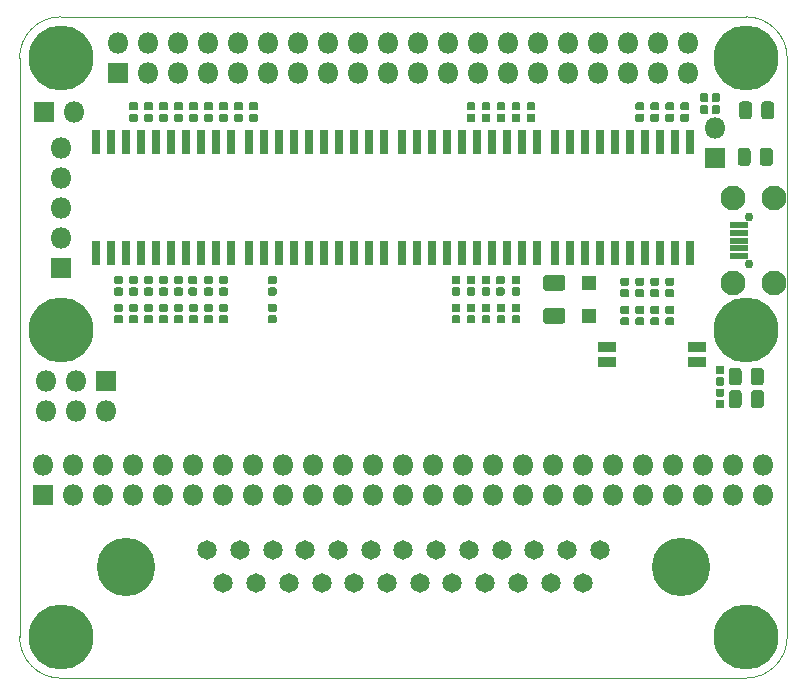
<source format=gbr>
%TF.GenerationSoftware,KiCad,Pcbnew,(5.1.4)-1*%
%TF.CreationDate,2020-09-15T17:58:07-05:00*%
%TF.ProjectId,rascsi_2p3,72617363-7369-45f3-9270-332e6b696361,rev?*%
%TF.SameCoordinates,PX59d60c0PY325aa00*%
%TF.FileFunction,Soldermask,Top*%
%TF.FilePolarity,Negative*%
%FSLAX46Y46*%
G04 Gerber Fmt 4.6, Leading zero omitted, Abs format (unit mm)*
G04 Created by KiCad (PCBNEW (5.1.4)-1) date 2020-09-15 17:58:07*
%MOMM*%
%LPD*%
G04 APERTURE LIST*
%ADD10C,0.050000*%
%ADD11R,0.750000X2.050000*%
%ADD12C,0.750000*%
%ADD13C,2.100000*%
%ADD14R,1.500000X0.500000*%
%ADD15C,4.945000*%
%ADD16C,1.645000*%
%ADD17R,1.200000X1.200000*%
%ADD18O,1.800000X1.800000*%
%ADD19R,1.800000X1.800000*%
%ADD20C,0.150000*%
%ADD21C,0.690000*%
%ADD22C,1.350000*%
%ADD23C,0.900000*%
%ADD24C,5.500000*%
%ADD25C,1.075000*%
%ADD26R,1.525000X0.850000*%
G04 APERTURE END LIST*
D10*
X83800000Y-45696000D02*
X141800000Y-45696000D01*
X83800000Y-45696000D02*
G75*
G02X80300000Y-42196000I0J3500000D01*
G01*
X145300000Y-42196000D02*
G75*
G02X141800000Y-45696000I-3500000J0D01*
G01*
X80300000Y6800000D02*
X80300000Y-42196000D01*
X145300000Y6800000D02*
X145300000Y-42196000D01*
X83800000Y10300000D02*
X141800000Y10300000D01*
X80300000Y6800000D02*
G75*
G02X83800000Y10300000I3500000J0D01*
G01*
X141800000Y10300000D02*
G75*
G02X145300000Y6800000I0J-3500000D01*
G01*
D11*
%TO.C,IC3*%
X124113000Y-9710000D03*
X122843000Y-9710000D03*
X121573000Y-9710000D03*
X120303000Y-9710000D03*
X119033000Y-9710000D03*
X117763000Y-9710000D03*
X116493000Y-9710000D03*
X115223000Y-9710000D03*
X113953000Y-9710000D03*
X112683000Y-9710000D03*
X112683000Y-260000D03*
X113953000Y-260000D03*
X115223000Y-260000D03*
X116493000Y-260000D03*
X117763000Y-260000D03*
X119033000Y-260000D03*
X120303000Y-260000D03*
X121573000Y-260000D03*
X122843000Y-260000D03*
X124113000Y-260000D03*
%TD*%
D12*
%TO.C,J8*%
X142025000Y-6660000D03*
X142025000Y-10660000D03*
D13*
X140705000Y-12235000D03*
X140705000Y-5085000D03*
X144155000Y-5085000D03*
X144155000Y-12235000D03*
D14*
X141205000Y-7360000D03*
X141205000Y-8010000D03*
X141205000Y-8660000D03*
X141205000Y-9310000D03*
X141205000Y-9960000D03*
%TD*%
D15*
%TO.C,J6*%
X89281600Y-36250000D03*
X136321600Y-36250000D03*
D16*
X97566600Y-37670000D03*
X100336600Y-37670000D03*
X103106600Y-37670000D03*
X105876600Y-37670000D03*
X108646600Y-37670000D03*
X111416600Y-37670000D03*
X114186600Y-37670000D03*
X116956600Y-37670000D03*
X119726600Y-37670000D03*
X122496600Y-37670000D03*
X125266600Y-37670000D03*
X128036600Y-37670000D03*
X96181600Y-34830000D03*
X98951600Y-34830000D03*
X101721600Y-34830000D03*
X104491600Y-34830000D03*
X107261600Y-34830000D03*
X110031600Y-34830000D03*
X112801600Y-34830000D03*
X115571600Y-34830000D03*
X118341600Y-34830000D03*
X121111600Y-34830000D03*
X123881600Y-34830000D03*
X126651600Y-34830000D03*
X129421600Y-34830000D03*
%TD*%
D11*
%TO.C,IC4*%
X137067000Y-9710000D03*
X135797000Y-9710000D03*
X134527000Y-9710000D03*
X133257000Y-9710000D03*
X131987000Y-9710000D03*
X130717000Y-9710000D03*
X129447000Y-9710000D03*
X128177000Y-9710000D03*
X126907000Y-9710000D03*
X125637000Y-9710000D03*
X125637000Y-260000D03*
X126907000Y-260000D03*
X128177000Y-260000D03*
X129447000Y-260000D03*
X130717000Y-260000D03*
X131987000Y-260000D03*
X133257000Y-260000D03*
X134527000Y-260000D03*
X135797000Y-260000D03*
X137067000Y-260000D03*
%TD*%
%TO.C,IC2*%
X86775000Y-260000D03*
X88045000Y-260000D03*
X89315000Y-260000D03*
X90585000Y-260000D03*
X91855000Y-260000D03*
X93125000Y-260000D03*
X94395000Y-260000D03*
X95665000Y-260000D03*
X96935000Y-260000D03*
X98205000Y-260000D03*
X98205000Y-9710000D03*
X96935000Y-9710000D03*
X95665000Y-9710000D03*
X94395000Y-9710000D03*
X93125000Y-9710000D03*
X91855000Y-9710000D03*
X90585000Y-9710000D03*
X89315000Y-9710000D03*
X88045000Y-9710000D03*
X86775000Y-9710000D03*
%TD*%
%TO.C,IC1*%
X99729000Y-260000D03*
X100999000Y-260000D03*
X102269000Y-260000D03*
X103539000Y-260000D03*
X104809000Y-260000D03*
X106079000Y-260000D03*
X107349000Y-260000D03*
X108619000Y-260000D03*
X109889000Y-260000D03*
X111159000Y-260000D03*
X111159000Y-9710000D03*
X109889000Y-9710000D03*
X108619000Y-9710000D03*
X107349000Y-9710000D03*
X106079000Y-9710000D03*
X104809000Y-9710000D03*
X103539000Y-9710000D03*
X102269000Y-9710000D03*
X100999000Y-9710000D03*
X99729000Y-9710000D03*
%TD*%
D17*
%TO.C,D5*%
X128494500Y-15020000D03*
X128494500Y-12220000D03*
%TD*%
D18*
%TO.C,J2*%
X139226000Y857000D03*
D19*
X139226000Y-1683000D03*
%TD*%
D18*
%TO.C,J7*%
X84920000Y2280000D03*
D19*
X82380000Y2280000D03*
%TD*%
D18*
%TO.C,J5*%
X82560000Y-23110000D03*
X82560000Y-20570000D03*
X85100000Y-23110000D03*
X85100000Y-20570000D03*
X87640000Y-23110000D03*
D19*
X87640000Y-20570000D03*
%TD*%
D20*
%TO.C,R4*%
G36*
X139821408Y-20238831D02*
G01*
X139838153Y-20241315D01*
X139854574Y-20245428D01*
X139870513Y-20251131D01*
X139885816Y-20258369D01*
X139900336Y-20267071D01*
X139913933Y-20277156D01*
X139926476Y-20288524D01*
X139937844Y-20301067D01*
X139947929Y-20314664D01*
X139956631Y-20329184D01*
X139963869Y-20344487D01*
X139969572Y-20360426D01*
X139973685Y-20376847D01*
X139976169Y-20393592D01*
X139977000Y-20410500D01*
X139977000Y-20755500D01*
X139976169Y-20772408D01*
X139973685Y-20789153D01*
X139969572Y-20805574D01*
X139963869Y-20821513D01*
X139956631Y-20836816D01*
X139947929Y-20851336D01*
X139937844Y-20864933D01*
X139926476Y-20877476D01*
X139913933Y-20888844D01*
X139900336Y-20898929D01*
X139885816Y-20907631D01*
X139870513Y-20914869D01*
X139854574Y-20920572D01*
X139838153Y-20924685D01*
X139821408Y-20927169D01*
X139804500Y-20928000D01*
X139409500Y-20928000D01*
X139392592Y-20927169D01*
X139375847Y-20924685D01*
X139359426Y-20920572D01*
X139343487Y-20914869D01*
X139328184Y-20907631D01*
X139313664Y-20898929D01*
X139300067Y-20888844D01*
X139287524Y-20877476D01*
X139276156Y-20864933D01*
X139266071Y-20851336D01*
X139257369Y-20836816D01*
X139250131Y-20821513D01*
X139244428Y-20805574D01*
X139240315Y-20789153D01*
X139237831Y-20772408D01*
X139237000Y-20755500D01*
X139237000Y-20410500D01*
X139237831Y-20393592D01*
X139240315Y-20376847D01*
X139244428Y-20360426D01*
X139250131Y-20344487D01*
X139257369Y-20329184D01*
X139266071Y-20314664D01*
X139276156Y-20301067D01*
X139287524Y-20288524D01*
X139300067Y-20277156D01*
X139313664Y-20267071D01*
X139328184Y-20258369D01*
X139343487Y-20251131D01*
X139359426Y-20245428D01*
X139375847Y-20241315D01*
X139392592Y-20238831D01*
X139409500Y-20238000D01*
X139804500Y-20238000D01*
X139821408Y-20238831D01*
X139821408Y-20238831D01*
G37*
D21*
X139607000Y-20583000D03*
D20*
G36*
X139821408Y-19268831D02*
G01*
X139838153Y-19271315D01*
X139854574Y-19275428D01*
X139870513Y-19281131D01*
X139885816Y-19288369D01*
X139900336Y-19297071D01*
X139913933Y-19307156D01*
X139926476Y-19318524D01*
X139937844Y-19331067D01*
X139947929Y-19344664D01*
X139956631Y-19359184D01*
X139963869Y-19374487D01*
X139969572Y-19390426D01*
X139973685Y-19406847D01*
X139976169Y-19423592D01*
X139977000Y-19440500D01*
X139977000Y-19785500D01*
X139976169Y-19802408D01*
X139973685Y-19819153D01*
X139969572Y-19835574D01*
X139963869Y-19851513D01*
X139956631Y-19866816D01*
X139947929Y-19881336D01*
X139937844Y-19894933D01*
X139926476Y-19907476D01*
X139913933Y-19918844D01*
X139900336Y-19928929D01*
X139885816Y-19937631D01*
X139870513Y-19944869D01*
X139854574Y-19950572D01*
X139838153Y-19954685D01*
X139821408Y-19957169D01*
X139804500Y-19958000D01*
X139409500Y-19958000D01*
X139392592Y-19957169D01*
X139375847Y-19954685D01*
X139359426Y-19950572D01*
X139343487Y-19944869D01*
X139328184Y-19937631D01*
X139313664Y-19928929D01*
X139300067Y-19918844D01*
X139287524Y-19907476D01*
X139276156Y-19894933D01*
X139266071Y-19881336D01*
X139257369Y-19866816D01*
X139250131Y-19851513D01*
X139244428Y-19835574D01*
X139240315Y-19819153D01*
X139237831Y-19802408D01*
X139237000Y-19785500D01*
X139237000Y-19440500D01*
X139237831Y-19423592D01*
X139240315Y-19406847D01*
X139244428Y-19390426D01*
X139250131Y-19374487D01*
X139257369Y-19359184D01*
X139266071Y-19344664D01*
X139276156Y-19331067D01*
X139287524Y-19318524D01*
X139300067Y-19307156D01*
X139313664Y-19297071D01*
X139328184Y-19288369D01*
X139343487Y-19281131D01*
X139359426Y-19275428D01*
X139375847Y-19271315D01*
X139392592Y-19268831D01*
X139409500Y-19268000D01*
X139804500Y-19268000D01*
X139821408Y-19268831D01*
X139821408Y-19268831D01*
G37*
D21*
X139607000Y-19613000D03*
%TD*%
D20*
%TO.C,R2*%
G36*
X139432908Y3829669D02*
G01*
X139449653Y3827185D01*
X139466074Y3823072D01*
X139482013Y3817369D01*
X139497316Y3810131D01*
X139511836Y3801429D01*
X139525433Y3791344D01*
X139537976Y3779976D01*
X139549344Y3767433D01*
X139559429Y3753836D01*
X139568131Y3739316D01*
X139575369Y3724013D01*
X139581072Y3708074D01*
X139585185Y3691653D01*
X139587669Y3674908D01*
X139588500Y3658000D01*
X139588500Y3263000D01*
X139587669Y3246092D01*
X139585185Y3229347D01*
X139581072Y3212926D01*
X139575369Y3196987D01*
X139568131Y3181684D01*
X139559429Y3167164D01*
X139549344Y3153567D01*
X139537976Y3141024D01*
X139525433Y3129656D01*
X139511836Y3119571D01*
X139497316Y3110869D01*
X139482013Y3103631D01*
X139466074Y3097928D01*
X139449653Y3093815D01*
X139432908Y3091331D01*
X139416000Y3090500D01*
X139071000Y3090500D01*
X139054092Y3091331D01*
X139037347Y3093815D01*
X139020926Y3097928D01*
X139004987Y3103631D01*
X138989684Y3110869D01*
X138975164Y3119571D01*
X138961567Y3129656D01*
X138949024Y3141024D01*
X138937656Y3153567D01*
X138927571Y3167164D01*
X138918869Y3181684D01*
X138911631Y3196987D01*
X138905928Y3212926D01*
X138901815Y3229347D01*
X138899331Y3246092D01*
X138898500Y3263000D01*
X138898500Y3658000D01*
X138899331Y3674908D01*
X138901815Y3691653D01*
X138905928Y3708074D01*
X138911631Y3724013D01*
X138918869Y3739316D01*
X138927571Y3753836D01*
X138937656Y3767433D01*
X138949024Y3779976D01*
X138961567Y3791344D01*
X138975164Y3801429D01*
X138989684Y3810131D01*
X139004987Y3817369D01*
X139020926Y3823072D01*
X139037347Y3827185D01*
X139054092Y3829669D01*
X139071000Y3830500D01*
X139416000Y3830500D01*
X139432908Y3829669D01*
X139432908Y3829669D01*
G37*
D21*
X139243500Y3460500D03*
D20*
G36*
X138462908Y3829669D02*
G01*
X138479653Y3827185D01*
X138496074Y3823072D01*
X138512013Y3817369D01*
X138527316Y3810131D01*
X138541836Y3801429D01*
X138555433Y3791344D01*
X138567976Y3779976D01*
X138579344Y3767433D01*
X138589429Y3753836D01*
X138598131Y3739316D01*
X138605369Y3724013D01*
X138611072Y3708074D01*
X138615185Y3691653D01*
X138617669Y3674908D01*
X138618500Y3658000D01*
X138618500Y3263000D01*
X138617669Y3246092D01*
X138615185Y3229347D01*
X138611072Y3212926D01*
X138605369Y3196987D01*
X138598131Y3181684D01*
X138589429Y3167164D01*
X138579344Y3153567D01*
X138567976Y3141024D01*
X138555433Y3129656D01*
X138541836Y3119571D01*
X138527316Y3110869D01*
X138512013Y3103631D01*
X138496074Y3097928D01*
X138479653Y3093815D01*
X138462908Y3091331D01*
X138446000Y3090500D01*
X138101000Y3090500D01*
X138084092Y3091331D01*
X138067347Y3093815D01*
X138050926Y3097928D01*
X138034987Y3103631D01*
X138019684Y3110869D01*
X138005164Y3119571D01*
X137991567Y3129656D01*
X137979024Y3141024D01*
X137967656Y3153567D01*
X137957571Y3167164D01*
X137948869Y3181684D01*
X137941631Y3196987D01*
X137935928Y3212926D01*
X137931815Y3229347D01*
X137929331Y3246092D01*
X137928500Y3263000D01*
X137928500Y3658000D01*
X137929331Y3674908D01*
X137931815Y3691653D01*
X137935928Y3708074D01*
X137941631Y3724013D01*
X137948869Y3739316D01*
X137957571Y3753836D01*
X137967656Y3767433D01*
X137979024Y3779976D01*
X137991567Y3791344D01*
X138005164Y3801429D01*
X138019684Y3810131D01*
X138034987Y3817369D01*
X138050926Y3823072D01*
X138067347Y3827185D01*
X138084092Y3829669D01*
X138101000Y3830500D01*
X138446000Y3830500D01*
X138462908Y3829669D01*
X138462908Y3829669D01*
G37*
D21*
X138273500Y3460500D03*
%TD*%
D20*
%TO.C,R1*%
G36*
X139432908Y2813669D02*
G01*
X139449653Y2811185D01*
X139466074Y2807072D01*
X139482013Y2801369D01*
X139497316Y2794131D01*
X139511836Y2785429D01*
X139525433Y2775344D01*
X139537976Y2763976D01*
X139549344Y2751433D01*
X139559429Y2737836D01*
X139568131Y2723316D01*
X139575369Y2708013D01*
X139581072Y2692074D01*
X139585185Y2675653D01*
X139587669Y2658908D01*
X139588500Y2642000D01*
X139588500Y2247000D01*
X139587669Y2230092D01*
X139585185Y2213347D01*
X139581072Y2196926D01*
X139575369Y2180987D01*
X139568131Y2165684D01*
X139559429Y2151164D01*
X139549344Y2137567D01*
X139537976Y2125024D01*
X139525433Y2113656D01*
X139511836Y2103571D01*
X139497316Y2094869D01*
X139482013Y2087631D01*
X139466074Y2081928D01*
X139449653Y2077815D01*
X139432908Y2075331D01*
X139416000Y2074500D01*
X139071000Y2074500D01*
X139054092Y2075331D01*
X139037347Y2077815D01*
X139020926Y2081928D01*
X139004987Y2087631D01*
X138989684Y2094869D01*
X138975164Y2103571D01*
X138961567Y2113656D01*
X138949024Y2125024D01*
X138937656Y2137567D01*
X138927571Y2151164D01*
X138918869Y2165684D01*
X138911631Y2180987D01*
X138905928Y2196926D01*
X138901815Y2213347D01*
X138899331Y2230092D01*
X138898500Y2247000D01*
X138898500Y2642000D01*
X138899331Y2658908D01*
X138901815Y2675653D01*
X138905928Y2692074D01*
X138911631Y2708013D01*
X138918869Y2723316D01*
X138927571Y2737836D01*
X138937656Y2751433D01*
X138949024Y2763976D01*
X138961567Y2775344D01*
X138975164Y2785429D01*
X138989684Y2794131D01*
X139004987Y2801369D01*
X139020926Y2807072D01*
X139037347Y2811185D01*
X139054092Y2813669D01*
X139071000Y2814500D01*
X139416000Y2814500D01*
X139432908Y2813669D01*
X139432908Y2813669D01*
G37*
D21*
X139243500Y2444500D03*
D20*
G36*
X138462908Y2813669D02*
G01*
X138479653Y2811185D01*
X138496074Y2807072D01*
X138512013Y2801369D01*
X138527316Y2794131D01*
X138541836Y2785429D01*
X138555433Y2775344D01*
X138567976Y2763976D01*
X138579344Y2751433D01*
X138589429Y2737836D01*
X138598131Y2723316D01*
X138605369Y2708013D01*
X138611072Y2692074D01*
X138615185Y2675653D01*
X138617669Y2658908D01*
X138618500Y2642000D01*
X138618500Y2247000D01*
X138617669Y2230092D01*
X138615185Y2213347D01*
X138611072Y2196926D01*
X138605369Y2180987D01*
X138598131Y2165684D01*
X138589429Y2151164D01*
X138579344Y2137567D01*
X138567976Y2125024D01*
X138555433Y2113656D01*
X138541836Y2103571D01*
X138527316Y2094869D01*
X138512013Y2087631D01*
X138496074Y2081928D01*
X138479653Y2077815D01*
X138462908Y2075331D01*
X138446000Y2074500D01*
X138101000Y2074500D01*
X138084092Y2075331D01*
X138067347Y2077815D01*
X138050926Y2081928D01*
X138034987Y2087631D01*
X138019684Y2094869D01*
X138005164Y2103571D01*
X137991567Y2113656D01*
X137979024Y2125024D01*
X137967656Y2137567D01*
X137957571Y2151164D01*
X137948869Y2165684D01*
X137941631Y2180987D01*
X137935928Y2196926D01*
X137931815Y2213347D01*
X137929331Y2230092D01*
X137928500Y2247000D01*
X137928500Y2642000D01*
X137929331Y2658908D01*
X137931815Y2675653D01*
X137935928Y2692074D01*
X137941631Y2708013D01*
X137948869Y2723316D01*
X137957571Y2737836D01*
X137967656Y2751433D01*
X137979024Y2763976D01*
X137991567Y2775344D01*
X138005164Y2785429D01*
X138019684Y2794131D01*
X138034987Y2801369D01*
X138050926Y2807072D01*
X138067347Y2811185D01*
X138084092Y2813669D01*
X138101000Y2814500D01*
X138446000Y2814500D01*
X138462908Y2813669D01*
X138462908Y2813669D01*
G37*
D21*
X138273500Y2444500D03*
%TD*%
D18*
%TO.C,J3*%
X143226500Y-27654500D03*
X143226500Y-30194500D03*
X140686500Y-27654500D03*
X140686500Y-30194500D03*
X138146500Y-27654500D03*
X138146500Y-30194500D03*
X135606500Y-27654500D03*
X135606500Y-30194500D03*
X133066500Y-27654500D03*
X133066500Y-30194500D03*
X130526500Y-27654500D03*
X130526500Y-30194500D03*
X127986500Y-27654500D03*
X127986500Y-30194500D03*
X125446500Y-27654500D03*
X125446500Y-30194500D03*
X122906500Y-27654500D03*
X122906500Y-30194500D03*
X120366500Y-27654500D03*
X120366500Y-30194500D03*
X117826500Y-27654500D03*
X117826500Y-30194500D03*
X115286500Y-27654500D03*
X115286500Y-30194500D03*
X112746500Y-27654500D03*
X112746500Y-30194500D03*
X110206500Y-27654500D03*
X110206500Y-30194500D03*
X107666500Y-27654500D03*
X107666500Y-30194500D03*
X105126500Y-27654500D03*
X105126500Y-30194500D03*
X102586500Y-27654500D03*
X102586500Y-30194500D03*
X100046500Y-27654500D03*
X100046500Y-30194500D03*
X97506500Y-27654500D03*
X97506500Y-30194500D03*
X94966500Y-27654500D03*
X94966500Y-30194500D03*
X92426500Y-27654500D03*
X92426500Y-30194500D03*
X89886500Y-27654500D03*
X89886500Y-30194500D03*
X87346500Y-27654500D03*
X87346500Y-30194500D03*
X84806500Y-27654500D03*
X84806500Y-30194500D03*
X82266500Y-27654500D03*
D19*
X82266500Y-30194500D03*
%TD*%
D20*
%TO.C,R58*%
G36*
X101911908Y-13998331D02*
G01*
X101928653Y-14000815D01*
X101945074Y-14004928D01*
X101961013Y-14010631D01*
X101976316Y-14017869D01*
X101990836Y-14026571D01*
X102004433Y-14036656D01*
X102016976Y-14048024D01*
X102028344Y-14060567D01*
X102038429Y-14074164D01*
X102047131Y-14088684D01*
X102054369Y-14103987D01*
X102060072Y-14119926D01*
X102064185Y-14136347D01*
X102066669Y-14153092D01*
X102067500Y-14170000D01*
X102067500Y-14515000D01*
X102066669Y-14531908D01*
X102064185Y-14548653D01*
X102060072Y-14565074D01*
X102054369Y-14581013D01*
X102047131Y-14596316D01*
X102038429Y-14610836D01*
X102028344Y-14624433D01*
X102016976Y-14636976D01*
X102004433Y-14648344D01*
X101990836Y-14658429D01*
X101976316Y-14667131D01*
X101961013Y-14674369D01*
X101945074Y-14680072D01*
X101928653Y-14684185D01*
X101911908Y-14686669D01*
X101895000Y-14687500D01*
X101500000Y-14687500D01*
X101483092Y-14686669D01*
X101466347Y-14684185D01*
X101449926Y-14680072D01*
X101433987Y-14674369D01*
X101418684Y-14667131D01*
X101404164Y-14658429D01*
X101390567Y-14648344D01*
X101378024Y-14636976D01*
X101366656Y-14624433D01*
X101356571Y-14610836D01*
X101347869Y-14596316D01*
X101340631Y-14581013D01*
X101334928Y-14565074D01*
X101330815Y-14548653D01*
X101328331Y-14531908D01*
X101327500Y-14515000D01*
X101327500Y-14170000D01*
X101328331Y-14153092D01*
X101330815Y-14136347D01*
X101334928Y-14119926D01*
X101340631Y-14103987D01*
X101347869Y-14088684D01*
X101356571Y-14074164D01*
X101366656Y-14060567D01*
X101378024Y-14048024D01*
X101390567Y-14036656D01*
X101404164Y-14026571D01*
X101418684Y-14017869D01*
X101433987Y-14010631D01*
X101449926Y-14004928D01*
X101466347Y-14000815D01*
X101483092Y-13998331D01*
X101500000Y-13997500D01*
X101895000Y-13997500D01*
X101911908Y-13998331D01*
X101911908Y-13998331D01*
G37*
D21*
X101697500Y-14342500D03*
D20*
G36*
X101911908Y-14968331D02*
G01*
X101928653Y-14970815D01*
X101945074Y-14974928D01*
X101961013Y-14980631D01*
X101976316Y-14987869D01*
X101990836Y-14996571D01*
X102004433Y-15006656D01*
X102016976Y-15018024D01*
X102028344Y-15030567D01*
X102038429Y-15044164D01*
X102047131Y-15058684D01*
X102054369Y-15073987D01*
X102060072Y-15089926D01*
X102064185Y-15106347D01*
X102066669Y-15123092D01*
X102067500Y-15140000D01*
X102067500Y-15485000D01*
X102066669Y-15501908D01*
X102064185Y-15518653D01*
X102060072Y-15535074D01*
X102054369Y-15551013D01*
X102047131Y-15566316D01*
X102038429Y-15580836D01*
X102028344Y-15594433D01*
X102016976Y-15606976D01*
X102004433Y-15618344D01*
X101990836Y-15628429D01*
X101976316Y-15637131D01*
X101961013Y-15644369D01*
X101945074Y-15650072D01*
X101928653Y-15654185D01*
X101911908Y-15656669D01*
X101895000Y-15657500D01*
X101500000Y-15657500D01*
X101483092Y-15656669D01*
X101466347Y-15654185D01*
X101449926Y-15650072D01*
X101433987Y-15644369D01*
X101418684Y-15637131D01*
X101404164Y-15628429D01*
X101390567Y-15618344D01*
X101378024Y-15606976D01*
X101366656Y-15594433D01*
X101356571Y-15580836D01*
X101347869Y-15566316D01*
X101340631Y-15551013D01*
X101334928Y-15535074D01*
X101330815Y-15518653D01*
X101328331Y-15501908D01*
X101327500Y-15485000D01*
X101327500Y-15140000D01*
X101328331Y-15123092D01*
X101330815Y-15106347D01*
X101334928Y-15089926D01*
X101340631Y-15073987D01*
X101347869Y-15058684D01*
X101356571Y-15044164D01*
X101366656Y-15030567D01*
X101378024Y-15018024D01*
X101390567Y-15006656D01*
X101404164Y-14996571D01*
X101418684Y-14987869D01*
X101433987Y-14980631D01*
X101449926Y-14974928D01*
X101466347Y-14970815D01*
X101483092Y-14968331D01*
X101500000Y-14967500D01*
X101895000Y-14967500D01*
X101911908Y-14968331D01*
X101911908Y-14968331D01*
G37*
D21*
X101697500Y-15312500D03*
%TD*%
D20*
%TO.C,R57*%
G36*
X97784408Y-13998331D02*
G01*
X97801153Y-14000815D01*
X97817574Y-14004928D01*
X97833513Y-14010631D01*
X97848816Y-14017869D01*
X97863336Y-14026571D01*
X97876933Y-14036656D01*
X97889476Y-14048024D01*
X97900844Y-14060567D01*
X97910929Y-14074164D01*
X97919631Y-14088684D01*
X97926869Y-14103987D01*
X97932572Y-14119926D01*
X97936685Y-14136347D01*
X97939169Y-14153092D01*
X97940000Y-14170000D01*
X97940000Y-14515000D01*
X97939169Y-14531908D01*
X97936685Y-14548653D01*
X97932572Y-14565074D01*
X97926869Y-14581013D01*
X97919631Y-14596316D01*
X97910929Y-14610836D01*
X97900844Y-14624433D01*
X97889476Y-14636976D01*
X97876933Y-14648344D01*
X97863336Y-14658429D01*
X97848816Y-14667131D01*
X97833513Y-14674369D01*
X97817574Y-14680072D01*
X97801153Y-14684185D01*
X97784408Y-14686669D01*
X97767500Y-14687500D01*
X97372500Y-14687500D01*
X97355592Y-14686669D01*
X97338847Y-14684185D01*
X97322426Y-14680072D01*
X97306487Y-14674369D01*
X97291184Y-14667131D01*
X97276664Y-14658429D01*
X97263067Y-14648344D01*
X97250524Y-14636976D01*
X97239156Y-14624433D01*
X97229071Y-14610836D01*
X97220369Y-14596316D01*
X97213131Y-14581013D01*
X97207428Y-14565074D01*
X97203315Y-14548653D01*
X97200831Y-14531908D01*
X97200000Y-14515000D01*
X97200000Y-14170000D01*
X97200831Y-14153092D01*
X97203315Y-14136347D01*
X97207428Y-14119926D01*
X97213131Y-14103987D01*
X97220369Y-14088684D01*
X97229071Y-14074164D01*
X97239156Y-14060567D01*
X97250524Y-14048024D01*
X97263067Y-14036656D01*
X97276664Y-14026571D01*
X97291184Y-14017869D01*
X97306487Y-14010631D01*
X97322426Y-14004928D01*
X97338847Y-14000815D01*
X97355592Y-13998331D01*
X97372500Y-13997500D01*
X97767500Y-13997500D01*
X97784408Y-13998331D01*
X97784408Y-13998331D01*
G37*
D21*
X97570000Y-14342500D03*
D20*
G36*
X97784408Y-14968331D02*
G01*
X97801153Y-14970815D01*
X97817574Y-14974928D01*
X97833513Y-14980631D01*
X97848816Y-14987869D01*
X97863336Y-14996571D01*
X97876933Y-15006656D01*
X97889476Y-15018024D01*
X97900844Y-15030567D01*
X97910929Y-15044164D01*
X97919631Y-15058684D01*
X97926869Y-15073987D01*
X97932572Y-15089926D01*
X97936685Y-15106347D01*
X97939169Y-15123092D01*
X97940000Y-15140000D01*
X97940000Y-15485000D01*
X97939169Y-15501908D01*
X97936685Y-15518653D01*
X97932572Y-15535074D01*
X97926869Y-15551013D01*
X97919631Y-15566316D01*
X97910929Y-15580836D01*
X97900844Y-15594433D01*
X97889476Y-15606976D01*
X97876933Y-15618344D01*
X97863336Y-15628429D01*
X97848816Y-15637131D01*
X97833513Y-15644369D01*
X97817574Y-15650072D01*
X97801153Y-15654185D01*
X97784408Y-15656669D01*
X97767500Y-15657500D01*
X97372500Y-15657500D01*
X97355592Y-15656669D01*
X97338847Y-15654185D01*
X97322426Y-15650072D01*
X97306487Y-15644369D01*
X97291184Y-15637131D01*
X97276664Y-15628429D01*
X97263067Y-15618344D01*
X97250524Y-15606976D01*
X97239156Y-15594433D01*
X97229071Y-15580836D01*
X97220369Y-15566316D01*
X97213131Y-15551013D01*
X97207428Y-15535074D01*
X97203315Y-15518653D01*
X97200831Y-15501908D01*
X97200000Y-15485000D01*
X97200000Y-15140000D01*
X97200831Y-15123092D01*
X97203315Y-15106347D01*
X97207428Y-15089926D01*
X97213131Y-15073987D01*
X97220369Y-15058684D01*
X97229071Y-15044164D01*
X97239156Y-15030567D01*
X97250524Y-15018024D01*
X97263067Y-15006656D01*
X97276664Y-14996571D01*
X97291184Y-14987869D01*
X97306487Y-14980631D01*
X97322426Y-14974928D01*
X97338847Y-14970815D01*
X97355592Y-14968331D01*
X97372500Y-14967500D01*
X97767500Y-14967500D01*
X97784408Y-14968331D01*
X97784408Y-14968331D01*
G37*
D21*
X97570000Y-15312500D03*
%TD*%
D20*
%TO.C,R56*%
G36*
X96514408Y-13998331D02*
G01*
X96531153Y-14000815D01*
X96547574Y-14004928D01*
X96563513Y-14010631D01*
X96578816Y-14017869D01*
X96593336Y-14026571D01*
X96606933Y-14036656D01*
X96619476Y-14048024D01*
X96630844Y-14060567D01*
X96640929Y-14074164D01*
X96649631Y-14088684D01*
X96656869Y-14103987D01*
X96662572Y-14119926D01*
X96666685Y-14136347D01*
X96669169Y-14153092D01*
X96670000Y-14170000D01*
X96670000Y-14515000D01*
X96669169Y-14531908D01*
X96666685Y-14548653D01*
X96662572Y-14565074D01*
X96656869Y-14581013D01*
X96649631Y-14596316D01*
X96640929Y-14610836D01*
X96630844Y-14624433D01*
X96619476Y-14636976D01*
X96606933Y-14648344D01*
X96593336Y-14658429D01*
X96578816Y-14667131D01*
X96563513Y-14674369D01*
X96547574Y-14680072D01*
X96531153Y-14684185D01*
X96514408Y-14686669D01*
X96497500Y-14687500D01*
X96102500Y-14687500D01*
X96085592Y-14686669D01*
X96068847Y-14684185D01*
X96052426Y-14680072D01*
X96036487Y-14674369D01*
X96021184Y-14667131D01*
X96006664Y-14658429D01*
X95993067Y-14648344D01*
X95980524Y-14636976D01*
X95969156Y-14624433D01*
X95959071Y-14610836D01*
X95950369Y-14596316D01*
X95943131Y-14581013D01*
X95937428Y-14565074D01*
X95933315Y-14548653D01*
X95930831Y-14531908D01*
X95930000Y-14515000D01*
X95930000Y-14170000D01*
X95930831Y-14153092D01*
X95933315Y-14136347D01*
X95937428Y-14119926D01*
X95943131Y-14103987D01*
X95950369Y-14088684D01*
X95959071Y-14074164D01*
X95969156Y-14060567D01*
X95980524Y-14048024D01*
X95993067Y-14036656D01*
X96006664Y-14026571D01*
X96021184Y-14017869D01*
X96036487Y-14010631D01*
X96052426Y-14004928D01*
X96068847Y-14000815D01*
X96085592Y-13998331D01*
X96102500Y-13997500D01*
X96497500Y-13997500D01*
X96514408Y-13998331D01*
X96514408Y-13998331D01*
G37*
D21*
X96300000Y-14342500D03*
D20*
G36*
X96514408Y-14968331D02*
G01*
X96531153Y-14970815D01*
X96547574Y-14974928D01*
X96563513Y-14980631D01*
X96578816Y-14987869D01*
X96593336Y-14996571D01*
X96606933Y-15006656D01*
X96619476Y-15018024D01*
X96630844Y-15030567D01*
X96640929Y-15044164D01*
X96649631Y-15058684D01*
X96656869Y-15073987D01*
X96662572Y-15089926D01*
X96666685Y-15106347D01*
X96669169Y-15123092D01*
X96670000Y-15140000D01*
X96670000Y-15485000D01*
X96669169Y-15501908D01*
X96666685Y-15518653D01*
X96662572Y-15535074D01*
X96656869Y-15551013D01*
X96649631Y-15566316D01*
X96640929Y-15580836D01*
X96630844Y-15594433D01*
X96619476Y-15606976D01*
X96606933Y-15618344D01*
X96593336Y-15628429D01*
X96578816Y-15637131D01*
X96563513Y-15644369D01*
X96547574Y-15650072D01*
X96531153Y-15654185D01*
X96514408Y-15656669D01*
X96497500Y-15657500D01*
X96102500Y-15657500D01*
X96085592Y-15656669D01*
X96068847Y-15654185D01*
X96052426Y-15650072D01*
X96036487Y-15644369D01*
X96021184Y-15637131D01*
X96006664Y-15628429D01*
X95993067Y-15618344D01*
X95980524Y-15606976D01*
X95969156Y-15594433D01*
X95959071Y-15580836D01*
X95950369Y-15566316D01*
X95943131Y-15551013D01*
X95937428Y-15535074D01*
X95933315Y-15518653D01*
X95930831Y-15501908D01*
X95930000Y-15485000D01*
X95930000Y-15140000D01*
X95930831Y-15123092D01*
X95933315Y-15106347D01*
X95937428Y-15089926D01*
X95943131Y-15073987D01*
X95950369Y-15058684D01*
X95959071Y-15044164D01*
X95969156Y-15030567D01*
X95980524Y-15018024D01*
X95993067Y-15006656D01*
X96006664Y-14996571D01*
X96021184Y-14987869D01*
X96036487Y-14980631D01*
X96052426Y-14974928D01*
X96068847Y-14970815D01*
X96085592Y-14968331D01*
X96102500Y-14967500D01*
X96497500Y-14967500D01*
X96514408Y-14968331D01*
X96514408Y-14968331D01*
G37*
D21*
X96300000Y-15312500D03*
%TD*%
D20*
%TO.C,R55*%
G36*
X95244408Y-13998331D02*
G01*
X95261153Y-14000815D01*
X95277574Y-14004928D01*
X95293513Y-14010631D01*
X95308816Y-14017869D01*
X95323336Y-14026571D01*
X95336933Y-14036656D01*
X95349476Y-14048024D01*
X95360844Y-14060567D01*
X95370929Y-14074164D01*
X95379631Y-14088684D01*
X95386869Y-14103987D01*
X95392572Y-14119926D01*
X95396685Y-14136347D01*
X95399169Y-14153092D01*
X95400000Y-14170000D01*
X95400000Y-14515000D01*
X95399169Y-14531908D01*
X95396685Y-14548653D01*
X95392572Y-14565074D01*
X95386869Y-14581013D01*
X95379631Y-14596316D01*
X95370929Y-14610836D01*
X95360844Y-14624433D01*
X95349476Y-14636976D01*
X95336933Y-14648344D01*
X95323336Y-14658429D01*
X95308816Y-14667131D01*
X95293513Y-14674369D01*
X95277574Y-14680072D01*
X95261153Y-14684185D01*
X95244408Y-14686669D01*
X95227500Y-14687500D01*
X94832500Y-14687500D01*
X94815592Y-14686669D01*
X94798847Y-14684185D01*
X94782426Y-14680072D01*
X94766487Y-14674369D01*
X94751184Y-14667131D01*
X94736664Y-14658429D01*
X94723067Y-14648344D01*
X94710524Y-14636976D01*
X94699156Y-14624433D01*
X94689071Y-14610836D01*
X94680369Y-14596316D01*
X94673131Y-14581013D01*
X94667428Y-14565074D01*
X94663315Y-14548653D01*
X94660831Y-14531908D01*
X94660000Y-14515000D01*
X94660000Y-14170000D01*
X94660831Y-14153092D01*
X94663315Y-14136347D01*
X94667428Y-14119926D01*
X94673131Y-14103987D01*
X94680369Y-14088684D01*
X94689071Y-14074164D01*
X94699156Y-14060567D01*
X94710524Y-14048024D01*
X94723067Y-14036656D01*
X94736664Y-14026571D01*
X94751184Y-14017869D01*
X94766487Y-14010631D01*
X94782426Y-14004928D01*
X94798847Y-14000815D01*
X94815592Y-13998331D01*
X94832500Y-13997500D01*
X95227500Y-13997500D01*
X95244408Y-13998331D01*
X95244408Y-13998331D01*
G37*
D21*
X95030000Y-14342500D03*
D20*
G36*
X95244408Y-14968331D02*
G01*
X95261153Y-14970815D01*
X95277574Y-14974928D01*
X95293513Y-14980631D01*
X95308816Y-14987869D01*
X95323336Y-14996571D01*
X95336933Y-15006656D01*
X95349476Y-15018024D01*
X95360844Y-15030567D01*
X95370929Y-15044164D01*
X95379631Y-15058684D01*
X95386869Y-15073987D01*
X95392572Y-15089926D01*
X95396685Y-15106347D01*
X95399169Y-15123092D01*
X95400000Y-15140000D01*
X95400000Y-15485000D01*
X95399169Y-15501908D01*
X95396685Y-15518653D01*
X95392572Y-15535074D01*
X95386869Y-15551013D01*
X95379631Y-15566316D01*
X95370929Y-15580836D01*
X95360844Y-15594433D01*
X95349476Y-15606976D01*
X95336933Y-15618344D01*
X95323336Y-15628429D01*
X95308816Y-15637131D01*
X95293513Y-15644369D01*
X95277574Y-15650072D01*
X95261153Y-15654185D01*
X95244408Y-15656669D01*
X95227500Y-15657500D01*
X94832500Y-15657500D01*
X94815592Y-15656669D01*
X94798847Y-15654185D01*
X94782426Y-15650072D01*
X94766487Y-15644369D01*
X94751184Y-15637131D01*
X94736664Y-15628429D01*
X94723067Y-15618344D01*
X94710524Y-15606976D01*
X94699156Y-15594433D01*
X94689071Y-15580836D01*
X94680369Y-15566316D01*
X94673131Y-15551013D01*
X94667428Y-15535074D01*
X94663315Y-15518653D01*
X94660831Y-15501908D01*
X94660000Y-15485000D01*
X94660000Y-15140000D01*
X94660831Y-15123092D01*
X94663315Y-15106347D01*
X94667428Y-15089926D01*
X94673131Y-15073987D01*
X94680369Y-15058684D01*
X94689071Y-15044164D01*
X94699156Y-15030567D01*
X94710524Y-15018024D01*
X94723067Y-15006656D01*
X94736664Y-14996571D01*
X94751184Y-14987869D01*
X94766487Y-14980631D01*
X94782426Y-14974928D01*
X94798847Y-14970815D01*
X94815592Y-14968331D01*
X94832500Y-14967500D01*
X95227500Y-14967500D01*
X95244408Y-14968331D01*
X95244408Y-14968331D01*
G37*
D21*
X95030000Y-15312500D03*
%TD*%
D20*
%TO.C,R54*%
G36*
X93974408Y-13998331D02*
G01*
X93991153Y-14000815D01*
X94007574Y-14004928D01*
X94023513Y-14010631D01*
X94038816Y-14017869D01*
X94053336Y-14026571D01*
X94066933Y-14036656D01*
X94079476Y-14048024D01*
X94090844Y-14060567D01*
X94100929Y-14074164D01*
X94109631Y-14088684D01*
X94116869Y-14103987D01*
X94122572Y-14119926D01*
X94126685Y-14136347D01*
X94129169Y-14153092D01*
X94130000Y-14170000D01*
X94130000Y-14515000D01*
X94129169Y-14531908D01*
X94126685Y-14548653D01*
X94122572Y-14565074D01*
X94116869Y-14581013D01*
X94109631Y-14596316D01*
X94100929Y-14610836D01*
X94090844Y-14624433D01*
X94079476Y-14636976D01*
X94066933Y-14648344D01*
X94053336Y-14658429D01*
X94038816Y-14667131D01*
X94023513Y-14674369D01*
X94007574Y-14680072D01*
X93991153Y-14684185D01*
X93974408Y-14686669D01*
X93957500Y-14687500D01*
X93562500Y-14687500D01*
X93545592Y-14686669D01*
X93528847Y-14684185D01*
X93512426Y-14680072D01*
X93496487Y-14674369D01*
X93481184Y-14667131D01*
X93466664Y-14658429D01*
X93453067Y-14648344D01*
X93440524Y-14636976D01*
X93429156Y-14624433D01*
X93419071Y-14610836D01*
X93410369Y-14596316D01*
X93403131Y-14581013D01*
X93397428Y-14565074D01*
X93393315Y-14548653D01*
X93390831Y-14531908D01*
X93390000Y-14515000D01*
X93390000Y-14170000D01*
X93390831Y-14153092D01*
X93393315Y-14136347D01*
X93397428Y-14119926D01*
X93403131Y-14103987D01*
X93410369Y-14088684D01*
X93419071Y-14074164D01*
X93429156Y-14060567D01*
X93440524Y-14048024D01*
X93453067Y-14036656D01*
X93466664Y-14026571D01*
X93481184Y-14017869D01*
X93496487Y-14010631D01*
X93512426Y-14004928D01*
X93528847Y-14000815D01*
X93545592Y-13998331D01*
X93562500Y-13997500D01*
X93957500Y-13997500D01*
X93974408Y-13998331D01*
X93974408Y-13998331D01*
G37*
D21*
X93760000Y-14342500D03*
D20*
G36*
X93974408Y-14968331D02*
G01*
X93991153Y-14970815D01*
X94007574Y-14974928D01*
X94023513Y-14980631D01*
X94038816Y-14987869D01*
X94053336Y-14996571D01*
X94066933Y-15006656D01*
X94079476Y-15018024D01*
X94090844Y-15030567D01*
X94100929Y-15044164D01*
X94109631Y-15058684D01*
X94116869Y-15073987D01*
X94122572Y-15089926D01*
X94126685Y-15106347D01*
X94129169Y-15123092D01*
X94130000Y-15140000D01*
X94130000Y-15485000D01*
X94129169Y-15501908D01*
X94126685Y-15518653D01*
X94122572Y-15535074D01*
X94116869Y-15551013D01*
X94109631Y-15566316D01*
X94100929Y-15580836D01*
X94090844Y-15594433D01*
X94079476Y-15606976D01*
X94066933Y-15618344D01*
X94053336Y-15628429D01*
X94038816Y-15637131D01*
X94023513Y-15644369D01*
X94007574Y-15650072D01*
X93991153Y-15654185D01*
X93974408Y-15656669D01*
X93957500Y-15657500D01*
X93562500Y-15657500D01*
X93545592Y-15656669D01*
X93528847Y-15654185D01*
X93512426Y-15650072D01*
X93496487Y-15644369D01*
X93481184Y-15637131D01*
X93466664Y-15628429D01*
X93453067Y-15618344D01*
X93440524Y-15606976D01*
X93429156Y-15594433D01*
X93419071Y-15580836D01*
X93410369Y-15566316D01*
X93403131Y-15551013D01*
X93397428Y-15535074D01*
X93393315Y-15518653D01*
X93390831Y-15501908D01*
X93390000Y-15485000D01*
X93390000Y-15140000D01*
X93390831Y-15123092D01*
X93393315Y-15106347D01*
X93397428Y-15089926D01*
X93403131Y-15073987D01*
X93410369Y-15058684D01*
X93419071Y-15044164D01*
X93429156Y-15030567D01*
X93440524Y-15018024D01*
X93453067Y-15006656D01*
X93466664Y-14996571D01*
X93481184Y-14987869D01*
X93496487Y-14980631D01*
X93512426Y-14974928D01*
X93528847Y-14970815D01*
X93545592Y-14968331D01*
X93562500Y-14967500D01*
X93957500Y-14967500D01*
X93974408Y-14968331D01*
X93974408Y-14968331D01*
G37*
D21*
X93760000Y-15312500D03*
%TD*%
D20*
%TO.C,R53*%
G36*
X92704408Y-13998331D02*
G01*
X92721153Y-14000815D01*
X92737574Y-14004928D01*
X92753513Y-14010631D01*
X92768816Y-14017869D01*
X92783336Y-14026571D01*
X92796933Y-14036656D01*
X92809476Y-14048024D01*
X92820844Y-14060567D01*
X92830929Y-14074164D01*
X92839631Y-14088684D01*
X92846869Y-14103987D01*
X92852572Y-14119926D01*
X92856685Y-14136347D01*
X92859169Y-14153092D01*
X92860000Y-14170000D01*
X92860000Y-14515000D01*
X92859169Y-14531908D01*
X92856685Y-14548653D01*
X92852572Y-14565074D01*
X92846869Y-14581013D01*
X92839631Y-14596316D01*
X92830929Y-14610836D01*
X92820844Y-14624433D01*
X92809476Y-14636976D01*
X92796933Y-14648344D01*
X92783336Y-14658429D01*
X92768816Y-14667131D01*
X92753513Y-14674369D01*
X92737574Y-14680072D01*
X92721153Y-14684185D01*
X92704408Y-14686669D01*
X92687500Y-14687500D01*
X92292500Y-14687500D01*
X92275592Y-14686669D01*
X92258847Y-14684185D01*
X92242426Y-14680072D01*
X92226487Y-14674369D01*
X92211184Y-14667131D01*
X92196664Y-14658429D01*
X92183067Y-14648344D01*
X92170524Y-14636976D01*
X92159156Y-14624433D01*
X92149071Y-14610836D01*
X92140369Y-14596316D01*
X92133131Y-14581013D01*
X92127428Y-14565074D01*
X92123315Y-14548653D01*
X92120831Y-14531908D01*
X92120000Y-14515000D01*
X92120000Y-14170000D01*
X92120831Y-14153092D01*
X92123315Y-14136347D01*
X92127428Y-14119926D01*
X92133131Y-14103987D01*
X92140369Y-14088684D01*
X92149071Y-14074164D01*
X92159156Y-14060567D01*
X92170524Y-14048024D01*
X92183067Y-14036656D01*
X92196664Y-14026571D01*
X92211184Y-14017869D01*
X92226487Y-14010631D01*
X92242426Y-14004928D01*
X92258847Y-14000815D01*
X92275592Y-13998331D01*
X92292500Y-13997500D01*
X92687500Y-13997500D01*
X92704408Y-13998331D01*
X92704408Y-13998331D01*
G37*
D21*
X92490000Y-14342500D03*
D20*
G36*
X92704408Y-14968331D02*
G01*
X92721153Y-14970815D01*
X92737574Y-14974928D01*
X92753513Y-14980631D01*
X92768816Y-14987869D01*
X92783336Y-14996571D01*
X92796933Y-15006656D01*
X92809476Y-15018024D01*
X92820844Y-15030567D01*
X92830929Y-15044164D01*
X92839631Y-15058684D01*
X92846869Y-15073987D01*
X92852572Y-15089926D01*
X92856685Y-15106347D01*
X92859169Y-15123092D01*
X92860000Y-15140000D01*
X92860000Y-15485000D01*
X92859169Y-15501908D01*
X92856685Y-15518653D01*
X92852572Y-15535074D01*
X92846869Y-15551013D01*
X92839631Y-15566316D01*
X92830929Y-15580836D01*
X92820844Y-15594433D01*
X92809476Y-15606976D01*
X92796933Y-15618344D01*
X92783336Y-15628429D01*
X92768816Y-15637131D01*
X92753513Y-15644369D01*
X92737574Y-15650072D01*
X92721153Y-15654185D01*
X92704408Y-15656669D01*
X92687500Y-15657500D01*
X92292500Y-15657500D01*
X92275592Y-15656669D01*
X92258847Y-15654185D01*
X92242426Y-15650072D01*
X92226487Y-15644369D01*
X92211184Y-15637131D01*
X92196664Y-15628429D01*
X92183067Y-15618344D01*
X92170524Y-15606976D01*
X92159156Y-15594433D01*
X92149071Y-15580836D01*
X92140369Y-15566316D01*
X92133131Y-15551013D01*
X92127428Y-15535074D01*
X92123315Y-15518653D01*
X92120831Y-15501908D01*
X92120000Y-15485000D01*
X92120000Y-15140000D01*
X92120831Y-15123092D01*
X92123315Y-15106347D01*
X92127428Y-15089926D01*
X92133131Y-15073987D01*
X92140369Y-15058684D01*
X92149071Y-15044164D01*
X92159156Y-15030567D01*
X92170524Y-15018024D01*
X92183067Y-15006656D01*
X92196664Y-14996571D01*
X92211184Y-14987869D01*
X92226487Y-14980631D01*
X92242426Y-14974928D01*
X92258847Y-14970815D01*
X92275592Y-14968331D01*
X92292500Y-14967500D01*
X92687500Y-14967500D01*
X92704408Y-14968331D01*
X92704408Y-14968331D01*
G37*
D21*
X92490000Y-15312500D03*
%TD*%
D20*
%TO.C,R52*%
G36*
X91434408Y-13998331D02*
G01*
X91451153Y-14000815D01*
X91467574Y-14004928D01*
X91483513Y-14010631D01*
X91498816Y-14017869D01*
X91513336Y-14026571D01*
X91526933Y-14036656D01*
X91539476Y-14048024D01*
X91550844Y-14060567D01*
X91560929Y-14074164D01*
X91569631Y-14088684D01*
X91576869Y-14103987D01*
X91582572Y-14119926D01*
X91586685Y-14136347D01*
X91589169Y-14153092D01*
X91590000Y-14170000D01*
X91590000Y-14515000D01*
X91589169Y-14531908D01*
X91586685Y-14548653D01*
X91582572Y-14565074D01*
X91576869Y-14581013D01*
X91569631Y-14596316D01*
X91560929Y-14610836D01*
X91550844Y-14624433D01*
X91539476Y-14636976D01*
X91526933Y-14648344D01*
X91513336Y-14658429D01*
X91498816Y-14667131D01*
X91483513Y-14674369D01*
X91467574Y-14680072D01*
X91451153Y-14684185D01*
X91434408Y-14686669D01*
X91417500Y-14687500D01*
X91022500Y-14687500D01*
X91005592Y-14686669D01*
X90988847Y-14684185D01*
X90972426Y-14680072D01*
X90956487Y-14674369D01*
X90941184Y-14667131D01*
X90926664Y-14658429D01*
X90913067Y-14648344D01*
X90900524Y-14636976D01*
X90889156Y-14624433D01*
X90879071Y-14610836D01*
X90870369Y-14596316D01*
X90863131Y-14581013D01*
X90857428Y-14565074D01*
X90853315Y-14548653D01*
X90850831Y-14531908D01*
X90850000Y-14515000D01*
X90850000Y-14170000D01*
X90850831Y-14153092D01*
X90853315Y-14136347D01*
X90857428Y-14119926D01*
X90863131Y-14103987D01*
X90870369Y-14088684D01*
X90879071Y-14074164D01*
X90889156Y-14060567D01*
X90900524Y-14048024D01*
X90913067Y-14036656D01*
X90926664Y-14026571D01*
X90941184Y-14017869D01*
X90956487Y-14010631D01*
X90972426Y-14004928D01*
X90988847Y-14000815D01*
X91005592Y-13998331D01*
X91022500Y-13997500D01*
X91417500Y-13997500D01*
X91434408Y-13998331D01*
X91434408Y-13998331D01*
G37*
D21*
X91220000Y-14342500D03*
D20*
G36*
X91434408Y-14968331D02*
G01*
X91451153Y-14970815D01*
X91467574Y-14974928D01*
X91483513Y-14980631D01*
X91498816Y-14987869D01*
X91513336Y-14996571D01*
X91526933Y-15006656D01*
X91539476Y-15018024D01*
X91550844Y-15030567D01*
X91560929Y-15044164D01*
X91569631Y-15058684D01*
X91576869Y-15073987D01*
X91582572Y-15089926D01*
X91586685Y-15106347D01*
X91589169Y-15123092D01*
X91590000Y-15140000D01*
X91590000Y-15485000D01*
X91589169Y-15501908D01*
X91586685Y-15518653D01*
X91582572Y-15535074D01*
X91576869Y-15551013D01*
X91569631Y-15566316D01*
X91560929Y-15580836D01*
X91550844Y-15594433D01*
X91539476Y-15606976D01*
X91526933Y-15618344D01*
X91513336Y-15628429D01*
X91498816Y-15637131D01*
X91483513Y-15644369D01*
X91467574Y-15650072D01*
X91451153Y-15654185D01*
X91434408Y-15656669D01*
X91417500Y-15657500D01*
X91022500Y-15657500D01*
X91005592Y-15656669D01*
X90988847Y-15654185D01*
X90972426Y-15650072D01*
X90956487Y-15644369D01*
X90941184Y-15637131D01*
X90926664Y-15628429D01*
X90913067Y-15618344D01*
X90900524Y-15606976D01*
X90889156Y-15594433D01*
X90879071Y-15580836D01*
X90870369Y-15566316D01*
X90863131Y-15551013D01*
X90857428Y-15535074D01*
X90853315Y-15518653D01*
X90850831Y-15501908D01*
X90850000Y-15485000D01*
X90850000Y-15140000D01*
X90850831Y-15123092D01*
X90853315Y-15106347D01*
X90857428Y-15089926D01*
X90863131Y-15073987D01*
X90870369Y-15058684D01*
X90879071Y-15044164D01*
X90889156Y-15030567D01*
X90900524Y-15018024D01*
X90913067Y-15006656D01*
X90926664Y-14996571D01*
X90941184Y-14987869D01*
X90956487Y-14980631D01*
X90972426Y-14974928D01*
X90988847Y-14970815D01*
X91005592Y-14968331D01*
X91022500Y-14967500D01*
X91417500Y-14967500D01*
X91434408Y-14968331D01*
X91434408Y-14968331D01*
G37*
D21*
X91220000Y-15312500D03*
%TD*%
D20*
%TO.C,R51*%
G36*
X90164408Y-13998331D02*
G01*
X90181153Y-14000815D01*
X90197574Y-14004928D01*
X90213513Y-14010631D01*
X90228816Y-14017869D01*
X90243336Y-14026571D01*
X90256933Y-14036656D01*
X90269476Y-14048024D01*
X90280844Y-14060567D01*
X90290929Y-14074164D01*
X90299631Y-14088684D01*
X90306869Y-14103987D01*
X90312572Y-14119926D01*
X90316685Y-14136347D01*
X90319169Y-14153092D01*
X90320000Y-14170000D01*
X90320000Y-14515000D01*
X90319169Y-14531908D01*
X90316685Y-14548653D01*
X90312572Y-14565074D01*
X90306869Y-14581013D01*
X90299631Y-14596316D01*
X90290929Y-14610836D01*
X90280844Y-14624433D01*
X90269476Y-14636976D01*
X90256933Y-14648344D01*
X90243336Y-14658429D01*
X90228816Y-14667131D01*
X90213513Y-14674369D01*
X90197574Y-14680072D01*
X90181153Y-14684185D01*
X90164408Y-14686669D01*
X90147500Y-14687500D01*
X89752500Y-14687500D01*
X89735592Y-14686669D01*
X89718847Y-14684185D01*
X89702426Y-14680072D01*
X89686487Y-14674369D01*
X89671184Y-14667131D01*
X89656664Y-14658429D01*
X89643067Y-14648344D01*
X89630524Y-14636976D01*
X89619156Y-14624433D01*
X89609071Y-14610836D01*
X89600369Y-14596316D01*
X89593131Y-14581013D01*
X89587428Y-14565074D01*
X89583315Y-14548653D01*
X89580831Y-14531908D01*
X89580000Y-14515000D01*
X89580000Y-14170000D01*
X89580831Y-14153092D01*
X89583315Y-14136347D01*
X89587428Y-14119926D01*
X89593131Y-14103987D01*
X89600369Y-14088684D01*
X89609071Y-14074164D01*
X89619156Y-14060567D01*
X89630524Y-14048024D01*
X89643067Y-14036656D01*
X89656664Y-14026571D01*
X89671184Y-14017869D01*
X89686487Y-14010631D01*
X89702426Y-14004928D01*
X89718847Y-14000815D01*
X89735592Y-13998331D01*
X89752500Y-13997500D01*
X90147500Y-13997500D01*
X90164408Y-13998331D01*
X90164408Y-13998331D01*
G37*
D21*
X89950000Y-14342500D03*
D20*
G36*
X90164408Y-14968331D02*
G01*
X90181153Y-14970815D01*
X90197574Y-14974928D01*
X90213513Y-14980631D01*
X90228816Y-14987869D01*
X90243336Y-14996571D01*
X90256933Y-15006656D01*
X90269476Y-15018024D01*
X90280844Y-15030567D01*
X90290929Y-15044164D01*
X90299631Y-15058684D01*
X90306869Y-15073987D01*
X90312572Y-15089926D01*
X90316685Y-15106347D01*
X90319169Y-15123092D01*
X90320000Y-15140000D01*
X90320000Y-15485000D01*
X90319169Y-15501908D01*
X90316685Y-15518653D01*
X90312572Y-15535074D01*
X90306869Y-15551013D01*
X90299631Y-15566316D01*
X90290929Y-15580836D01*
X90280844Y-15594433D01*
X90269476Y-15606976D01*
X90256933Y-15618344D01*
X90243336Y-15628429D01*
X90228816Y-15637131D01*
X90213513Y-15644369D01*
X90197574Y-15650072D01*
X90181153Y-15654185D01*
X90164408Y-15656669D01*
X90147500Y-15657500D01*
X89752500Y-15657500D01*
X89735592Y-15656669D01*
X89718847Y-15654185D01*
X89702426Y-15650072D01*
X89686487Y-15644369D01*
X89671184Y-15637131D01*
X89656664Y-15628429D01*
X89643067Y-15618344D01*
X89630524Y-15606976D01*
X89619156Y-15594433D01*
X89609071Y-15580836D01*
X89600369Y-15566316D01*
X89593131Y-15551013D01*
X89587428Y-15535074D01*
X89583315Y-15518653D01*
X89580831Y-15501908D01*
X89580000Y-15485000D01*
X89580000Y-15140000D01*
X89580831Y-15123092D01*
X89583315Y-15106347D01*
X89587428Y-15089926D01*
X89593131Y-15073987D01*
X89600369Y-15058684D01*
X89609071Y-15044164D01*
X89619156Y-15030567D01*
X89630524Y-15018024D01*
X89643067Y-15006656D01*
X89656664Y-14996571D01*
X89671184Y-14987869D01*
X89686487Y-14980631D01*
X89702426Y-14974928D01*
X89718847Y-14970815D01*
X89735592Y-14968331D01*
X89752500Y-14967500D01*
X90147500Y-14967500D01*
X90164408Y-14968331D01*
X90164408Y-14968331D01*
G37*
D21*
X89950000Y-15312500D03*
%TD*%
D20*
%TO.C,R50*%
G36*
X88894408Y-13998331D02*
G01*
X88911153Y-14000815D01*
X88927574Y-14004928D01*
X88943513Y-14010631D01*
X88958816Y-14017869D01*
X88973336Y-14026571D01*
X88986933Y-14036656D01*
X88999476Y-14048024D01*
X89010844Y-14060567D01*
X89020929Y-14074164D01*
X89029631Y-14088684D01*
X89036869Y-14103987D01*
X89042572Y-14119926D01*
X89046685Y-14136347D01*
X89049169Y-14153092D01*
X89050000Y-14170000D01*
X89050000Y-14515000D01*
X89049169Y-14531908D01*
X89046685Y-14548653D01*
X89042572Y-14565074D01*
X89036869Y-14581013D01*
X89029631Y-14596316D01*
X89020929Y-14610836D01*
X89010844Y-14624433D01*
X88999476Y-14636976D01*
X88986933Y-14648344D01*
X88973336Y-14658429D01*
X88958816Y-14667131D01*
X88943513Y-14674369D01*
X88927574Y-14680072D01*
X88911153Y-14684185D01*
X88894408Y-14686669D01*
X88877500Y-14687500D01*
X88482500Y-14687500D01*
X88465592Y-14686669D01*
X88448847Y-14684185D01*
X88432426Y-14680072D01*
X88416487Y-14674369D01*
X88401184Y-14667131D01*
X88386664Y-14658429D01*
X88373067Y-14648344D01*
X88360524Y-14636976D01*
X88349156Y-14624433D01*
X88339071Y-14610836D01*
X88330369Y-14596316D01*
X88323131Y-14581013D01*
X88317428Y-14565074D01*
X88313315Y-14548653D01*
X88310831Y-14531908D01*
X88310000Y-14515000D01*
X88310000Y-14170000D01*
X88310831Y-14153092D01*
X88313315Y-14136347D01*
X88317428Y-14119926D01*
X88323131Y-14103987D01*
X88330369Y-14088684D01*
X88339071Y-14074164D01*
X88349156Y-14060567D01*
X88360524Y-14048024D01*
X88373067Y-14036656D01*
X88386664Y-14026571D01*
X88401184Y-14017869D01*
X88416487Y-14010631D01*
X88432426Y-14004928D01*
X88448847Y-14000815D01*
X88465592Y-13998331D01*
X88482500Y-13997500D01*
X88877500Y-13997500D01*
X88894408Y-13998331D01*
X88894408Y-13998331D01*
G37*
D21*
X88680000Y-14342500D03*
D20*
G36*
X88894408Y-14968331D02*
G01*
X88911153Y-14970815D01*
X88927574Y-14974928D01*
X88943513Y-14980631D01*
X88958816Y-14987869D01*
X88973336Y-14996571D01*
X88986933Y-15006656D01*
X88999476Y-15018024D01*
X89010844Y-15030567D01*
X89020929Y-15044164D01*
X89029631Y-15058684D01*
X89036869Y-15073987D01*
X89042572Y-15089926D01*
X89046685Y-15106347D01*
X89049169Y-15123092D01*
X89050000Y-15140000D01*
X89050000Y-15485000D01*
X89049169Y-15501908D01*
X89046685Y-15518653D01*
X89042572Y-15535074D01*
X89036869Y-15551013D01*
X89029631Y-15566316D01*
X89020929Y-15580836D01*
X89010844Y-15594433D01*
X88999476Y-15606976D01*
X88986933Y-15618344D01*
X88973336Y-15628429D01*
X88958816Y-15637131D01*
X88943513Y-15644369D01*
X88927574Y-15650072D01*
X88911153Y-15654185D01*
X88894408Y-15656669D01*
X88877500Y-15657500D01*
X88482500Y-15657500D01*
X88465592Y-15656669D01*
X88448847Y-15654185D01*
X88432426Y-15650072D01*
X88416487Y-15644369D01*
X88401184Y-15637131D01*
X88386664Y-15628429D01*
X88373067Y-15618344D01*
X88360524Y-15606976D01*
X88349156Y-15594433D01*
X88339071Y-15580836D01*
X88330369Y-15566316D01*
X88323131Y-15551013D01*
X88317428Y-15535074D01*
X88313315Y-15518653D01*
X88310831Y-15501908D01*
X88310000Y-15485000D01*
X88310000Y-15140000D01*
X88310831Y-15123092D01*
X88313315Y-15106347D01*
X88317428Y-15089926D01*
X88323131Y-15073987D01*
X88330369Y-15058684D01*
X88339071Y-15044164D01*
X88349156Y-15030567D01*
X88360524Y-15018024D01*
X88373067Y-15006656D01*
X88386664Y-14996571D01*
X88401184Y-14987869D01*
X88416487Y-14980631D01*
X88432426Y-14974928D01*
X88448847Y-14970815D01*
X88465592Y-14968331D01*
X88482500Y-14967500D01*
X88877500Y-14967500D01*
X88894408Y-14968331D01*
X88894408Y-14968331D01*
G37*
D21*
X88680000Y-15312500D03*
%TD*%
D20*
%TO.C,R49*%
G36*
X122549408Y-13998331D02*
G01*
X122566153Y-14000815D01*
X122582574Y-14004928D01*
X122598513Y-14010631D01*
X122613816Y-14017869D01*
X122628336Y-14026571D01*
X122641933Y-14036656D01*
X122654476Y-14048024D01*
X122665844Y-14060567D01*
X122675929Y-14074164D01*
X122684631Y-14088684D01*
X122691869Y-14103987D01*
X122697572Y-14119926D01*
X122701685Y-14136347D01*
X122704169Y-14153092D01*
X122705000Y-14170000D01*
X122705000Y-14515000D01*
X122704169Y-14531908D01*
X122701685Y-14548653D01*
X122697572Y-14565074D01*
X122691869Y-14581013D01*
X122684631Y-14596316D01*
X122675929Y-14610836D01*
X122665844Y-14624433D01*
X122654476Y-14636976D01*
X122641933Y-14648344D01*
X122628336Y-14658429D01*
X122613816Y-14667131D01*
X122598513Y-14674369D01*
X122582574Y-14680072D01*
X122566153Y-14684185D01*
X122549408Y-14686669D01*
X122532500Y-14687500D01*
X122137500Y-14687500D01*
X122120592Y-14686669D01*
X122103847Y-14684185D01*
X122087426Y-14680072D01*
X122071487Y-14674369D01*
X122056184Y-14667131D01*
X122041664Y-14658429D01*
X122028067Y-14648344D01*
X122015524Y-14636976D01*
X122004156Y-14624433D01*
X121994071Y-14610836D01*
X121985369Y-14596316D01*
X121978131Y-14581013D01*
X121972428Y-14565074D01*
X121968315Y-14548653D01*
X121965831Y-14531908D01*
X121965000Y-14515000D01*
X121965000Y-14170000D01*
X121965831Y-14153092D01*
X121968315Y-14136347D01*
X121972428Y-14119926D01*
X121978131Y-14103987D01*
X121985369Y-14088684D01*
X121994071Y-14074164D01*
X122004156Y-14060567D01*
X122015524Y-14048024D01*
X122028067Y-14036656D01*
X122041664Y-14026571D01*
X122056184Y-14017869D01*
X122071487Y-14010631D01*
X122087426Y-14004928D01*
X122103847Y-14000815D01*
X122120592Y-13998331D01*
X122137500Y-13997500D01*
X122532500Y-13997500D01*
X122549408Y-13998331D01*
X122549408Y-13998331D01*
G37*
D21*
X122335000Y-14342500D03*
D20*
G36*
X122549408Y-14968331D02*
G01*
X122566153Y-14970815D01*
X122582574Y-14974928D01*
X122598513Y-14980631D01*
X122613816Y-14987869D01*
X122628336Y-14996571D01*
X122641933Y-15006656D01*
X122654476Y-15018024D01*
X122665844Y-15030567D01*
X122675929Y-15044164D01*
X122684631Y-15058684D01*
X122691869Y-15073987D01*
X122697572Y-15089926D01*
X122701685Y-15106347D01*
X122704169Y-15123092D01*
X122705000Y-15140000D01*
X122705000Y-15485000D01*
X122704169Y-15501908D01*
X122701685Y-15518653D01*
X122697572Y-15535074D01*
X122691869Y-15551013D01*
X122684631Y-15566316D01*
X122675929Y-15580836D01*
X122665844Y-15594433D01*
X122654476Y-15606976D01*
X122641933Y-15618344D01*
X122628336Y-15628429D01*
X122613816Y-15637131D01*
X122598513Y-15644369D01*
X122582574Y-15650072D01*
X122566153Y-15654185D01*
X122549408Y-15656669D01*
X122532500Y-15657500D01*
X122137500Y-15657500D01*
X122120592Y-15656669D01*
X122103847Y-15654185D01*
X122087426Y-15650072D01*
X122071487Y-15644369D01*
X122056184Y-15637131D01*
X122041664Y-15628429D01*
X122028067Y-15618344D01*
X122015524Y-15606976D01*
X122004156Y-15594433D01*
X121994071Y-15580836D01*
X121985369Y-15566316D01*
X121978131Y-15551013D01*
X121972428Y-15535074D01*
X121968315Y-15518653D01*
X121965831Y-15501908D01*
X121965000Y-15485000D01*
X121965000Y-15140000D01*
X121965831Y-15123092D01*
X121968315Y-15106347D01*
X121972428Y-15089926D01*
X121978131Y-15073987D01*
X121985369Y-15058684D01*
X121994071Y-15044164D01*
X122004156Y-15030567D01*
X122015524Y-15018024D01*
X122028067Y-15006656D01*
X122041664Y-14996571D01*
X122056184Y-14987869D01*
X122071487Y-14980631D01*
X122087426Y-14974928D01*
X122103847Y-14970815D01*
X122120592Y-14968331D01*
X122137500Y-14967500D01*
X122532500Y-14967500D01*
X122549408Y-14968331D01*
X122549408Y-14968331D01*
G37*
D21*
X122335000Y-15312500D03*
%TD*%
D20*
%TO.C,R48*%
G36*
X121279408Y-13998331D02*
G01*
X121296153Y-14000815D01*
X121312574Y-14004928D01*
X121328513Y-14010631D01*
X121343816Y-14017869D01*
X121358336Y-14026571D01*
X121371933Y-14036656D01*
X121384476Y-14048024D01*
X121395844Y-14060567D01*
X121405929Y-14074164D01*
X121414631Y-14088684D01*
X121421869Y-14103987D01*
X121427572Y-14119926D01*
X121431685Y-14136347D01*
X121434169Y-14153092D01*
X121435000Y-14170000D01*
X121435000Y-14515000D01*
X121434169Y-14531908D01*
X121431685Y-14548653D01*
X121427572Y-14565074D01*
X121421869Y-14581013D01*
X121414631Y-14596316D01*
X121405929Y-14610836D01*
X121395844Y-14624433D01*
X121384476Y-14636976D01*
X121371933Y-14648344D01*
X121358336Y-14658429D01*
X121343816Y-14667131D01*
X121328513Y-14674369D01*
X121312574Y-14680072D01*
X121296153Y-14684185D01*
X121279408Y-14686669D01*
X121262500Y-14687500D01*
X120867500Y-14687500D01*
X120850592Y-14686669D01*
X120833847Y-14684185D01*
X120817426Y-14680072D01*
X120801487Y-14674369D01*
X120786184Y-14667131D01*
X120771664Y-14658429D01*
X120758067Y-14648344D01*
X120745524Y-14636976D01*
X120734156Y-14624433D01*
X120724071Y-14610836D01*
X120715369Y-14596316D01*
X120708131Y-14581013D01*
X120702428Y-14565074D01*
X120698315Y-14548653D01*
X120695831Y-14531908D01*
X120695000Y-14515000D01*
X120695000Y-14170000D01*
X120695831Y-14153092D01*
X120698315Y-14136347D01*
X120702428Y-14119926D01*
X120708131Y-14103987D01*
X120715369Y-14088684D01*
X120724071Y-14074164D01*
X120734156Y-14060567D01*
X120745524Y-14048024D01*
X120758067Y-14036656D01*
X120771664Y-14026571D01*
X120786184Y-14017869D01*
X120801487Y-14010631D01*
X120817426Y-14004928D01*
X120833847Y-14000815D01*
X120850592Y-13998331D01*
X120867500Y-13997500D01*
X121262500Y-13997500D01*
X121279408Y-13998331D01*
X121279408Y-13998331D01*
G37*
D21*
X121065000Y-14342500D03*
D20*
G36*
X121279408Y-14968331D02*
G01*
X121296153Y-14970815D01*
X121312574Y-14974928D01*
X121328513Y-14980631D01*
X121343816Y-14987869D01*
X121358336Y-14996571D01*
X121371933Y-15006656D01*
X121384476Y-15018024D01*
X121395844Y-15030567D01*
X121405929Y-15044164D01*
X121414631Y-15058684D01*
X121421869Y-15073987D01*
X121427572Y-15089926D01*
X121431685Y-15106347D01*
X121434169Y-15123092D01*
X121435000Y-15140000D01*
X121435000Y-15485000D01*
X121434169Y-15501908D01*
X121431685Y-15518653D01*
X121427572Y-15535074D01*
X121421869Y-15551013D01*
X121414631Y-15566316D01*
X121405929Y-15580836D01*
X121395844Y-15594433D01*
X121384476Y-15606976D01*
X121371933Y-15618344D01*
X121358336Y-15628429D01*
X121343816Y-15637131D01*
X121328513Y-15644369D01*
X121312574Y-15650072D01*
X121296153Y-15654185D01*
X121279408Y-15656669D01*
X121262500Y-15657500D01*
X120867500Y-15657500D01*
X120850592Y-15656669D01*
X120833847Y-15654185D01*
X120817426Y-15650072D01*
X120801487Y-15644369D01*
X120786184Y-15637131D01*
X120771664Y-15628429D01*
X120758067Y-15618344D01*
X120745524Y-15606976D01*
X120734156Y-15594433D01*
X120724071Y-15580836D01*
X120715369Y-15566316D01*
X120708131Y-15551013D01*
X120702428Y-15535074D01*
X120698315Y-15518653D01*
X120695831Y-15501908D01*
X120695000Y-15485000D01*
X120695000Y-15140000D01*
X120695831Y-15123092D01*
X120698315Y-15106347D01*
X120702428Y-15089926D01*
X120708131Y-15073987D01*
X120715369Y-15058684D01*
X120724071Y-15044164D01*
X120734156Y-15030567D01*
X120745524Y-15018024D01*
X120758067Y-15006656D01*
X120771664Y-14996571D01*
X120786184Y-14987869D01*
X120801487Y-14980631D01*
X120817426Y-14974928D01*
X120833847Y-14970815D01*
X120850592Y-14968331D01*
X120867500Y-14967500D01*
X121262500Y-14967500D01*
X121279408Y-14968331D01*
X121279408Y-14968331D01*
G37*
D21*
X121065000Y-15312500D03*
%TD*%
D20*
%TO.C,R47*%
G36*
X120009408Y-13998331D02*
G01*
X120026153Y-14000815D01*
X120042574Y-14004928D01*
X120058513Y-14010631D01*
X120073816Y-14017869D01*
X120088336Y-14026571D01*
X120101933Y-14036656D01*
X120114476Y-14048024D01*
X120125844Y-14060567D01*
X120135929Y-14074164D01*
X120144631Y-14088684D01*
X120151869Y-14103987D01*
X120157572Y-14119926D01*
X120161685Y-14136347D01*
X120164169Y-14153092D01*
X120165000Y-14170000D01*
X120165000Y-14515000D01*
X120164169Y-14531908D01*
X120161685Y-14548653D01*
X120157572Y-14565074D01*
X120151869Y-14581013D01*
X120144631Y-14596316D01*
X120135929Y-14610836D01*
X120125844Y-14624433D01*
X120114476Y-14636976D01*
X120101933Y-14648344D01*
X120088336Y-14658429D01*
X120073816Y-14667131D01*
X120058513Y-14674369D01*
X120042574Y-14680072D01*
X120026153Y-14684185D01*
X120009408Y-14686669D01*
X119992500Y-14687500D01*
X119597500Y-14687500D01*
X119580592Y-14686669D01*
X119563847Y-14684185D01*
X119547426Y-14680072D01*
X119531487Y-14674369D01*
X119516184Y-14667131D01*
X119501664Y-14658429D01*
X119488067Y-14648344D01*
X119475524Y-14636976D01*
X119464156Y-14624433D01*
X119454071Y-14610836D01*
X119445369Y-14596316D01*
X119438131Y-14581013D01*
X119432428Y-14565074D01*
X119428315Y-14548653D01*
X119425831Y-14531908D01*
X119425000Y-14515000D01*
X119425000Y-14170000D01*
X119425831Y-14153092D01*
X119428315Y-14136347D01*
X119432428Y-14119926D01*
X119438131Y-14103987D01*
X119445369Y-14088684D01*
X119454071Y-14074164D01*
X119464156Y-14060567D01*
X119475524Y-14048024D01*
X119488067Y-14036656D01*
X119501664Y-14026571D01*
X119516184Y-14017869D01*
X119531487Y-14010631D01*
X119547426Y-14004928D01*
X119563847Y-14000815D01*
X119580592Y-13998331D01*
X119597500Y-13997500D01*
X119992500Y-13997500D01*
X120009408Y-13998331D01*
X120009408Y-13998331D01*
G37*
D21*
X119795000Y-14342500D03*
D20*
G36*
X120009408Y-14968331D02*
G01*
X120026153Y-14970815D01*
X120042574Y-14974928D01*
X120058513Y-14980631D01*
X120073816Y-14987869D01*
X120088336Y-14996571D01*
X120101933Y-15006656D01*
X120114476Y-15018024D01*
X120125844Y-15030567D01*
X120135929Y-15044164D01*
X120144631Y-15058684D01*
X120151869Y-15073987D01*
X120157572Y-15089926D01*
X120161685Y-15106347D01*
X120164169Y-15123092D01*
X120165000Y-15140000D01*
X120165000Y-15485000D01*
X120164169Y-15501908D01*
X120161685Y-15518653D01*
X120157572Y-15535074D01*
X120151869Y-15551013D01*
X120144631Y-15566316D01*
X120135929Y-15580836D01*
X120125844Y-15594433D01*
X120114476Y-15606976D01*
X120101933Y-15618344D01*
X120088336Y-15628429D01*
X120073816Y-15637131D01*
X120058513Y-15644369D01*
X120042574Y-15650072D01*
X120026153Y-15654185D01*
X120009408Y-15656669D01*
X119992500Y-15657500D01*
X119597500Y-15657500D01*
X119580592Y-15656669D01*
X119563847Y-15654185D01*
X119547426Y-15650072D01*
X119531487Y-15644369D01*
X119516184Y-15637131D01*
X119501664Y-15628429D01*
X119488067Y-15618344D01*
X119475524Y-15606976D01*
X119464156Y-15594433D01*
X119454071Y-15580836D01*
X119445369Y-15566316D01*
X119438131Y-15551013D01*
X119432428Y-15535074D01*
X119428315Y-15518653D01*
X119425831Y-15501908D01*
X119425000Y-15485000D01*
X119425000Y-15140000D01*
X119425831Y-15123092D01*
X119428315Y-15106347D01*
X119432428Y-15089926D01*
X119438131Y-15073987D01*
X119445369Y-15058684D01*
X119454071Y-15044164D01*
X119464156Y-15030567D01*
X119475524Y-15018024D01*
X119488067Y-15006656D01*
X119501664Y-14996571D01*
X119516184Y-14987869D01*
X119531487Y-14980631D01*
X119547426Y-14974928D01*
X119563847Y-14970815D01*
X119580592Y-14968331D01*
X119597500Y-14967500D01*
X119992500Y-14967500D01*
X120009408Y-14968331D01*
X120009408Y-14968331D01*
G37*
D21*
X119795000Y-15312500D03*
%TD*%
D20*
%TO.C,R46*%
G36*
X118739408Y-13998331D02*
G01*
X118756153Y-14000815D01*
X118772574Y-14004928D01*
X118788513Y-14010631D01*
X118803816Y-14017869D01*
X118818336Y-14026571D01*
X118831933Y-14036656D01*
X118844476Y-14048024D01*
X118855844Y-14060567D01*
X118865929Y-14074164D01*
X118874631Y-14088684D01*
X118881869Y-14103987D01*
X118887572Y-14119926D01*
X118891685Y-14136347D01*
X118894169Y-14153092D01*
X118895000Y-14170000D01*
X118895000Y-14515000D01*
X118894169Y-14531908D01*
X118891685Y-14548653D01*
X118887572Y-14565074D01*
X118881869Y-14581013D01*
X118874631Y-14596316D01*
X118865929Y-14610836D01*
X118855844Y-14624433D01*
X118844476Y-14636976D01*
X118831933Y-14648344D01*
X118818336Y-14658429D01*
X118803816Y-14667131D01*
X118788513Y-14674369D01*
X118772574Y-14680072D01*
X118756153Y-14684185D01*
X118739408Y-14686669D01*
X118722500Y-14687500D01*
X118327500Y-14687500D01*
X118310592Y-14686669D01*
X118293847Y-14684185D01*
X118277426Y-14680072D01*
X118261487Y-14674369D01*
X118246184Y-14667131D01*
X118231664Y-14658429D01*
X118218067Y-14648344D01*
X118205524Y-14636976D01*
X118194156Y-14624433D01*
X118184071Y-14610836D01*
X118175369Y-14596316D01*
X118168131Y-14581013D01*
X118162428Y-14565074D01*
X118158315Y-14548653D01*
X118155831Y-14531908D01*
X118155000Y-14515000D01*
X118155000Y-14170000D01*
X118155831Y-14153092D01*
X118158315Y-14136347D01*
X118162428Y-14119926D01*
X118168131Y-14103987D01*
X118175369Y-14088684D01*
X118184071Y-14074164D01*
X118194156Y-14060567D01*
X118205524Y-14048024D01*
X118218067Y-14036656D01*
X118231664Y-14026571D01*
X118246184Y-14017869D01*
X118261487Y-14010631D01*
X118277426Y-14004928D01*
X118293847Y-14000815D01*
X118310592Y-13998331D01*
X118327500Y-13997500D01*
X118722500Y-13997500D01*
X118739408Y-13998331D01*
X118739408Y-13998331D01*
G37*
D21*
X118525000Y-14342500D03*
D20*
G36*
X118739408Y-14968331D02*
G01*
X118756153Y-14970815D01*
X118772574Y-14974928D01*
X118788513Y-14980631D01*
X118803816Y-14987869D01*
X118818336Y-14996571D01*
X118831933Y-15006656D01*
X118844476Y-15018024D01*
X118855844Y-15030567D01*
X118865929Y-15044164D01*
X118874631Y-15058684D01*
X118881869Y-15073987D01*
X118887572Y-15089926D01*
X118891685Y-15106347D01*
X118894169Y-15123092D01*
X118895000Y-15140000D01*
X118895000Y-15485000D01*
X118894169Y-15501908D01*
X118891685Y-15518653D01*
X118887572Y-15535074D01*
X118881869Y-15551013D01*
X118874631Y-15566316D01*
X118865929Y-15580836D01*
X118855844Y-15594433D01*
X118844476Y-15606976D01*
X118831933Y-15618344D01*
X118818336Y-15628429D01*
X118803816Y-15637131D01*
X118788513Y-15644369D01*
X118772574Y-15650072D01*
X118756153Y-15654185D01*
X118739408Y-15656669D01*
X118722500Y-15657500D01*
X118327500Y-15657500D01*
X118310592Y-15656669D01*
X118293847Y-15654185D01*
X118277426Y-15650072D01*
X118261487Y-15644369D01*
X118246184Y-15637131D01*
X118231664Y-15628429D01*
X118218067Y-15618344D01*
X118205524Y-15606976D01*
X118194156Y-15594433D01*
X118184071Y-15580836D01*
X118175369Y-15566316D01*
X118168131Y-15551013D01*
X118162428Y-15535074D01*
X118158315Y-15518653D01*
X118155831Y-15501908D01*
X118155000Y-15485000D01*
X118155000Y-15140000D01*
X118155831Y-15123092D01*
X118158315Y-15106347D01*
X118162428Y-15089926D01*
X118168131Y-15073987D01*
X118175369Y-15058684D01*
X118184071Y-15044164D01*
X118194156Y-15030567D01*
X118205524Y-15018024D01*
X118218067Y-15006656D01*
X118231664Y-14996571D01*
X118246184Y-14987869D01*
X118261487Y-14980631D01*
X118277426Y-14974928D01*
X118293847Y-14970815D01*
X118310592Y-14968331D01*
X118327500Y-14967500D01*
X118722500Y-14967500D01*
X118739408Y-14968331D01*
X118739408Y-14968331D01*
G37*
D21*
X118525000Y-15312500D03*
%TD*%
D20*
%TO.C,R45*%
G36*
X117469408Y-13998331D02*
G01*
X117486153Y-14000815D01*
X117502574Y-14004928D01*
X117518513Y-14010631D01*
X117533816Y-14017869D01*
X117548336Y-14026571D01*
X117561933Y-14036656D01*
X117574476Y-14048024D01*
X117585844Y-14060567D01*
X117595929Y-14074164D01*
X117604631Y-14088684D01*
X117611869Y-14103987D01*
X117617572Y-14119926D01*
X117621685Y-14136347D01*
X117624169Y-14153092D01*
X117625000Y-14170000D01*
X117625000Y-14515000D01*
X117624169Y-14531908D01*
X117621685Y-14548653D01*
X117617572Y-14565074D01*
X117611869Y-14581013D01*
X117604631Y-14596316D01*
X117595929Y-14610836D01*
X117585844Y-14624433D01*
X117574476Y-14636976D01*
X117561933Y-14648344D01*
X117548336Y-14658429D01*
X117533816Y-14667131D01*
X117518513Y-14674369D01*
X117502574Y-14680072D01*
X117486153Y-14684185D01*
X117469408Y-14686669D01*
X117452500Y-14687500D01*
X117057500Y-14687500D01*
X117040592Y-14686669D01*
X117023847Y-14684185D01*
X117007426Y-14680072D01*
X116991487Y-14674369D01*
X116976184Y-14667131D01*
X116961664Y-14658429D01*
X116948067Y-14648344D01*
X116935524Y-14636976D01*
X116924156Y-14624433D01*
X116914071Y-14610836D01*
X116905369Y-14596316D01*
X116898131Y-14581013D01*
X116892428Y-14565074D01*
X116888315Y-14548653D01*
X116885831Y-14531908D01*
X116885000Y-14515000D01*
X116885000Y-14170000D01*
X116885831Y-14153092D01*
X116888315Y-14136347D01*
X116892428Y-14119926D01*
X116898131Y-14103987D01*
X116905369Y-14088684D01*
X116914071Y-14074164D01*
X116924156Y-14060567D01*
X116935524Y-14048024D01*
X116948067Y-14036656D01*
X116961664Y-14026571D01*
X116976184Y-14017869D01*
X116991487Y-14010631D01*
X117007426Y-14004928D01*
X117023847Y-14000815D01*
X117040592Y-13998331D01*
X117057500Y-13997500D01*
X117452500Y-13997500D01*
X117469408Y-13998331D01*
X117469408Y-13998331D01*
G37*
D21*
X117255000Y-14342500D03*
D20*
G36*
X117469408Y-14968331D02*
G01*
X117486153Y-14970815D01*
X117502574Y-14974928D01*
X117518513Y-14980631D01*
X117533816Y-14987869D01*
X117548336Y-14996571D01*
X117561933Y-15006656D01*
X117574476Y-15018024D01*
X117585844Y-15030567D01*
X117595929Y-15044164D01*
X117604631Y-15058684D01*
X117611869Y-15073987D01*
X117617572Y-15089926D01*
X117621685Y-15106347D01*
X117624169Y-15123092D01*
X117625000Y-15140000D01*
X117625000Y-15485000D01*
X117624169Y-15501908D01*
X117621685Y-15518653D01*
X117617572Y-15535074D01*
X117611869Y-15551013D01*
X117604631Y-15566316D01*
X117595929Y-15580836D01*
X117585844Y-15594433D01*
X117574476Y-15606976D01*
X117561933Y-15618344D01*
X117548336Y-15628429D01*
X117533816Y-15637131D01*
X117518513Y-15644369D01*
X117502574Y-15650072D01*
X117486153Y-15654185D01*
X117469408Y-15656669D01*
X117452500Y-15657500D01*
X117057500Y-15657500D01*
X117040592Y-15656669D01*
X117023847Y-15654185D01*
X117007426Y-15650072D01*
X116991487Y-15644369D01*
X116976184Y-15637131D01*
X116961664Y-15628429D01*
X116948067Y-15618344D01*
X116935524Y-15606976D01*
X116924156Y-15594433D01*
X116914071Y-15580836D01*
X116905369Y-15566316D01*
X116898131Y-15551013D01*
X116892428Y-15535074D01*
X116888315Y-15518653D01*
X116885831Y-15501908D01*
X116885000Y-15485000D01*
X116885000Y-15140000D01*
X116885831Y-15123092D01*
X116888315Y-15106347D01*
X116892428Y-15089926D01*
X116898131Y-15073987D01*
X116905369Y-15058684D01*
X116914071Y-15044164D01*
X116924156Y-15030567D01*
X116935524Y-15018024D01*
X116948067Y-15006656D01*
X116961664Y-14996571D01*
X116976184Y-14987869D01*
X116991487Y-14980631D01*
X117007426Y-14974928D01*
X117023847Y-14970815D01*
X117040592Y-14968331D01*
X117057500Y-14967500D01*
X117452500Y-14967500D01*
X117469408Y-14968331D01*
X117469408Y-14968331D01*
G37*
D21*
X117255000Y-15312500D03*
%TD*%
D20*
%TO.C,R44*%
G36*
X135566908Y-14173332D02*
G01*
X135583653Y-14175816D01*
X135600074Y-14179929D01*
X135616013Y-14185632D01*
X135631316Y-14192870D01*
X135645836Y-14201572D01*
X135659433Y-14211657D01*
X135671976Y-14223025D01*
X135683344Y-14235568D01*
X135693429Y-14249165D01*
X135702131Y-14263685D01*
X135709369Y-14278988D01*
X135715072Y-14294927D01*
X135719185Y-14311348D01*
X135721669Y-14328093D01*
X135722500Y-14345001D01*
X135722500Y-14690001D01*
X135721669Y-14706909D01*
X135719185Y-14723654D01*
X135715072Y-14740075D01*
X135709369Y-14756014D01*
X135702131Y-14771317D01*
X135693429Y-14785837D01*
X135683344Y-14799434D01*
X135671976Y-14811977D01*
X135659433Y-14823345D01*
X135645836Y-14833430D01*
X135631316Y-14842132D01*
X135616013Y-14849370D01*
X135600074Y-14855073D01*
X135583653Y-14859186D01*
X135566908Y-14861670D01*
X135550000Y-14862501D01*
X135155000Y-14862501D01*
X135138092Y-14861670D01*
X135121347Y-14859186D01*
X135104926Y-14855073D01*
X135088987Y-14849370D01*
X135073684Y-14842132D01*
X135059164Y-14833430D01*
X135045567Y-14823345D01*
X135033024Y-14811977D01*
X135021656Y-14799434D01*
X135011571Y-14785837D01*
X135002869Y-14771317D01*
X134995631Y-14756014D01*
X134989928Y-14740075D01*
X134985815Y-14723654D01*
X134983331Y-14706909D01*
X134982500Y-14690001D01*
X134982500Y-14345001D01*
X134983331Y-14328093D01*
X134985815Y-14311348D01*
X134989928Y-14294927D01*
X134995631Y-14278988D01*
X135002869Y-14263685D01*
X135011571Y-14249165D01*
X135021656Y-14235568D01*
X135033024Y-14223025D01*
X135045567Y-14211657D01*
X135059164Y-14201572D01*
X135073684Y-14192870D01*
X135088987Y-14185632D01*
X135104926Y-14179929D01*
X135121347Y-14175816D01*
X135138092Y-14173332D01*
X135155000Y-14172501D01*
X135550000Y-14172501D01*
X135566908Y-14173332D01*
X135566908Y-14173332D01*
G37*
D21*
X135352500Y-14517501D03*
D20*
G36*
X135566908Y-15143332D02*
G01*
X135583653Y-15145816D01*
X135600074Y-15149929D01*
X135616013Y-15155632D01*
X135631316Y-15162870D01*
X135645836Y-15171572D01*
X135659433Y-15181657D01*
X135671976Y-15193025D01*
X135683344Y-15205568D01*
X135693429Y-15219165D01*
X135702131Y-15233685D01*
X135709369Y-15248988D01*
X135715072Y-15264927D01*
X135719185Y-15281348D01*
X135721669Y-15298093D01*
X135722500Y-15315001D01*
X135722500Y-15660001D01*
X135721669Y-15676909D01*
X135719185Y-15693654D01*
X135715072Y-15710075D01*
X135709369Y-15726014D01*
X135702131Y-15741317D01*
X135693429Y-15755837D01*
X135683344Y-15769434D01*
X135671976Y-15781977D01*
X135659433Y-15793345D01*
X135645836Y-15803430D01*
X135631316Y-15812132D01*
X135616013Y-15819370D01*
X135600074Y-15825073D01*
X135583653Y-15829186D01*
X135566908Y-15831670D01*
X135550000Y-15832501D01*
X135155000Y-15832501D01*
X135138092Y-15831670D01*
X135121347Y-15829186D01*
X135104926Y-15825073D01*
X135088987Y-15819370D01*
X135073684Y-15812132D01*
X135059164Y-15803430D01*
X135045567Y-15793345D01*
X135033024Y-15781977D01*
X135021656Y-15769434D01*
X135011571Y-15755837D01*
X135002869Y-15741317D01*
X134995631Y-15726014D01*
X134989928Y-15710075D01*
X134985815Y-15693654D01*
X134983331Y-15676909D01*
X134982500Y-15660001D01*
X134982500Y-15315001D01*
X134983331Y-15298093D01*
X134985815Y-15281348D01*
X134989928Y-15264927D01*
X134995631Y-15248988D01*
X135002869Y-15233685D01*
X135011571Y-15219165D01*
X135021656Y-15205568D01*
X135033024Y-15193025D01*
X135045567Y-15181657D01*
X135059164Y-15171572D01*
X135073684Y-15162870D01*
X135088987Y-15155632D01*
X135104926Y-15149929D01*
X135121347Y-15145816D01*
X135138092Y-15143332D01*
X135155000Y-15142501D01*
X135550000Y-15142501D01*
X135566908Y-15143332D01*
X135566908Y-15143332D01*
G37*
D21*
X135352500Y-15487501D03*
%TD*%
D20*
%TO.C,R43*%
G36*
X134296908Y-14173332D02*
G01*
X134313653Y-14175816D01*
X134330074Y-14179929D01*
X134346013Y-14185632D01*
X134361316Y-14192870D01*
X134375836Y-14201572D01*
X134389433Y-14211657D01*
X134401976Y-14223025D01*
X134413344Y-14235568D01*
X134423429Y-14249165D01*
X134432131Y-14263685D01*
X134439369Y-14278988D01*
X134445072Y-14294927D01*
X134449185Y-14311348D01*
X134451669Y-14328093D01*
X134452500Y-14345001D01*
X134452500Y-14690001D01*
X134451669Y-14706909D01*
X134449185Y-14723654D01*
X134445072Y-14740075D01*
X134439369Y-14756014D01*
X134432131Y-14771317D01*
X134423429Y-14785837D01*
X134413344Y-14799434D01*
X134401976Y-14811977D01*
X134389433Y-14823345D01*
X134375836Y-14833430D01*
X134361316Y-14842132D01*
X134346013Y-14849370D01*
X134330074Y-14855073D01*
X134313653Y-14859186D01*
X134296908Y-14861670D01*
X134280000Y-14862501D01*
X133885000Y-14862501D01*
X133868092Y-14861670D01*
X133851347Y-14859186D01*
X133834926Y-14855073D01*
X133818987Y-14849370D01*
X133803684Y-14842132D01*
X133789164Y-14833430D01*
X133775567Y-14823345D01*
X133763024Y-14811977D01*
X133751656Y-14799434D01*
X133741571Y-14785837D01*
X133732869Y-14771317D01*
X133725631Y-14756014D01*
X133719928Y-14740075D01*
X133715815Y-14723654D01*
X133713331Y-14706909D01*
X133712500Y-14690001D01*
X133712500Y-14345001D01*
X133713331Y-14328093D01*
X133715815Y-14311348D01*
X133719928Y-14294927D01*
X133725631Y-14278988D01*
X133732869Y-14263685D01*
X133741571Y-14249165D01*
X133751656Y-14235568D01*
X133763024Y-14223025D01*
X133775567Y-14211657D01*
X133789164Y-14201572D01*
X133803684Y-14192870D01*
X133818987Y-14185632D01*
X133834926Y-14179929D01*
X133851347Y-14175816D01*
X133868092Y-14173332D01*
X133885000Y-14172501D01*
X134280000Y-14172501D01*
X134296908Y-14173332D01*
X134296908Y-14173332D01*
G37*
D21*
X134082500Y-14517501D03*
D20*
G36*
X134296908Y-15143332D02*
G01*
X134313653Y-15145816D01*
X134330074Y-15149929D01*
X134346013Y-15155632D01*
X134361316Y-15162870D01*
X134375836Y-15171572D01*
X134389433Y-15181657D01*
X134401976Y-15193025D01*
X134413344Y-15205568D01*
X134423429Y-15219165D01*
X134432131Y-15233685D01*
X134439369Y-15248988D01*
X134445072Y-15264927D01*
X134449185Y-15281348D01*
X134451669Y-15298093D01*
X134452500Y-15315001D01*
X134452500Y-15660001D01*
X134451669Y-15676909D01*
X134449185Y-15693654D01*
X134445072Y-15710075D01*
X134439369Y-15726014D01*
X134432131Y-15741317D01*
X134423429Y-15755837D01*
X134413344Y-15769434D01*
X134401976Y-15781977D01*
X134389433Y-15793345D01*
X134375836Y-15803430D01*
X134361316Y-15812132D01*
X134346013Y-15819370D01*
X134330074Y-15825073D01*
X134313653Y-15829186D01*
X134296908Y-15831670D01*
X134280000Y-15832501D01*
X133885000Y-15832501D01*
X133868092Y-15831670D01*
X133851347Y-15829186D01*
X133834926Y-15825073D01*
X133818987Y-15819370D01*
X133803684Y-15812132D01*
X133789164Y-15803430D01*
X133775567Y-15793345D01*
X133763024Y-15781977D01*
X133751656Y-15769434D01*
X133741571Y-15755837D01*
X133732869Y-15741317D01*
X133725631Y-15726014D01*
X133719928Y-15710075D01*
X133715815Y-15693654D01*
X133713331Y-15676909D01*
X133712500Y-15660001D01*
X133712500Y-15315001D01*
X133713331Y-15298093D01*
X133715815Y-15281348D01*
X133719928Y-15264927D01*
X133725631Y-15248988D01*
X133732869Y-15233685D01*
X133741571Y-15219165D01*
X133751656Y-15205568D01*
X133763024Y-15193025D01*
X133775567Y-15181657D01*
X133789164Y-15171572D01*
X133803684Y-15162870D01*
X133818987Y-15155632D01*
X133834926Y-15149929D01*
X133851347Y-15145816D01*
X133868092Y-15143332D01*
X133885000Y-15142501D01*
X134280000Y-15142501D01*
X134296908Y-15143332D01*
X134296908Y-15143332D01*
G37*
D21*
X134082500Y-15487501D03*
%TD*%
D20*
%TO.C,R42*%
G36*
X133026908Y-14173332D02*
G01*
X133043653Y-14175816D01*
X133060074Y-14179929D01*
X133076013Y-14185632D01*
X133091316Y-14192870D01*
X133105836Y-14201572D01*
X133119433Y-14211657D01*
X133131976Y-14223025D01*
X133143344Y-14235568D01*
X133153429Y-14249165D01*
X133162131Y-14263685D01*
X133169369Y-14278988D01*
X133175072Y-14294927D01*
X133179185Y-14311348D01*
X133181669Y-14328093D01*
X133182500Y-14345001D01*
X133182500Y-14690001D01*
X133181669Y-14706909D01*
X133179185Y-14723654D01*
X133175072Y-14740075D01*
X133169369Y-14756014D01*
X133162131Y-14771317D01*
X133153429Y-14785837D01*
X133143344Y-14799434D01*
X133131976Y-14811977D01*
X133119433Y-14823345D01*
X133105836Y-14833430D01*
X133091316Y-14842132D01*
X133076013Y-14849370D01*
X133060074Y-14855073D01*
X133043653Y-14859186D01*
X133026908Y-14861670D01*
X133010000Y-14862501D01*
X132615000Y-14862501D01*
X132598092Y-14861670D01*
X132581347Y-14859186D01*
X132564926Y-14855073D01*
X132548987Y-14849370D01*
X132533684Y-14842132D01*
X132519164Y-14833430D01*
X132505567Y-14823345D01*
X132493024Y-14811977D01*
X132481656Y-14799434D01*
X132471571Y-14785837D01*
X132462869Y-14771317D01*
X132455631Y-14756014D01*
X132449928Y-14740075D01*
X132445815Y-14723654D01*
X132443331Y-14706909D01*
X132442500Y-14690001D01*
X132442500Y-14345001D01*
X132443331Y-14328093D01*
X132445815Y-14311348D01*
X132449928Y-14294927D01*
X132455631Y-14278988D01*
X132462869Y-14263685D01*
X132471571Y-14249165D01*
X132481656Y-14235568D01*
X132493024Y-14223025D01*
X132505567Y-14211657D01*
X132519164Y-14201572D01*
X132533684Y-14192870D01*
X132548987Y-14185632D01*
X132564926Y-14179929D01*
X132581347Y-14175816D01*
X132598092Y-14173332D01*
X132615000Y-14172501D01*
X133010000Y-14172501D01*
X133026908Y-14173332D01*
X133026908Y-14173332D01*
G37*
D21*
X132812500Y-14517501D03*
D20*
G36*
X133026908Y-15143332D02*
G01*
X133043653Y-15145816D01*
X133060074Y-15149929D01*
X133076013Y-15155632D01*
X133091316Y-15162870D01*
X133105836Y-15171572D01*
X133119433Y-15181657D01*
X133131976Y-15193025D01*
X133143344Y-15205568D01*
X133153429Y-15219165D01*
X133162131Y-15233685D01*
X133169369Y-15248988D01*
X133175072Y-15264927D01*
X133179185Y-15281348D01*
X133181669Y-15298093D01*
X133182500Y-15315001D01*
X133182500Y-15660001D01*
X133181669Y-15676909D01*
X133179185Y-15693654D01*
X133175072Y-15710075D01*
X133169369Y-15726014D01*
X133162131Y-15741317D01*
X133153429Y-15755837D01*
X133143344Y-15769434D01*
X133131976Y-15781977D01*
X133119433Y-15793345D01*
X133105836Y-15803430D01*
X133091316Y-15812132D01*
X133076013Y-15819370D01*
X133060074Y-15825073D01*
X133043653Y-15829186D01*
X133026908Y-15831670D01*
X133010000Y-15832501D01*
X132615000Y-15832501D01*
X132598092Y-15831670D01*
X132581347Y-15829186D01*
X132564926Y-15825073D01*
X132548987Y-15819370D01*
X132533684Y-15812132D01*
X132519164Y-15803430D01*
X132505567Y-15793345D01*
X132493024Y-15781977D01*
X132481656Y-15769434D01*
X132471571Y-15755837D01*
X132462869Y-15741317D01*
X132455631Y-15726014D01*
X132449928Y-15710075D01*
X132445815Y-15693654D01*
X132443331Y-15676909D01*
X132442500Y-15660001D01*
X132442500Y-15315001D01*
X132443331Y-15298093D01*
X132445815Y-15281348D01*
X132449928Y-15264927D01*
X132455631Y-15248988D01*
X132462869Y-15233685D01*
X132471571Y-15219165D01*
X132481656Y-15205568D01*
X132493024Y-15193025D01*
X132505567Y-15181657D01*
X132519164Y-15171572D01*
X132533684Y-15162870D01*
X132548987Y-15155632D01*
X132564926Y-15149929D01*
X132581347Y-15145816D01*
X132598092Y-15143332D01*
X132615000Y-15142501D01*
X133010000Y-15142501D01*
X133026908Y-15143332D01*
X133026908Y-15143332D01*
G37*
D21*
X132812500Y-15487501D03*
%TD*%
D20*
%TO.C,R41*%
G36*
X131756908Y-14173332D02*
G01*
X131773653Y-14175816D01*
X131790074Y-14179929D01*
X131806013Y-14185632D01*
X131821316Y-14192870D01*
X131835836Y-14201572D01*
X131849433Y-14211657D01*
X131861976Y-14223025D01*
X131873344Y-14235568D01*
X131883429Y-14249165D01*
X131892131Y-14263685D01*
X131899369Y-14278988D01*
X131905072Y-14294927D01*
X131909185Y-14311348D01*
X131911669Y-14328093D01*
X131912500Y-14345001D01*
X131912500Y-14690001D01*
X131911669Y-14706909D01*
X131909185Y-14723654D01*
X131905072Y-14740075D01*
X131899369Y-14756014D01*
X131892131Y-14771317D01*
X131883429Y-14785837D01*
X131873344Y-14799434D01*
X131861976Y-14811977D01*
X131849433Y-14823345D01*
X131835836Y-14833430D01*
X131821316Y-14842132D01*
X131806013Y-14849370D01*
X131790074Y-14855073D01*
X131773653Y-14859186D01*
X131756908Y-14861670D01*
X131740000Y-14862501D01*
X131345000Y-14862501D01*
X131328092Y-14861670D01*
X131311347Y-14859186D01*
X131294926Y-14855073D01*
X131278987Y-14849370D01*
X131263684Y-14842132D01*
X131249164Y-14833430D01*
X131235567Y-14823345D01*
X131223024Y-14811977D01*
X131211656Y-14799434D01*
X131201571Y-14785837D01*
X131192869Y-14771317D01*
X131185631Y-14756014D01*
X131179928Y-14740075D01*
X131175815Y-14723654D01*
X131173331Y-14706909D01*
X131172500Y-14690001D01*
X131172500Y-14345001D01*
X131173331Y-14328093D01*
X131175815Y-14311348D01*
X131179928Y-14294927D01*
X131185631Y-14278988D01*
X131192869Y-14263685D01*
X131201571Y-14249165D01*
X131211656Y-14235568D01*
X131223024Y-14223025D01*
X131235567Y-14211657D01*
X131249164Y-14201572D01*
X131263684Y-14192870D01*
X131278987Y-14185632D01*
X131294926Y-14179929D01*
X131311347Y-14175816D01*
X131328092Y-14173332D01*
X131345000Y-14172501D01*
X131740000Y-14172501D01*
X131756908Y-14173332D01*
X131756908Y-14173332D01*
G37*
D21*
X131542500Y-14517501D03*
D20*
G36*
X131756908Y-15143332D02*
G01*
X131773653Y-15145816D01*
X131790074Y-15149929D01*
X131806013Y-15155632D01*
X131821316Y-15162870D01*
X131835836Y-15171572D01*
X131849433Y-15181657D01*
X131861976Y-15193025D01*
X131873344Y-15205568D01*
X131883429Y-15219165D01*
X131892131Y-15233685D01*
X131899369Y-15248988D01*
X131905072Y-15264927D01*
X131909185Y-15281348D01*
X131911669Y-15298093D01*
X131912500Y-15315001D01*
X131912500Y-15660001D01*
X131911669Y-15676909D01*
X131909185Y-15693654D01*
X131905072Y-15710075D01*
X131899369Y-15726014D01*
X131892131Y-15741317D01*
X131883429Y-15755837D01*
X131873344Y-15769434D01*
X131861976Y-15781977D01*
X131849433Y-15793345D01*
X131835836Y-15803430D01*
X131821316Y-15812132D01*
X131806013Y-15819370D01*
X131790074Y-15825073D01*
X131773653Y-15829186D01*
X131756908Y-15831670D01*
X131740000Y-15832501D01*
X131345000Y-15832501D01*
X131328092Y-15831670D01*
X131311347Y-15829186D01*
X131294926Y-15825073D01*
X131278987Y-15819370D01*
X131263684Y-15812132D01*
X131249164Y-15803430D01*
X131235567Y-15793345D01*
X131223024Y-15781977D01*
X131211656Y-15769434D01*
X131201571Y-15755837D01*
X131192869Y-15741317D01*
X131185631Y-15726014D01*
X131179928Y-15710075D01*
X131175815Y-15693654D01*
X131173331Y-15676909D01*
X131172500Y-15660001D01*
X131172500Y-15315001D01*
X131173331Y-15298093D01*
X131175815Y-15281348D01*
X131179928Y-15264927D01*
X131185631Y-15248988D01*
X131192869Y-15233685D01*
X131201571Y-15219165D01*
X131211656Y-15205568D01*
X131223024Y-15193025D01*
X131235567Y-15181657D01*
X131249164Y-15171572D01*
X131263684Y-15162870D01*
X131278987Y-15155632D01*
X131294926Y-15149929D01*
X131311347Y-15145816D01*
X131328092Y-15143332D01*
X131345000Y-15142501D01*
X131740000Y-15142501D01*
X131756908Y-15143332D01*
X131756908Y-15143332D01*
G37*
D21*
X131542500Y-15487501D03*
%TD*%
D20*
%TO.C,R40*%
G36*
X101911908Y-12618831D02*
G01*
X101928653Y-12621315D01*
X101945074Y-12625428D01*
X101961013Y-12631131D01*
X101976316Y-12638369D01*
X101990836Y-12647071D01*
X102004433Y-12657156D01*
X102016976Y-12668524D01*
X102028344Y-12681067D01*
X102038429Y-12694664D01*
X102047131Y-12709184D01*
X102054369Y-12724487D01*
X102060072Y-12740426D01*
X102064185Y-12756847D01*
X102066669Y-12773592D01*
X102067500Y-12790500D01*
X102067500Y-13135500D01*
X102066669Y-13152408D01*
X102064185Y-13169153D01*
X102060072Y-13185574D01*
X102054369Y-13201513D01*
X102047131Y-13216816D01*
X102038429Y-13231336D01*
X102028344Y-13244933D01*
X102016976Y-13257476D01*
X102004433Y-13268844D01*
X101990836Y-13278929D01*
X101976316Y-13287631D01*
X101961013Y-13294869D01*
X101945074Y-13300572D01*
X101928653Y-13304685D01*
X101911908Y-13307169D01*
X101895000Y-13308000D01*
X101500000Y-13308000D01*
X101483092Y-13307169D01*
X101466347Y-13304685D01*
X101449926Y-13300572D01*
X101433987Y-13294869D01*
X101418684Y-13287631D01*
X101404164Y-13278929D01*
X101390567Y-13268844D01*
X101378024Y-13257476D01*
X101366656Y-13244933D01*
X101356571Y-13231336D01*
X101347869Y-13216816D01*
X101340631Y-13201513D01*
X101334928Y-13185574D01*
X101330815Y-13169153D01*
X101328331Y-13152408D01*
X101327500Y-13135500D01*
X101327500Y-12790500D01*
X101328331Y-12773592D01*
X101330815Y-12756847D01*
X101334928Y-12740426D01*
X101340631Y-12724487D01*
X101347869Y-12709184D01*
X101356571Y-12694664D01*
X101366656Y-12681067D01*
X101378024Y-12668524D01*
X101390567Y-12657156D01*
X101404164Y-12647071D01*
X101418684Y-12638369D01*
X101433987Y-12631131D01*
X101449926Y-12625428D01*
X101466347Y-12621315D01*
X101483092Y-12618831D01*
X101500000Y-12618000D01*
X101895000Y-12618000D01*
X101911908Y-12618831D01*
X101911908Y-12618831D01*
G37*
D21*
X101697500Y-12963000D03*
D20*
G36*
X101911908Y-11648831D02*
G01*
X101928653Y-11651315D01*
X101945074Y-11655428D01*
X101961013Y-11661131D01*
X101976316Y-11668369D01*
X101990836Y-11677071D01*
X102004433Y-11687156D01*
X102016976Y-11698524D01*
X102028344Y-11711067D01*
X102038429Y-11724664D01*
X102047131Y-11739184D01*
X102054369Y-11754487D01*
X102060072Y-11770426D01*
X102064185Y-11786847D01*
X102066669Y-11803592D01*
X102067500Y-11820500D01*
X102067500Y-12165500D01*
X102066669Y-12182408D01*
X102064185Y-12199153D01*
X102060072Y-12215574D01*
X102054369Y-12231513D01*
X102047131Y-12246816D01*
X102038429Y-12261336D01*
X102028344Y-12274933D01*
X102016976Y-12287476D01*
X102004433Y-12298844D01*
X101990836Y-12308929D01*
X101976316Y-12317631D01*
X101961013Y-12324869D01*
X101945074Y-12330572D01*
X101928653Y-12334685D01*
X101911908Y-12337169D01*
X101895000Y-12338000D01*
X101500000Y-12338000D01*
X101483092Y-12337169D01*
X101466347Y-12334685D01*
X101449926Y-12330572D01*
X101433987Y-12324869D01*
X101418684Y-12317631D01*
X101404164Y-12308929D01*
X101390567Y-12298844D01*
X101378024Y-12287476D01*
X101366656Y-12274933D01*
X101356571Y-12261336D01*
X101347869Y-12246816D01*
X101340631Y-12231513D01*
X101334928Y-12215574D01*
X101330815Y-12199153D01*
X101328331Y-12182408D01*
X101327500Y-12165500D01*
X101327500Y-11820500D01*
X101328331Y-11803592D01*
X101330815Y-11786847D01*
X101334928Y-11770426D01*
X101340631Y-11754487D01*
X101347869Y-11739184D01*
X101356571Y-11724664D01*
X101366656Y-11711067D01*
X101378024Y-11698524D01*
X101390567Y-11687156D01*
X101404164Y-11677071D01*
X101418684Y-11668369D01*
X101433987Y-11661131D01*
X101449926Y-11655428D01*
X101466347Y-11651315D01*
X101483092Y-11648831D01*
X101500000Y-11648000D01*
X101895000Y-11648000D01*
X101911908Y-11648831D01*
X101911908Y-11648831D01*
G37*
D21*
X101697500Y-11993000D03*
%TD*%
D20*
%TO.C,R39*%
G36*
X97784408Y-12618831D02*
G01*
X97801153Y-12621315D01*
X97817574Y-12625428D01*
X97833513Y-12631131D01*
X97848816Y-12638369D01*
X97863336Y-12647071D01*
X97876933Y-12657156D01*
X97889476Y-12668524D01*
X97900844Y-12681067D01*
X97910929Y-12694664D01*
X97919631Y-12709184D01*
X97926869Y-12724487D01*
X97932572Y-12740426D01*
X97936685Y-12756847D01*
X97939169Y-12773592D01*
X97940000Y-12790500D01*
X97940000Y-13135500D01*
X97939169Y-13152408D01*
X97936685Y-13169153D01*
X97932572Y-13185574D01*
X97926869Y-13201513D01*
X97919631Y-13216816D01*
X97910929Y-13231336D01*
X97900844Y-13244933D01*
X97889476Y-13257476D01*
X97876933Y-13268844D01*
X97863336Y-13278929D01*
X97848816Y-13287631D01*
X97833513Y-13294869D01*
X97817574Y-13300572D01*
X97801153Y-13304685D01*
X97784408Y-13307169D01*
X97767500Y-13308000D01*
X97372500Y-13308000D01*
X97355592Y-13307169D01*
X97338847Y-13304685D01*
X97322426Y-13300572D01*
X97306487Y-13294869D01*
X97291184Y-13287631D01*
X97276664Y-13278929D01*
X97263067Y-13268844D01*
X97250524Y-13257476D01*
X97239156Y-13244933D01*
X97229071Y-13231336D01*
X97220369Y-13216816D01*
X97213131Y-13201513D01*
X97207428Y-13185574D01*
X97203315Y-13169153D01*
X97200831Y-13152408D01*
X97200000Y-13135500D01*
X97200000Y-12790500D01*
X97200831Y-12773592D01*
X97203315Y-12756847D01*
X97207428Y-12740426D01*
X97213131Y-12724487D01*
X97220369Y-12709184D01*
X97229071Y-12694664D01*
X97239156Y-12681067D01*
X97250524Y-12668524D01*
X97263067Y-12657156D01*
X97276664Y-12647071D01*
X97291184Y-12638369D01*
X97306487Y-12631131D01*
X97322426Y-12625428D01*
X97338847Y-12621315D01*
X97355592Y-12618831D01*
X97372500Y-12618000D01*
X97767500Y-12618000D01*
X97784408Y-12618831D01*
X97784408Y-12618831D01*
G37*
D21*
X97570000Y-12963000D03*
D20*
G36*
X97784408Y-11648831D02*
G01*
X97801153Y-11651315D01*
X97817574Y-11655428D01*
X97833513Y-11661131D01*
X97848816Y-11668369D01*
X97863336Y-11677071D01*
X97876933Y-11687156D01*
X97889476Y-11698524D01*
X97900844Y-11711067D01*
X97910929Y-11724664D01*
X97919631Y-11739184D01*
X97926869Y-11754487D01*
X97932572Y-11770426D01*
X97936685Y-11786847D01*
X97939169Y-11803592D01*
X97940000Y-11820500D01*
X97940000Y-12165500D01*
X97939169Y-12182408D01*
X97936685Y-12199153D01*
X97932572Y-12215574D01*
X97926869Y-12231513D01*
X97919631Y-12246816D01*
X97910929Y-12261336D01*
X97900844Y-12274933D01*
X97889476Y-12287476D01*
X97876933Y-12298844D01*
X97863336Y-12308929D01*
X97848816Y-12317631D01*
X97833513Y-12324869D01*
X97817574Y-12330572D01*
X97801153Y-12334685D01*
X97784408Y-12337169D01*
X97767500Y-12338000D01*
X97372500Y-12338000D01*
X97355592Y-12337169D01*
X97338847Y-12334685D01*
X97322426Y-12330572D01*
X97306487Y-12324869D01*
X97291184Y-12317631D01*
X97276664Y-12308929D01*
X97263067Y-12298844D01*
X97250524Y-12287476D01*
X97239156Y-12274933D01*
X97229071Y-12261336D01*
X97220369Y-12246816D01*
X97213131Y-12231513D01*
X97207428Y-12215574D01*
X97203315Y-12199153D01*
X97200831Y-12182408D01*
X97200000Y-12165500D01*
X97200000Y-11820500D01*
X97200831Y-11803592D01*
X97203315Y-11786847D01*
X97207428Y-11770426D01*
X97213131Y-11754487D01*
X97220369Y-11739184D01*
X97229071Y-11724664D01*
X97239156Y-11711067D01*
X97250524Y-11698524D01*
X97263067Y-11687156D01*
X97276664Y-11677071D01*
X97291184Y-11668369D01*
X97306487Y-11661131D01*
X97322426Y-11655428D01*
X97338847Y-11651315D01*
X97355592Y-11648831D01*
X97372500Y-11648000D01*
X97767500Y-11648000D01*
X97784408Y-11648831D01*
X97784408Y-11648831D01*
G37*
D21*
X97570000Y-11993000D03*
%TD*%
D20*
%TO.C,R38*%
G36*
X96514408Y-12618831D02*
G01*
X96531153Y-12621315D01*
X96547574Y-12625428D01*
X96563513Y-12631131D01*
X96578816Y-12638369D01*
X96593336Y-12647071D01*
X96606933Y-12657156D01*
X96619476Y-12668524D01*
X96630844Y-12681067D01*
X96640929Y-12694664D01*
X96649631Y-12709184D01*
X96656869Y-12724487D01*
X96662572Y-12740426D01*
X96666685Y-12756847D01*
X96669169Y-12773592D01*
X96670000Y-12790500D01*
X96670000Y-13135500D01*
X96669169Y-13152408D01*
X96666685Y-13169153D01*
X96662572Y-13185574D01*
X96656869Y-13201513D01*
X96649631Y-13216816D01*
X96640929Y-13231336D01*
X96630844Y-13244933D01*
X96619476Y-13257476D01*
X96606933Y-13268844D01*
X96593336Y-13278929D01*
X96578816Y-13287631D01*
X96563513Y-13294869D01*
X96547574Y-13300572D01*
X96531153Y-13304685D01*
X96514408Y-13307169D01*
X96497500Y-13308000D01*
X96102500Y-13308000D01*
X96085592Y-13307169D01*
X96068847Y-13304685D01*
X96052426Y-13300572D01*
X96036487Y-13294869D01*
X96021184Y-13287631D01*
X96006664Y-13278929D01*
X95993067Y-13268844D01*
X95980524Y-13257476D01*
X95969156Y-13244933D01*
X95959071Y-13231336D01*
X95950369Y-13216816D01*
X95943131Y-13201513D01*
X95937428Y-13185574D01*
X95933315Y-13169153D01*
X95930831Y-13152408D01*
X95930000Y-13135500D01*
X95930000Y-12790500D01*
X95930831Y-12773592D01*
X95933315Y-12756847D01*
X95937428Y-12740426D01*
X95943131Y-12724487D01*
X95950369Y-12709184D01*
X95959071Y-12694664D01*
X95969156Y-12681067D01*
X95980524Y-12668524D01*
X95993067Y-12657156D01*
X96006664Y-12647071D01*
X96021184Y-12638369D01*
X96036487Y-12631131D01*
X96052426Y-12625428D01*
X96068847Y-12621315D01*
X96085592Y-12618831D01*
X96102500Y-12618000D01*
X96497500Y-12618000D01*
X96514408Y-12618831D01*
X96514408Y-12618831D01*
G37*
D21*
X96300000Y-12963000D03*
D20*
G36*
X96514408Y-11648831D02*
G01*
X96531153Y-11651315D01*
X96547574Y-11655428D01*
X96563513Y-11661131D01*
X96578816Y-11668369D01*
X96593336Y-11677071D01*
X96606933Y-11687156D01*
X96619476Y-11698524D01*
X96630844Y-11711067D01*
X96640929Y-11724664D01*
X96649631Y-11739184D01*
X96656869Y-11754487D01*
X96662572Y-11770426D01*
X96666685Y-11786847D01*
X96669169Y-11803592D01*
X96670000Y-11820500D01*
X96670000Y-12165500D01*
X96669169Y-12182408D01*
X96666685Y-12199153D01*
X96662572Y-12215574D01*
X96656869Y-12231513D01*
X96649631Y-12246816D01*
X96640929Y-12261336D01*
X96630844Y-12274933D01*
X96619476Y-12287476D01*
X96606933Y-12298844D01*
X96593336Y-12308929D01*
X96578816Y-12317631D01*
X96563513Y-12324869D01*
X96547574Y-12330572D01*
X96531153Y-12334685D01*
X96514408Y-12337169D01*
X96497500Y-12338000D01*
X96102500Y-12338000D01*
X96085592Y-12337169D01*
X96068847Y-12334685D01*
X96052426Y-12330572D01*
X96036487Y-12324869D01*
X96021184Y-12317631D01*
X96006664Y-12308929D01*
X95993067Y-12298844D01*
X95980524Y-12287476D01*
X95969156Y-12274933D01*
X95959071Y-12261336D01*
X95950369Y-12246816D01*
X95943131Y-12231513D01*
X95937428Y-12215574D01*
X95933315Y-12199153D01*
X95930831Y-12182408D01*
X95930000Y-12165500D01*
X95930000Y-11820500D01*
X95930831Y-11803592D01*
X95933315Y-11786847D01*
X95937428Y-11770426D01*
X95943131Y-11754487D01*
X95950369Y-11739184D01*
X95959071Y-11724664D01*
X95969156Y-11711067D01*
X95980524Y-11698524D01*
X95993067Y-11687156D01*
X96006664Y-11677071D01*
X96021184Y-11668369D01*
X96036487Y-11661131D01*
X96052426Y-11655428D01*
X96068847Y-11651315D01*
X96085592Y-11648831D01*
X96102500Y-11648000D01*
X96497500Y-11648000D01*
X96514408Y-11648831D01*
X96514408Y-11648831D01*
G37*
D21*
X96300000Y-11993000D03*
%TD*%
D20*
%TO.C,R37*%
G36*
X95180908Y-12618831D02*
G01*
X95197653Y-12621315D01*
X95214074Y-12625428D01*
X95230013Y-12631131D01*
X95245316Y-12638369D01*
X95259836Y-12647071D01*
X95273433Y-12657156D01*
X95285976Y-12668524D01*
X95297344Y-12681067D01*
X95307429Y-12694664D01*
X95316131Y-12709184D01*
X95323369Y-12724487D01*
X95329072Y-12740426D01*
X95333185Y-12756847D01*
X95335669Y-12773592D01*
X95336500Y-12790500D01*
X95336500Y-13135500D01*
X95335669Y-13152408D01*
X95333185Y-13169153D01*
X95329072Y-13185574D01*
X95323369Y-13201513D01*
X95316131Y-13216816D01*
X95307429Y-13231336D01*
X95297344Y-13244933D01*
X95285976Y-13257476D01*
X95273433Y-13268844D01*
X95259836Y-13278929D01*
X95245316Y-13287631D01*
X95230013Y-13294869D01*
X95214074Y-13300572D01*
X95197653Y-13304685D01*
X95180908Y-13307169D01*
X95164000Y-13308000D01*
X94769000Y-13308000D01*
X94752092Y-13307169D01*
X94735347Y-13304685D01*
X94718926Y-13300572D01*
X94702987Y-13294869D01*
X94687684Y-13287631D01*
X94673164Y-13278929D01*
X94659567Y-13268844D01*
X94647024Y-13257476D01*
X94635656Y-13244933D01*
X94625571Y-13231336D01*
X94616869Y-13216816D01*
X94609631Y-13201513D01*
X94603928Y-13185574D01*
X94599815Y-13169153D01*
X94597331Y-13152408D01*
X94596500Y-13135500D01*
X94596500Y-12790500D01*
X94597331Y-12773592D01*
X94599815Y-12756847D01*
X94603928Y-12740426D01*
X94609631Y-12724487D01*
X94616869Y-12709184D01*
X94625571Y-12694664D01*
X94635656Y-12681067D01*
X94647024Y-12668524D01*
X94659567Y-12657156D01*
X94673164Y-12647071D01*
X94687684Y-12638369D01*
X94702987Y-12631131D01*
X94718926Y-12625428D01*
X94735347Y-12621315D01*
X94752092Y-12618831D01*
X94769000Y-12618000D01*
X95164000Y-12618000D01*
X95180908Y-12618831D01*
X95180908Y-12618831D01*
G37*
D21*
X94966500Y-12963000D03*
D20*
G36*
X95180908Y-11648831D02*
G01*
X95197653Y-11651315D01*
X95214074Y-11655428D01*
X95230013Y-11661131D01*
X95245316Y-11668369D01*
X95259836Y-11677071D01*
X95273433Y-11687156D01*
X95285976Y-11698524D01*
X95297344Y-11711067D01*
X95307429Y-11724664D01*
X95316131Y-11739184D01*
X95323369Y-11754487D01*
X95329072Y-11770426D01*
X95333185Y-11786847D01*
X95335669Y-11803592D01*
X95336500Y-11820500D01*
X95336500Y-12165500D01*
X95335669Y-12182408D01*
X95333185Y-12199153D01*
X95329072Y-12215574D01*
X95323369Y-12231513D01*
X95316131Y-12246816D01*
X95307429Y-12261336D01*
X95297344Y-12274933D01*
X95285976Y-12287476D01*
X95273433Y-12298844D01*
X95259836Y-12308929D01*
X95245316Y-12317631D01*
X95230013Y-12324869D01*
X95214074Y-12330572D01*
X95197653Y-12334685D01*
X95180908Y-12337169D01*
X95164000Y-12338000D01*
X94769000Y-12338000D01*
X94752092Y-12337169D01*
X94735347Y-12334685D01*
X94718926Y-12330572D01*
X94702987Y-12324869D01*
X94687684Y-12317631D01*
X94673164Y-12308929D01*
X94659567Y-12298844D01*
X94647024Y-12287476D01*
X94635656Y-12274933D01*
X94625571Y-12261336D01*
X94616869Y-12246816D01*
X94609631Y-12231513D01*
X94603928Y-12215574D01*
X94599815Y-12199153D01*
X94597331Y-12182408D01*
X94596500Y-12165500D01*
X94596500Y-11820500D01*
X94597331Y-11803592D01*
X94599815Y-11786847D01*
X94603928Y-11770426D01*
X94609631Y-11754487D01*
X94616869Y-11739184D01*
X94625571Y-11724664D01*
X94635656Y-11711067D01*
X94647024Y-11698524D01*
X94659567Y-11687156D01*
X94673164Y-11677071D01*
X94687684Y-11668369D01*
X94702987Y-11661131D01*
X94718926Y-11655428D01*
X94735347Y-11651315D01*
X94752092Y-11648831D01*
X94769000Y-11648000D01*
X95164000Y-11648000D01*
X95180908Y-11648831D01*
X95180908Y-11648831D01*
G37*
D21*
X94966500Y-11993000D03*
%TD*%
D20*
%TO.C,R36*%
G36*
X93974408Y-12618831D02*
G01*
X93991153Y-12621315D01*
X94007574Y-12625428D01*
X94023513Y-12631131D01*
X94038816Y-12638369D01*
X94053336Y-12647071D01*
X94066933Y-12657156D01*
X94079476Y-12668524D01*
X94090844Y-12681067D01*
X94100929Y-12694664D01*
X94109631Y-12709184D01*
X94116869Y-12724487D01*
X94122572Y-12740426D01*
X94126685Y-12756847D01*
X94129169Y-12773592D01*
X94130000Y-12790500D01*
X94130000Y-13135500D01*
X94129169Y-13152408D01*
X94126685Y-13169153D01*
X94122572Y-13185574D01*
X94116869Y-13201513D01*
X94109631Y-13216816D01*
X94100929Y-13231336D01*
X94090844Y-13244933D01*
X94079476Y-13257476D01*
X94066933Y-13268844D01*
X94053336Y-13278929D01*
X94038816Y-13287631D01*
X94023513Y-13294869D01*
X94007574Y-13300572D01*
X93991153Y-13304685D01*
X93974408Y-13307169D01*
X93957500Y-13308000D01*
X93562500Y-13308000D01*
X93545592Y-13307169D01*
X93528847Y-13304685D01*
X93512426Y-13300572D01*
X93496487Y-13294869D01*
X93481184Y-13287631D01*
X93466664Y-13278929D01*
X93453067Y-13268844D01*
X93440524Y-13257476D01*
X93429156Y-13244933D01*
X93419071Y-13231336D01*
X93410369Y-13216816D01*
X93403131Y-13201513D01*
X93397428Y-13185574D01*
X93393315Y-13169153D01*
X93390831Y-13152408D01*
X93390000Y-13135500D01*
X93390000Y-12790500D01*
X93390831Y-12773592D01*
X93393315Y-12756847D01*
X93397428Y-12740426D01*
X93403131Y-12724487D01*
X93410369Y-12709184D01*
X93419071Y-12694664D01*
X93429156Y-12681067D01*
X93440524Y-12668524D01*
X93453067Y-12657156D01*
X93466664Y-12647071D01*
X93481184Y-12638369D01*
X93496487Y-12631131D01*
X93512426Y-12625428D01*
X93528847Y-12621315D01*
X93545592Y-12618831D01*
X93562500Y-12618000D01*
X93957500Y-12618000D01*
X93974408Y-12618831D01*
X93974408Y-12618831D01*
G37*
D21*
X93760000Y-12963000D03*
D20*
G36*
X93974408Y-11648831D02*
G01*
X93991153Y-11651315D01*
X94007574Y-11655428D01*
X94023513Y-11661131D01*
X94038816Y-11668369D01*
X94053336Y-11677071D01*
X94066933Y-11687156D01*
X94079476Y-11698524D01*
X94090844Y-11711067D01*
X94100929Y-11724664D01*
X94109631Y-11739184D01*
X94116869Y-11754487D01*
X94122572Y-11770426D01*
X94126685Y-11786847D01*
X94129169Y-11803592D01*
X94130000Y-11820500D01*
X94130000Y-12165500D01*
X94129169Y-12182408D01*
X94126685Y-12199153D01*
X94122572Y-12215574D01*
X94116869Y-12231513D01*
X94109631Y-12246816D01*
X94100929Y-12261336D01*
X94090844Y-12274933D01*
X94079476Y-12287476D01*
X94066933Y-12298844D01*
X94053336Y-12308929D01*
X94038816Y-12317631D01*
X94023513Y-12324869D01*
X94007574Y-12330572D01*
X93991153Y-12334685D01*
X93974408Y-12337169D01*
X93957500Y-12338000D01*
X93562500Y-12338000D01*
X93545592Y-12337169D01*
X93528847Y-12334685D01*
X93512426Y-12330572D01*
X93496487Y-12324869D01*
X93481184Y-12317631D01*
X93466664Y-12308929D01*
X93453067Y-12298844D01*
X93440524Y-12287476D01*
X93429156Y-12274933D01*
X93419071Y-12261336D01*
X93410369Y-12246816D01*
X93403131Y-12231513D01*
X93397428Y-12215574D01*
X93393315Y-12199153D01*
X93390831Y-12182408D01*
X93390000Y-12165500D01*
X93390000Y-11820500D01*
X93390831Y-11803592D01*
X93393315Y-11786847D01*
X93397428Y-11770426D01*
X93403131Y-11754487D01*
X93410369Y-11739184D01*
X93419071Y-11724664D01*
X93429156Y-11711067D01*
X93440524Y-11698524D01*
X93453067Y-11687156D01*
X93466664Y-11677071D01*
X93481184Y-11668369D01*
X93496487Y-11661131D01*
X93512426Y-11655428D01*
X93528847Y-11651315D01*
X93545592Y-11648831D01*
X93562500Y-11648000D01*
X93957500Y-11648000D01*
X93974408Y-11648831D01*
X93974408Y-11648831D01*
G37*
D21*
X93760000Y-11993000D03*
%TD*%
D20*
%TO.C,R35*%
G36*
X92704408Y-12618831D02*
G01*
X92721153Y-12621315D01*
X92737574Y-12625428D01*
X92753513Y-12631131D01*
X92768816Y-12638369D01*
X92783336Y-12647071D01*
X92796933Y-12657156D01*
X92809476Y-12668524D01*
X92820844Y-12681067D01*
X92830929Y-12694664D01*
X92839631Y-12709184D01*
X92846869Y-12724487D01*
X92852572Y-12740426D01*
X92856685Y-12756847D01*
X92859169Y-12773592D01*
X92860000Y-12790500D01*
X92860000Y-13135500D01*
X92859169Y-13152408D01*
X92856685Y-13169153D01*
X92852572Y-13185574D01*
X92846869Y-13201513D01*
X92839631Y-13216816D01*
X92830929Y-13231336D01*
X92820844Y-13244933D01*
X92809476Y-13257476D01*
X92796933Y-13268844D01*
X92783336Y-13278929D01*
X92768816Y-13287631D01*
X92753513Y-13294869D01*
X92737574Y-13300572D01*
X92721153Y-13304685D01*
X92704408Y-13307169D01*
X92687500Y-13308000D01*
X92292500Y-13308000D01*
X92275592Y-13307169D01*
X92258847Y-13304685D01*
X92242426Y-13300572D01*
X92226487Y-13294869D01*
X92211184Y-13287631D01*
X92196664Y-13278929D01*
X92183067Y-13268844D01*
X92170524Y-13257476D01*
X92159156Y-13244933D01*
X92149071Y-13231336D01*
X92140369Y-13216816D01*
X92133131Y-13201513D01*
X92127428Y-13185574D01*
X92123315Y-13169153D01*
X92120831Y-13152408D01*
X92120000Y-13135500D01*
X92120000Y-12790500D01*
X92120831Y-12773592D01*
X92123315Y-12756847D01*
X92127428Y-12740426D01*
X92133131Y-12724487D01*
X92140369Y-12709184D01*
X92149071Y-12694664D01*
X92159156Y-12681067D01*
X92170524Y-12668524D01*
X92183067Y-12657156D01*
X92196664Y-12647071D01*
X92211184Y-12638369D01*
X92226487Y-12631131D01*
X92242426Y-12625428D01*
X92258847Y-12621315D01*
X92275592Y-12618831D01*
X92292500Y-12618000D01*
X92687500Y-12618000D01*
X92704408Y-12618831D01*
X92704408Y-12618831D01*
G37*
D21*
X92490000Y-12963000D03*
D20*
G36*
X92704408Y-11648831D02*
G01*
X92721153Y-11651315D01*
X92737574Y-11655428D01*
X92753513Y-11661131D01*
X92768816Y-11668369D01*
X92783336Y-11677071D01*
X92796933Y-11687156D01*
X92809476Y-11698524D01*
X92820844Y-11711067D01*
X92830929Y-11724664D01*
X92839631Y-11739184D01*
X92846869Y-11754487D01*
X92852572Y-11770426D01*
X92856685Y-11786847D01*
X92859169Y-11803592D01*
X92860000Y-11820500D01*
X92860000Y-12165500D01*
X92859169Y-12182408D01*
X92856685Y-12199153D01*
X92852572Y-12215574D01*
X92846869Y-12231513D01*
X92839631Y-12246816D01*
X92830929Y-12261336D01*
X92820844Y-12274933D01*
X92809476Y-12287476D01*
X92796933Y-12298844D01*
X92783336Y-12308929D01*
X92768816Y-12317631D01*
X92753513Y-12324869D01*
X92737574Y-12330572D01*
X92721153Y-12334685D01*
X92704408Y-12337169D01*
X92687500Y-12338000D01*
X92292500Y-12338000D01*
X92275592Y-12337169D01*
X92258847Y-12334685D01*
X92242426Y-12330572D01*
X92226487Y-12324869D01*
X92211184Y-12317631D01*
X92196664Y-12308929D01*
X92183067Y-12298844D01*
X92170524Y-12287476D01*
X92159156Y-12274933D01*
X92149071Y-12261336D01*
X92140369Y-12246816D01*
X92133131Y-12231513D01*
X92127428Y-12215574D01*
X92123315Y-12199153D01*
X92120831Y-12182408D01*
X92120000Y-12165500D01*
X92120000Y-11820500D01*
X92120831Y-11803592D01*
X92123315Y-11786847D01*
X92127428Y-11770426D01*
X92133131Y-11754487D01*
X92140369Y-11739184D01*
X92149071Y-11724664D01*
X92159156Y-11711067D01*
X92170524Y-11698524D01*
X92183067Y-11687156D01*
X92196664Y-11677071D01*
X92211184Y-11668369D01*
X92226487Y-11661131D01*
X92242426Y-11655428D01*
X92258847Y-11651315D01*
X92275592Y-11648831D01*
X92292500Y-11648000D01*
X92687500Y-11648000D01*
X92704408Y-11648831D01*
X92704408Y-11648831D01*
G37*
D21*
X92490000Y-11993000D03*
%TD*%
D20*
%TO.C,R34*%
G36*
X91434408Y-12618831D02*
G01*
X91451153Y-12621315D01*
X91467574Y-12625428D01*
X91483513Y-12631131D01*
X91498816Y-12638369D01*
X91513336Y-12647071D01*
X91526933Y-12657156D01*
X91539476Y-12668524D01*
X91550844Y-12681067D01*
X91560929Y-12694664D01*
X91569631Y-12709184D01*
X91576869Y-12724487D01*
X91582572Y-12740426D01*
X91586685Y-12756847D01*
X91589169Y-12773592D01*
X91590000Y-12790500D01*
X91590000Y-13135500D01*
X91589169Y-13152408D01*
X91586685Y-13169153D01*
X91582572Y-13185574D01*
X91576869Y-13201513D01*
X91569631Y-13216816D01*
X91560929Y-13231336D01*
X91550844Y-13244933D01*
X91539476Y-13257476D01*
X91526933Y-13268844D01*
X91513336Y-13278929D01*
X91498816Y-13287631D01*
X91483513Y-13294869D01*
X91467574Y-13300572D01*
X91451153Y-13304685D01*
X91434408Y-13307169D01*
X91417500Y-13308000D01*
X91022500Y-13308000D01*
X91005592Y-13307169D01*
X90988847Y-13304685D01*
X90972426Y-13300572D01*
X90956487Y-13294869D01*
X90941184Y-13287631D01*
X90926664Y-13278929D01*
X90913067Y-13268844D01*
X90900524Y-13257476D01*
X90889156Y-13244933D01*
X90879071Y-13231336D01*
X90870369Y-13216816D01*
X90863131Y-13201513D01*
X90857428Y-13185574D01*
X90853315Y-13169153D01*
X90850831Y-13152408D01*
X90850000Y-13135500D01*
X90850000Y-12790500D01*
X90850831Y-12773592D01*
X90853315Y-12756847D01*
X90857428Y-12740426D01*
X90863131Y-12724487D01*
X90870369Y-12709184D01*
X90879071Y-12694664D01*
X90889156Y-12681067D01*
X90900524Y-12668524D01*
X90913067Y-12657156D01*
X90926664Y-12647071D01*
X90941184Y-12638369D01*
X90956487Y-12631131D01*
X90972426Y-12625428D01*
X90988847Y-12621315D01*
X91005592Y-12618831D01*
X91022500Y-12618000D01*
X91417500Y-12618000D01*
X91434408Y-12618831D01*
X91434408Y-12618831D01*
G37*
D21*
X91220000Y-12963000D03*
D20*
G36*
X91434408Y-11648831D02*
G01*
X91451153Y-11651315D01*
X91467574Y-11655428D01*
X91483513Y-11661131D01*
X91498816Y-11668369D01*
X91513336Y-11677071D01*
X91526933Y-11687156D01*
X91539476Y-11698524D01*
X91550844Y-11711067D01*
X91560929Y-11724664D01*
X91569631Y-11739184D01*
X91576869Y-11754487D01*
X91582572Y-11770426D01*
X91586685Y-11786847D01*
X91589169Y-11803592D01*
X91590000Y-11820500D01*
X91590000Y-12165500D01*
X91589169Y-12182408D01*
X91586685Y-12199153D01*
X91582572Y-12215574D01*
X91576869Y-12231513D01*
X91569631Y-12246816D01*
X91560929Y-12261336D01*
X91550844Y-12274933D01*
X91539476Y-12287476D01*
X91526933Y-12298844D01*
X91513336Y-12308929D01*
X91498816Y-12317631D01*
X91483513Y-12324869D01*
X91467574Y-12330572D01*
X91451153Y-12334685D01*
X91434408Y-12337169D01*
X91417500Y-12338000D01*
X91022500Y-12338000D01*
X91005592Y-12337169D01*
X90988847Y-12334685D01*
X90972426Y-12330572D01*
X90956487Y-12324869D01*
X90941184Y-12317631D01*
X90926664Y-12308929D01*
X90913067Y-12298844D01*
X90900524Y-12287476D01*
X90889156Y-12274933D01*
X90879071Y-12261336D01*
X90870369Y-12246816D01*
X90863131Y-12231513D01*
X90857428Y-12215574D01*
X90853315Y-12199153D01*
X90850831Y-12182408D01*
X90850000Y-12165500D01*
X90850000Y-11820500D01*
X90850831Y-11803592D01*
X90853315Y-11786847D01*
X90857428Y-11770426D01*
X90863131Y-11754487D01*
X90870369Y-11739184D01*
X90879071Y-11724664D01*
X90889156Y-11711067D01*
X90900524Y-11698524D01*
X90913067Y-11687156D01*
X90926664Y-11677071D01*
X90941184Y-11668369D01*
X90956487Y-11661131D01*
X90972426Y-11655428D01*
X90988847Y-11651315D01*
X91005592Y-11648831D01*
X91022500Y-11648000D01*
X91417500Y-11648000D01*
X91434408Y-11648831D01*
X91434408Y-11648831D01*
G37*
D21*
X91220000Y-11993000D03*
%TD*%
D20*
%TO.C,R33*%
G36*
X90164408Y-12618831D02*
G01*
X90181153Y-12621315D01*
X90197574Y-12625428D01*
X90213513Y-12631131D01*
X90228816Y-12638369D01*
X90243336Y-12647071D01*
X90256933Y-12657156D01*
X90269476Y-12668524D01*
X90280844Y-12681067D01*
X90290929Y-12694664D01*
X90299631Y-12709184D01*
X90306869Y-12724487D01*
X90312572Y-12740426D01*
X90316685Y-12756847D01*
X90319169Y-12773592D01*
X90320000Y-12790500D01*
X90320000Y-13135500D01*
X90319169Y-13152408D01*
X90316685Y-13169153D01*
X90312572Y-13185574D01*
X90306869Y-13201513D01*
X90299631Y-13216816D01*
X90290929Y-13231336D01*
X90280844Y-13244933D01*
X90269476Y-13257476D01*
X90256933Y-13268844D01*
X90243336Y-13278929D01*
X90228816Y-13287631D01*
X90213513Y-13294869D01*
X90197574Y-13300572D01*
X90181153Y-13304685D01*
X90164408Y-13307169D01*
X90147500Y-13308000D01*
X89752500Y-13308000D01*
X89735592Y-13307169D01*
X89718847Y-13304685D01*
X89702426Y-13300572D01*
X89686487Y-13294869D01*
X89671184Y-13287631D01*
X89656664Y-13278929D01*
X89643067Y-13268844D01*
X89630524Y-13257476D01*
X89619156Y-13244933D01*
X89609071Y-13231336D01*
X89600369Y-13216816D01*
X89593131Y-13201513D01*
X89587428Y-13185574D01*
X89583315Y-13169153D01*
X89580831Y-13152408D01*
X89580000Y-13135500D01*
X89580000Y-12790500D01*
X89580831Y-12773592D01*
X89583315Y-12756847D01*
X89587428Y-12740426D01*
X89593131Y-12724487D01*
X89600369Y-12709184D01*
X89609071Y-12694664D01*
X89619156Y-12681067D01*
X89630524Y-12668524D01*
X89643067Y-12657156D01*
X89656664Y-12647071D01*
X89671184Y-12638369D01*
X89686487Y-12631131D01*
X89702426Y-12625428D01*
X89718847Y-12621315D01*
X89735592Y-12618831D01*
X89752500Y-12618000D01*
X90147500Y-12618000D01*
X90164408Y-12618831D01*
X90164408Y-12618831D01*
G37*
D21*
X89950000Y-12963000D03*
D20*
G36*
X90164408Y-11648831D02*
G01*
X90181153Y-11651315D01*
X90197574Y-11655428D01*
X90213513Y-11661131D01*
X90228816Y-11668369D01*
X90243336Y-11677071D01*
X90256933Y-11687156D01*
X90269476Y-11698524D01*
X90280844Y-11711067D01*
X90290929Y-11724664D01*
X90299631Y-11739184D01*
X90306869Y-11754487D01*
X90312572Y-11770426D01*
X90316685Y-11786847D01*
X90319169Y-11803592D01*
X90320000Y-11820500D01*
X90320000Y-12165500D01*
X90319169Y-12182408D01*
X90316685Y-12199153D01*
X90312572Y-12215574D01*
X90306869Y-12231513D01*
X90299631Y-12246816D01*
X90290929Y-12261336D01*
X90280844Y-12274933D01*
X90269476Y-12287476D01*
X90256933Y-12298844D01*
X90243336Y-12308929D01*
X90228816Y-12317631D01*
X90213513Y-12324869D01*
X90197574Y-12330572D01*
X90181153Y-12334685D01*
X90164408Y-12337169D01*
X90147500Y-12338000D01*
X89752500Y-12338000D01*
X89735592Y-12337169D01*
X89718847Y-12334685D01*
X89702426Y-12330572D01*
X89686487Y-12324869D01*
X89671184Y-12317631D01*
X89656664Y-12308929D01*
X89643067Y-12298844D01*
X89630524Y-12287476D01*
X89619156Y-12274933D01*
X89609071Y-12261336D01*
X89600369Y-12246816D01*
X89593131Y-12231513D01*
X89587428Y-12215574D01*
X89583315Y-12199153D01*
X89580831Y-12182408D01*
X89580000Y-12165500D01*
X89580000Y-11820500D01*
X89580831Y-11803592D01*
X89583315Y-11786847D01*
X89587428Y-11770426D01*
X89593131Y-11754487D01*
X89600369Y-11739184D01*
X89609071Y-11724664D01*
X89619156Y-11711067D01*
X89630524Y-11698524D01*
X89643067Y-11687156D01*
X89656664Y-11677071D01*
X89671184Y-11668369D01*
X89686487Y-11661131D01*
X89702426Y-11655428D01*
X89718847Y-11651315D01*
X89735592Y-11648831D01*
X89752500Y-11648000D01*
X90147500Y-11648000D01*
X90164408Y-11648831D01*
X90164408Y-11648831D01*
G37*
D21*
X89950000Y-11993000D03*
%TD*%
D20*
%TO.C,R32*%
G36*
X88894408Y-12618831D02*
G01*
X88911153Y-12621315D01*
X88927574Y-12625428D01*
X88943513Y-12631131D01*
X88958816Y-12638369D01*
X88973336Y-12647071D01*
X88986933Y-12657156D01*
X88999476Y-12668524D01*
X89010844Y-12681067D01*
X89020929Y-12694664D01*
X89029631Y-12709184D01*
X89036869Y-12724487D01*
X89042572Y-12740426D01*
X89046685Y-12756847D01*
X89049169Y-12773592D01*
X89050000Y-12790500D01*
X89050000Y-13135500D01*
X89049169Y-13152408D01*
X89046685Y-13169153D01*
X89042572Y-13185574D01*
X89036869Y-13201513D01*
X89029631Y-13216816D01*
X89020929Y-13231336D01*
X89010844Y-13244933D01*
X88999476Y-13257476D01*
X88986933Y-13268844D01*
X88973336Y-13278929D01*
X88958816Y-13287631D01*
X88943513Y-13294869D01*
X88927574Y-13300572D01*
X88911153Y-13304685D01*
X88894408Y-13307169D01*
X88877500Y-13308000D01*
X88482500Y-13308000D01*
X88465592Y-13307169D01*
X88448847Y-13304685D01*
X88432426Y-13300572D01*
X88416487Y-13294869D01*
X88401184Y-13287631D01*
X88386664Y-13278929D01*
X88373067Y-13268844D01*
X88360524Y-13257476D01*
X88349156Y-13244933D01*
X88339071Y-13231336D01*
X88330369Y-13216816D01*
X88323131Y-13201513D01*
X88317428Y-13185574D01*
X88313315Y-13169153D01*
X88310831Y-13152408D01*
X88310000Y-13135500D01*
X88310000Y-12790500D01*
X88310831Y-12773592D01*
X88313315Y-12756847D01*
X88317428Y-12740426D01*
X88323131Y-12724487D01*
X88330369Y-12709184D01*
X88339071Y-12694664D01*
X88349156Y-12681067D01*
X88360524Y-12668524D01*
X88373067Y-12657156D01*
X88386664Y-12647071D01*
X88401184Y-12638369D01*
X88416487Y-12631131D01*
X88432426Y-12625428D01*
X88448847Y-12621315D01*
X88465592Y-12618831D01*
X88482500Y-12618000D01*
X88877500Y-12618000D01*
X88894408Y-12618831D01*
X88894408Y-12618831D01*
G37*
D21*
X88680000Y-12963000D03*
D20*
G36*
X88894408Y-11648831D02*
G01*
X88911153Y-11651315D01*
X88927574Y-11655428D01*
X88943513Y-11661131D01*
X88958816Y-11668369D01*
X88973336Y-11677071D01*
X88986933Y-11687156D01*
X88999476Y-11698524D01*
X89010844Y-11711067D01*
X89020929Y-11724664D01*
X89029631Y-11739184D01*
X89036869Y-11754487D01*
X89042572Y-11770426D01*
X89046685Y-11786847D01*
X89049169Y-11803592D01*
X89050000Y-11820500D01*
X89050000Y-12165500D01*
X89049169Y-12182408D01*
X89046685Y-12199153D01*
X89042572Y-12215574D01*
X89036869Y-12231513D01*
X89029631Y-12246816D01*
X89020929Y-12261336D01*
X89010844Y-12274933D01*
X88999476Y-12287476D01*
X88986933Y-12298844D01*
X88973336Y-12308929D01*
X88958816Y-12317631D01*
X88943513Y-12324869D01*
X88927574Y-12330572D01*
X88911153Y-12334685D01*
X88894408Y-12337169D01*
X88877500Y-12338000D01*
X88482500Y-12338000D01*
X88465592Y-12337169D01*
X88448847Y-12334685D01*
X88432426Y-12330572D01*
X88416487Y-12324869D01*
X88401184Y-12317631D01*
X88386664Y-12308929D01*
X88373067Y-12298844D01*
X88360524Y-12287476D01*
X88349156Y-12274933D01*
X88339071Y-12261336D01*
X88330369Y-12246816D01*
X88323131Y-12231513D01*
X88317428Y-12215574D01*
X88313315Y-12199153D01*
X88310831Y-12182408D01*
X88310000Y-12165500D01*
X88310000Y-11820500D01*
X88310831Y-11803592D01*
X88313315Y-11786847D01*
X88317428Y-11770426D01*
X88323131Y-11754487D01*
X88330369Y-11739184D01*
X88339071Y-11724664D01*
X88349156Y-11711067D01*
X88360524Y-11698524D01*
X88373067Y-11687156D01*
X88386664Y-11677071D01*
X88401184Y-11668369D01*
X88416487Y-11661131D01*
X88432426Y-11655428D01*
X88448847Y-11651315D01*
X88465592Y-11648831D01*
X88482500Y-11648000D01*
X88877500Y-11648000D01*
X88894408Y-11648831D01*
X88894408Y-11648831D01*
G37*
D21*
X88680000Y-11993000D03*
%TD*%
D20*
%TO.C,R30*%
G36*
X121215908Y-12618831D02*
G01*
X121232653Y-12621315D01*
X121249074Y-12625428D01*
X121265013Y-12631131D01*
X121280316Y-12638369D01*
X121294836Y-12647071D01*
X121308433Y-12657156D01*
X121320976Y-12668524D01*
X121332344Y-12681067D01*
X121342429Y-12694664D01*
X121351131Y-12709184D01*
X121358369Y-12724487D01*
X121364072Y-12740426D01*
X121368185Y-12756847D01*
X121370669Y-12773592D01*
X121371500Y-12790500D01*
X121371500Y-13135500D01*
X121370669Y-13152408D01*
X121368185Y-13169153D01*
X121364072Y-13185574D01*
X121358369Y-13201513D01*
X121351131Y-13216816D01*
X121342429Y-13231336D01*
X121332344Y-13244933D01*
X121320976Y-13257476D01*
X121308433Y-13268844D01*
X121294836Y-13278929D01*
X121280316Y-13287631D01*
X121265013Y-13294869D01*
X121249074Y-13300572D01*
X121232653Y-13304685D01*
X121215908Y-13307169D01*
X121199000Y-13308000D01*
X120804000Y-13308000D01*
X120787092Y-13307169D01*
X120770347Y-13304685D01*
X120753926Y-13300572D01*
X120737987Y-13294869D01*
X120722684Y-13287631D01*
X120708164Y-13278929D01*
X120694567Y-13268844D01*
X120682024Y-13257476D01*
X120670656Y-13244933D01*
X120660571Y-13231336D01*
X120651869Y-13216816D01*
X120644631Y-13201513D01*
X120638928Y-13185574D01*
X120634815Y-13169153D01*
X120632331Y-13152408D01*
X120631500Y-13135500D01*
X120631500Y-12790500D01*
X120632331Y-12773592D01*
X120634815Y-12756847D01*
X120638928Y-12740426D01*
X120644631Y-12724487D01*
X120651869Y-12709184D01*
X120660571Y-12694664D01*
X120670656Y-12681067D01*
X120682024Y-12668524D01*
X120694567Y-12657156D01*
X120708164Y-12647071D01*
X120722684Y-12638369D01*
X120737987Y-12631131D01*
X120753926Y-12625428D01*
X120770347Y-12621315D01*
X120787092Y-12618831D01*
X120804000Y-12618000D01*
X121199000Y-12618000D01*
X121215908Y-12618831D01*
X121215908Y-12618831D01*
G37*
D21*
X121001500Y-12963000D03*
D20*
G36*
X121215908Y-11648831D02*
G01*
X121232653Y-11651315D01*
X121249074Y-11655428D01*
X121265013Y-11661131D01*
X121280316Y-11668369D01*
X121294836Y-11677071D01*
X121308433Y-11687156D01*
X121320976Y-11698524D01*
X121332344Y-11711067D01*
X121342429Y-11724664D01*
X121351131Y-11739184D01*
X121358369Y-11754487D01*
X121364072Y-11770426D01*
X121368185Y-11786847D01*
X121370669Y-11803592D01*
X121371500Y-11820500D01*
X121371500Y-12165500D01*
X121370669Y-12182408D01*
X121368185Y-12199153D01*
X121364072Y-12215574D01*
X121358369Y-12231513D01*
X121351131Y-12246816D01*
X121342429Y-12261336D01*
X121332344Y-12274933D01*
X121320976Y-12287476D01*
X121308433Y-12298844D01*
X121294836Y-12308929D01*
X121280316Y-12317631D01*
X121265013Y-12324869D01*
X121249074Y-12330572D01*
X121232653Y-12334685D01*
X121215908Y-12337169D01*
X121199000Y-12338000D01*
X120804000Y-12338000D01*
X120787092Y-12337169D01*
X120770347Y-12334685D01*
X120753926Y-12330572D01*
X120737987Y-12324869D01*
X120722684Y-12317631D01*
X120708164Y-12308929D01*
X120694567Y-12298844D01*
X120682024Y-12287476D01*
X120670656Y-12274933D01*
X120660571Y-12261336D01*
X120651869Y-12246816D01*
X120644631Y-12231513D01*
X120638928Y-12215574D01*
X120634815Y-12199153D01*
X120632331Y-12182408D01*
X120631500Y-12165500D01*
X120631500Y-11820500D01*
X120632331Y-11803592D01*
X120634815Y-11786847D01*
X120638928Y-11770426D01*
X120644631Y-11754487D01*
X120651869Y-11739184D01*
X120660571Y-11724664D01*
X120670656Y-11711067D01*
X120682024Y-11698524D01*
X120694567Y-11687156D01*
X120708164Y-11677071D01*
X120722684Y-11668369D01*
X120737987Y-11661131D01*
X120753926Y-11655428D01*
X120770347Y-11651315D01*
X120787092Y-11648831D01*
X120804000Y-11648000D01*
X121199000Y-11648000D01*
X121215908Y-11648831D01*
X121215908Y-11648831D01*
G37*
D21*
X121001500Y-11993000D03*
%TD*%
D20*
%TO.C,R29*%
G36*
X120009408Y-12618831D02*
G01*
X120026153Y-12621315D01*
X120042574Y-12625428D01*
X120058513Y-12631131D01*
X120073816Y-12638369D01*
X120088336Y-12647071D01*
X120101933Y-12657156D01*
X120114476Y-12668524D01*
X120125844Y-12681067D01*
X120135929Y-12694664D01*
X120144631Y-12709184D01*
X120151869Y-12724487D01*
X120157572Y-12740426D01*
X120161685Y-12756847D01*
X120164169Y-12773592D01*
X120165000Y-12790500D01*
X120165000Y-13135500D01*
X120164169Y-13152408D01*
X120161685Y-13169153D01*
X120157572Y-13185574D01*
X120151869Y-13201513D01*
X120144631Y-13216816D01*
X120135929Y-13231336D01*
X120125844Y-13244933D01*
X120114476Y-13257476D01*
X120101933Y-13268844D01*
X120088336Y-13278929D01*
X120073816Y-13287631D01*
X120058513Y-13294869D01*
X120042574Y-13300572D01*
X120026153Y-13304685D01*
X120009408Y-13307169D01*
X119992500Y-13308000D01*
X119597500Y-13308000D01*
X119580592Y-13307169D01*
X119563847Y-13304685D01*
X119547426Y-13300572D01*
X119531487Y-13294869D01*
X119516184Y-13287631D01*
X119501664Y-13278929D01*
X119488067Y-13268844D01*
X119475524Y-13257476D01*
X119464156Y-13244933D01*
X119454071Y-13231336D01*
X119445369Y-13216816D01*
X119438131Y-13201513D01*
X119432428Y-13185574D01*
X119428315Y-13169153D01*
X119425831Y-13152408D01*
X119425000Y-13135500D01*
X119425000Y-12790500D01*
X119425831Y-12773592D01*
X119428315Y-12756847D01*
X119432428Y-12740426D01*
X119438131Y-12724487D01*
X119445369Y-12709184D01*
X119454071Y-12694664D01*
X119464156Y-12681067D01*
X119475524Y-12668524D01*
X119488067Y-12657156D01*
X119501664Y-12647071D01*
X119516184Y-12638369D01*
X119531487Y-12631131D01*
X119547426Y-12625428D01*
X119563847Y-12621315D01*
X119580592Y-12618831D01*
X119597500Y-12618000D01*
X119992500Y-12618000D01*
X120009408Y-12618831D01*
X120009408Y-12618831D01*
G37*
D21*
X119795000Y-12963000D03*
D20*
G36*
X120009408Y-11648831D02*
G01*
X120026153Y-11651315D01*
X120042574Y-11655428D01*
X120058513Y-11661131D01*
X120073816Y-11668369D01*
X120088336Y-11677071D01*
X120101933Y-11687156D01*
X120114476Y-11698524D01*
X120125844Y-11711067D01*
X120135929Y-11724664D01*
X120144631Y-11739184D01*
X120151869Y-11754487D01*
X120157572Y-11770426D01*
X120161685Y-11786847D01*
X120164169Y-11803592D01*
X120165000Y-11820500D01*
X120165000Y-12165500D01*
X120164169Y-12182408D01*
X120161685Y-12199153D01*
X120157572Y-12215574D01*
X120151869Y-12231513D01*
X120144631Y-12246816D01*
X120135929Y-12261336D01*
X120125844Y-12274933D01*
X120114476Y-12287476D01*
X120101933Y-12298844D01*
X120088336Y-12308929D01*
X120073816Y-12317631D01*
X120058513Y-12324869D01*
X120042574Y-12330572D01*
X120026153Y-12334685D01*
X120009408Y-12337169D01*
X119992500Y-12338000D01*
X119597500Y-12338000D01*
X119580592Y-12337169D01*
X119563847Y-12334685D01*
X119547426Y-12330572D01*
X119531487Y-12324869D01*
X119516184Y-12317631D01*
X119501664Y-12308929D01*
X119488067Y-12298844D01*
X119475524Y-12287476D01*
X119464156Y-12274933D01*
X119454071Y-12261336D01*
X119445369Y-12246816D01*
X119438131Y-12231513D01*
X119432428Y-12215574D01*
X119428315Y-12199153D01*
X119425831Y-12182408D01*
X119425000Y-12165500D01*
X119425000Y-11820500D01*
X119425831Y-11803592D01*
X119428315Y-11786847D01*
X119432428Y-11770426D01*
X119438131Y-11754487D01*
X119445369Y-11739184D01*
X119454071Y-11724664D01*
X119464156Y-11711067D01*
X119475524Y-11698524D01*
X119488067Y-11687156D01*
X119501664Y-11677071D01*
X119516184Y-11668369D01*
X119531487Y-11661131D01*
X119547426Y-11655428D01*
X119563847Y-11651315D01*
X119580592Y-11648831D01*
X119597500Y-11648000D01*
X119992500Y-11648000D01*
X120009408Y-11648831D01*
X120009408Y-11648831D01*
G37*
D21*
X119795000Y-11993000D03*
%TD*%
D20*
%TO.C,R28*%
G36*
X118739408Y-12618831D02*
G01*
X118756153Y-12621315D01*
X118772574Y-12625428D01*
X118788513Y-12631131D01*
X118803816Y-12638369D01*
X118818336Y-12647071D01*
X118831933Y-12657156D01*
X118844476Y-12668524D01*
X118855844Y-12681067D01*
X118865929Y-12694664D01*
X118874631Y-12709184D01*
X118881869Y-12724487D01*
X118887572Y-12740426D01*
X118891685Y-12756847D01*
X118894169Y-12773592D01*
X118895000Y-12790500D01*
X118895000Y-13135500D01*
X118894169Y-13152408D01*
X118891685Y-13169153D01*
X118887572Y-13185574D01*
X118881869Y-13201513D01*
X118874631Y-13216816D01*
X118865929Y-13231336D01*
X118855844Y-13244933D01*
X118844476Y-13257476D01*
X118831933Y-13268844D01*
X118818336Y-13278929D01*
X118803816Y-13287631D01*
X118788513Y-13294869D01*
X118772574Y-13300572D01*
X118756153Y-13304685D01*
X118739408Y-13307169D01*
X118722500Y-13308000D01*
X118327500Y-13308000D01*
X118310592Y-13307169D01*
X118293847Y-13304685D01*
X118277426Y-13300572D01*
X118261487Y-13294869D01*
X118246184Y-13287631D01*
X118231664Y-13278929D01*
X118218067Y-13268844D01*
X118205524Y-13257476D01*
X118194156Y-13244933D01*
X118184071Y-13231336D01*
X118175369Y-13216816D01*
X118168131Y-13201513D01*
X118162428Y-13185574D01*
X118158315Y-13169153D01*
X118155831Y-13152408D01*
X118155000Y-13135500D01*
X118155000Y-12790500D01*
X118155831Y-12773592D01*
X118158315Y-12756847D01*
X118162428Y-12740426D01*
X118168131Y-12724487D01*
X118175369Y-12709184D01*
X118184071Y-12694664D01*
X118194156Y-12681067D01*
X118205524Y-12668524D01*
X118218067Y-12657156D01*
X118231664Y-12647071D01*
X118246184Y-12638369D01*
X118261487Y-12631131D01*
X118277426Y-12625428D01*
X118293847Y-12621315D01*
X118310592Y-12618831D01*
X118327500Y-12618000D01*
X118722500Y-12618000D01*
X118739408Y-12618831D01*
X118739408Y-12618831D01*
G37*
D21*
X118525000Y-12963000D03*
D20*
G36*
X118739408Y-11648831D02*
G01*
X118756153Y-11651315D01*
X118772574Y-11655428D01*
X118788513Y-11661131D01*
X118803816Y-11668369D01*
X118818336Y-11677071D01*
X118831933Y-11687156D01*
X118844476Y-11698524D01*
X118855844Y-11711067D01*
X118865929Y-11724664D01*
X118874631Y-11739184D01*
X118881869Y-11754487D01*
X118887572Y-11770426D01*
X118891685Y-11786847D01*
X118894169Y-11803592D01*
X118895000Y-11820500D01*
X118895000Y-12165500D01*
X118894169Y-12182408D01*
X118891685Y-12199153D01*
X118887572Y-12215574D01*
X118881869Y-12231513D01*
X118874631Y-12246816D01*
X118865929Y-12261336D01*
X118855844Y-12274933D01*
X118844476Y-12287476D01*
X118831933Y-12298844D01*
X118818336Y-12308929D01*
X118803816Y-12317631D01*
X118788513Y-12324869D01*
X118772574Y-12330572D01*
X118756153Y-12334685D01*
X118739408Y-12337169D01*
X118722500Y-12338000D01*
X118327500Y-12338000D01*
X118310592Y-12337169D01*
X118293847Y-12334685D01*
X118277426Y-12330572D01*
X118261487Y-12324869D01*
X118246184Y-12317631D01*
X118231664Y-12308929D01*
X118218067Y-12298844D01*
X118205524Y-12287476D01*
X118194156Y-12274933D01*
X118184071Y-12261336D01*
X118175369Y-12246816D01*
X118168131Y-12231513D01*
X118162428Y-12215574D01*
X118158315Y-12199153D01*
X118155831Y-12182408D01*
X118155000Y-12165500D01*
X118155000Y-11820500D01*
X118155831Y-11803592D01*
X118158315Y-11786847D01*
X118162428Y-11770426D01*
X118168131Y-11754487D01*
X118175369Y-11739184D01*
X118184071Y-11724664D01*
X118194156Y-11711067D01*
X118205524Y-11698524D01*
X118218067Y-11687156D01*
X118231664Y-11677071D01*
X118246184Y-11668369D01*
X118261487Y-11661131D01*
X118277426Y-11655428D01*
X118293847Y-11651315D01*
X118310592Y-11648831D01*
X118327500Y-11648000D01*
X118722500Y-11648000D01*
X118739408Y-11648831D01*
X118739408Y-11648831D01*
G37*
D21*
X118525000Y-11993000D03*
%TD*%
D20*
%TO.C,R27*%
G36*
X117469408Y-12618831D02*
G01*
X117486153Y-12621315D01*
X117502574Y-12625428D01*
X117518513Y-12631131D01*
X117533816Y-12638369D01*
X117548336Y-12647071D01*
X117561933Y-12657156D01*
X117574476Y-12668524D01*
X117585844Y-12681067D01*
X117595929Y-12694664D01*
X117604631Y-12709184D01*
X117611869Y-12724487D01*
X117617572Y-12740426D01*
X117621685Y-12756847D01*
X117624169Y-12773592D01*
X117625000Y-12790500D01*
X117625000Y-13135500D01*
X117624169Y-13152408D01*
X117621685Y-13169153D01*
X117617572Y-13185574D01*
X117611869Y-13201513D01*
X117604631Y-13216816D01*
X117595929Y-13231336D01*
X117585844Y-13244933D01*
X117574476Y-13257476D01*
X117561933Y-13268844D01*
X117548336Y-13278929D01*
X117533816Y-13287631D01*
X117518513Y-13294869D01*
X117502574Y-13300572D01*
X117486153Y-13304685D01*
X117469408Y-13307169D01*
X117452500Y-13308000D01*
X117057500Y-13308000D01*
X117040592Y-13307169D01*
X117023847Y-13304685D01*
X117007426Y-13300572D01*
X116991487Y-13294869D01*
X116976184Y-13287631D01*
X116961664Y-13278929D01*
X116948067Y-13268844D01*
X116935524Y-13257476D01*
X116924156Y-13244933D01*
X116914071Y-13231336D01*
X116905369Y-13216816D01*
X116898131Y-13201513D01*
X116892428Y-13185574D01*
X116888315Y-13169153D01*
X116885831Y-13152408D01*
X116885000Y-13135500D01*
X116885000Y-12790500D01*
X116885831Y-12773592D01*
X116888315Y-12756847D01*
X116892428Y-12740426D01*
X116898131Y-12724487D01*
X116905369Y-12709184D01*
X116914071Y-12694664D01*
X116924156Y-12681067D01*
X116935524Y-12668524D01*
X116948067Y-12657156D01*
X116961664Y-12647071D01*
X116976184Y-12638369D01*
X116991487Y-12631131D01*
X117007426Y-12625428D01*
X117023847Y-12621315D01*
X117040592Y-12618831D01*
X117057500Y-12618000D01*
X117452500Y-12618000D01*
X117469408Y-12618831D01*
X117469408Y-12618831D01*
G37*
D21*
X117255000Y-12963000D03*
D20*
G36*
X117469408Y-11648831D02*
G01*
X117486153Y-11651315D01*
X117502574Y-11655428D01*
X117518513Y-11661131D01*
X117533816Y-11668369D01*
X117548336Y-11677071D01*
X117561933Y-11687156D01*
X117574476Y-11698524D01*
X117585844Y-11711067D01*
X117595929Y-11724664D01*
X117604631Y-11739184D01*
X117611869Y-11754487D01*
X117617572Y-11770426D01*
X117621685Y-11786847D01*
X117624169Y-11803592D01*
X117625000Y-11820500D01*
X117625000Y-12165500D01*
X117624169Y-12182408D01*
X117621685Y-12199153D01*
X117617572Y-12215574D01*
X117611869Y-12231513D01*
X117604631Y-12246816D01*
X117595929Y-12261336D01*
X117585844Y-12274933D01*
X117574476Y-12287476D01*
X117561933Y-12298844D01*
X117548336Y-12308929D01*
X117533816Y-12317631D01*
X117518513Y-12324869D01*
X117502574Y-12330572D01*
X117486153Y-12334685D01*
X117469408Y-12337169D01*
X117452500Y-12338000D01*
X117057500Y-12338000D01*
X117040592Y-12337169D01*
X117023847Y-12334685D01*
X117007426Y-12330572D01*
X116991487Y-12324869D01*
X116976184Y-12317631D01*
X116961664Y-12308929D01*
X116948067Y-12298844D01*
X116935524Y-12287476D01*
X116924156Y-12274933D01*
X116914071Y-12261336D01*
X116905369Y-12246816D01*
X116898131Y-12231513D01*
X116892428Y-12215574D01*
X116888315Y-12199153D01*
X116885831Y-12182408D01*
X116885000Y-12165500D01*
X116885000Y-11820500D01*
X116885831Y-11803592D01*
X116888315Y-11786847D01*
X116892428Y-11770426D01*
X116898131Y-11754487D01*
X116905369Y-11739184D01*
X116914071Y-11724664D01*
X116924156Y-11711067D01*
X116935524Y-11698524D01*
X116948067Y-11687156D01*
X116961664Y-11677071D01*
X116976184Y-11668369D01*
X116991487Y-11661131D01*
X117007426Y-11655428D01*
X117023847Y-11651315D01*
X117040592Y-11648831D01*
X117057500Y-11648000D01*
X117452500Y-11648000D01*
X117469408Y-11648831D01*
X117469408Y-11648831D01*
G37*
D21*
X117255000Y-11993000D03*
%TD*%
D20*
%TO.C,R26*%
G36*
X135566908Y-12745831D02*
G01*
X135583653Y-12748315D01*
X135600074Y-12752428D01*
X135616013Y-12758131D01*
X135631316Y-12765369D01*
X135645836Y-12774071D01*
X135659433Y-12784156D01*
X135671976Y-12795524D01*
X135683344Y-12808067D01*
X135693429Y-12821664D01*
X135702131Y-12836184D01*
X135709369Y-12851487D01*
X135715072Y-12867426D01*
X135719185Y-12883847D01*
X135721669Y-12900592D01*
X135722500Y-12917500D01*
X135722500Y-13262500D01*
X135721669Y-13279408D01*
X135719185Y-13296153D01*
X135715072Y-13312574D01*
X135709369Y-13328513D01*
X135702131Y-13343816D01*
X135693429Y-13358336D01*
X135683344Y-13371933D01*
X135671976Y-13384476D01*
X135659433Y-13395844D01*
X135645836Y-13405929D01*
X135631316Y-13414631D01*
X135616013Y-13421869D01*
X135600074Y-13427572D01*
X135583653Y-13431685D01*
X135566908Y-13434169D01*
X135550000Y-13435000D01*
X135155000Y-13435000D01*
X135138092Y-13434169D01*
X135121347Y-13431685D01*
X135104926Y-13427572D01*
X135088987Y-13421869D01*
X135073684Y-13414631D01*
X135059164Y-13405929D01*
X135045567Y-13395844D01*
X135033024Y-13384476D01*
X135021656Y-13371933D01*
X135011571Y-13358336D01*
X135002869Y-13343816D01*
X134995631Y-13328513D01*
X134989928Y-13312574D01*
X134985815Y-13296153D01*
X134983331Y-13279408D01*
X134982500Y-13262500D01*
X134982500Y-12917500D01*
X134983331Y-12900592D01*
X134985815Y-12883847D01*
X134989928Y-12867426D01*
X134995631Y-12851487D01*
X135002869Y-12836184D01*
X135011571Y-12821664D01*
X135021656Y-12808067D01*
X135033024Y-12795524D01*
X135045567Y-12784156D01*
X135059164Y-12774071D01*
X135073684Y-12765369D01*
X135088987Y-12758131D01*
X135104926Y-12752428D01*
X135121347Y-12748315D01*
X135138092Y-12745831D01*
X135155000Y-12745000D01*
X135550000Y-12745000D01*
X135566908Y-12745831D01*
X135566908Y-12745831D01*
G37*
D21*
X135352500Y-13090000D03*
D20*
G36*
X135566908Y-11775831D02*
G01*
X135583653Y-11778315D01*
X135600074Y-11782428D01*
X135616013Y-11788131D01*
X135631316Y-11795369D01*
X135645836Y-11804071D01*
X135659433Y-11814156D01*
X135671976Y-11825524D01*
X135683344Y-11838067D01*
X135693429Y-11851664D01*
X135702131Y-11866184D01*
X135709369Y-11881487D01*
X135715072Y-11897426D01*
X135719185Y-11913847D01*
X135721669Y-11930592D01*
X135722500Y-11947500D01*
X135722500Y-12292500D01*
X135721669Y-12309408D01*
X135719185Y-12326153D01*
X135715072Y-12342574D01*
X135709369Y-12358513D01*
X135702131Y-12373816D01*
X135693429Y-12388336D01*
X135683344Y-12401933D01*
X135671976Y-12414476D01*
X135659433Y-12425844D01*
X135645836Y-12435929D01*
X135631316Y-12444631D01*
X135616013Y-12451869D01*
X135600074Y-12457572D01*
X135583653Y-12461685D01*
X135566908Y-12464169D01*
X135550000Y-12465000D01*
X135155000Y-12465000D01*
X135138092Y-12464169D01*
X135121347Y-12461685D01*
X135104926Y-12457572D01*
X135088987Y-12451869D01*
X135073684Y-12444631D01*
X135059164Y-12435929D01*
X135045567Y-12425844D01*
X135033024Y-12414476D01*
X135021656Y-12401933D01*
X135011571Y-12388336D01*
X135002869Y-12373816D01*
X134995631Y-12358513D01*
X134989928Y-12342574D01*
X134985815Y-12326153D01*
X134983331Y-12309408D01*
X134982500Y-12292500D01*
X134982500Y-11947500D01*
X134983331Y-11930592D01*
X134985815Y-11913847D01*
X134989928Y-11897426D01*
X134995631Y-11881487D01*
X135002869Y-11866184D01*
X135011571Y-11851664D01*
X135021656Y-11838067D01*
X135033024Y-11825524D01*
X135045567Y-11814156D01*
X135059164Y-11804071D01*
X135073684Y-11795369D01*
X135088987Y-11788131D01*
X135104926Y-11782428D01*
X135121347Y-11778315D01*
X135138092Y-11775831D01*
X135155000Y-11775000D01*
X135550000Y-11775000D01*
X135566908Y-11775831D01*
X135566908Y-11775831D01*
G37*
D21*
X135352500Y-12120000D03*
%TD*%
D20*
%TO.C,R25*%
G36*
X134296908Y-12745831D02*
G01*
X134313653Y-12748315D01*
X134330074Y-12752428D01*
X134346013Y-12758131D01*
X134361316Y-12765369D01*
X134375836Y-12774071D01*
X134389433Y-12784156D01*
X134401976Y-12795524D01*
X134413344Y-12808067D01*
X134423429Y-12821664D01*
X134432131Y-12836184D01*
X134439369Y-12851487D01*
X134445072Y-12867426D01*
X134449185Y-12883847D01*
X134451669Y-12900592D01*
X134452500Y-12917500D01*
X134452500Y-13262500D01*
X134451669Y-13279408D01*
X134449185Y-13296153D01*
X134445072Y-13312574D01*
X134439369Y-13328513D01*
X134432131Y-13343816D01*
X134423429Y-13358336D01*
X134413344Y-13371933D01*
X134401976Y-13384476D01*
X134389433Y-13395844D01*
X134375836Y-13405929D01*
X134361316Y-13414631D01*
X134346013Y-13421869D01*
X134330074Y-13427572D01*
X134313653Y-13431685D01*
X134296908Y-13434169D01*
X134280000Y-13435000D01*
X133885000Y-13435000D01*
X133868092Y-13434169D01*
X133851347Y-13431685D01*
X133834926Y-13427572D01*
X133818987Y-13421869D01*
X133803684Y-13414631D01*
X133789164Y-13405929D01*
X133775567Y-13395844D01*
X133763024Y-13384476D01*
X133751656Y-13371933D01*
X133741571Y-13358336D01*
X133732869Y-13343816D01*
X133725631Y-13328513D01*
X133719928Y-13312574D01*
X133715815Y-13296153D01*
X133713331Y-13279408D01*
X133712500Y-13262500D01*
X133712500Y-12917500D01*
X133713331Y-12900592D01*
X133715815Y-12883847D01*
X133719928Y-12867426D01*
X133725631Y-12851487D01*
X133732869Y-12836184D01*
X133741571Y-12821664D01*
X133751656Y-12808067D01*
X133763024Y-12795524D01*
X133775567Y-12784156D01*
X133789164Y-12774071D01*
X133803684Y-12765369D01*
X133818987Y-12758131D01*
X133834926Y-12752428D01*
X133851347Y-12748315D01*
X133868092Y-12745831D01*
X133885000Y-12745000D01*
X134280000Y-12745000D01*
X134296908Y-12745831D01*
X134296908Y-12745831D01*
G37*
D21*
X134082500Y-13090000D03*
D20*
G36*
X134296908Y-11775831D02*
G01*
X134313653Y-11778315D01*
X134330074Y-11782428D01*
X134346013Y-11788131D01*
X134361316Y-11795369D01*
X134375836Y-11804071D01*
X134389433Y-11814156D01*
X134401976Y-11825524D01*
X134413344Y-11838067D01*
X134423429Y-11851664D01*
X134432131Y-11866184D01*
X134439369Y-11881487D01*
X134445072Y-11897426D01*
X134449185Y-11913847D01*
X134451669Y-11930592D01*
X134452500Y-11947500D01*
X134452500Y-12292500D01*
X134451669Y-12309408D01*
X134449185Y-12326153D01*
X134445072Y-12342574D01*
X134439369Y-12358513D01*
X134432131Y-12373816D01*
X134423429Y-12388336D01*
X134413344Y-12401933D01*
X134401976Y-12414476D01*
X134389433Y-12425844D01*
X134375836Y-12435929D01*
X134361316Y-12444631D01*
X134346013Y-12451869D01*
X134330074Y-12457572D01*
X134313653Y-12461685D01*
X134296908Y-12464169D01*
X134280000Y-12465000D01*
X133885000Y-12465000D01*
X133868092Y-12464169D01*
X133851347Y-12461685D01*
X133834926Y-12457572D01*
X133818987Y-12451869D01*
X133803684Y-12444631D01*
X133789164Y-12435929D01*
X133775567Y-12425844D01*
X133763024Y-12414476D01*
X133751656Y-12401933D01*
X133741571Y-12388336D01*
X133732869Y-12373816D01*
X133725631Y-12358513D01*
X133719928Y-12342574D01*
X133715815Y-12326153D01*
X133713331Y-12309408D01*
X133712500Y-12292500D01*
X133712500Y-11947500D01*
X133713331Y-11930592D01*
X133715815Y-11913847D01*
X133719928Y-11897426D01*
X133725631Y-11881487D01*
X133732869Y-11866184D01*
X133741571Y-11851664D01*
X133751656Y-11838067D01*
X133763024Y-11825524D01*
X133775567Y-11814156D01*
X133789164Y-11804071D01*
X133803684Y-11795369D01*
X133818987Y-11788131D01*
X133834926Y-11782428D01*
X133851347Y-11778315D01*
X133868092Y-11775831D01*
X133885000Y-11775000D01*
X134280000Y-11775000D01*
X134296908Y-11775831D01*
X134296908Y-11775831D01*
G37*
D21*
X134082500Y-12120000D03*
%TD*%
D20*
%TO.C,R24*%
G36*
X133026908Y-12745831D02*
G01*
X133043653Y-12748315D01*
X133060074Y-12752428D01*
X133076013Y-12758131D01*
X133091316Y-12765369D01*
X133105836Y-12774071D01*
X133119433Y-12784156D01*
X133131976Y-12795524D01*
X133143344Y-12808067D01*
X133153429Y-12821664D01*
X133162131Y-12836184D01*
X133169369Y-12851487D01*
X133175072Y-12867426D01*
X133179185Y-12883847D01*
X133181669Y-12900592D01*
X133182500Y-12917500D01*
X133182500Y-13262500D01*
X133181669Y-13279408D01*
X133179185Y-13296153D01*
X133175072Y-13312574D01*
X133169369Y-13328513D01*
X133162131Y-13343816D01*
X133153429Y-13358336D01*
X133143344Y-13371933D01*
X133131976Y-13384476D01*
X133119433Y-13395844D01*
X133105836Y-13405929D01*
X133091316Y-13414631D01*
X133076013Y-13421869D01*
X133060074Y-13427572D01*
X133043653Y-13431685D01*
X133026908Y-13434169D01*
X133010000Y-13435000D01*
X132615000Y-13435000D01*
X132598092Y-13434169D01*
X132581347Y-13431685D01*
X132564926Y-13427572D01*
X132548987Y-13421869D01*
X132533684Y-13414631D01*
X132519164Y-13405929D01*
X132505567Y-13395844D01*
X132493024Y-13384476D01*
X132481656Y-13371933D01*
X132471571Y-13358336D01*
X132462869Y-13343816D01*
X132455631Y-13328513D01*
X132449928Y-13312574D01*
X132445815Y-13296153D01*
X132443331Y-13279408D01*
X132442500Y-13262500D01*
X132442500Y-12917500D01*
X132443331Y-12900592D01*
X132445815Y-12883847D01*
X132449928Y-12867426D01*
X132455631Y-12851487D01*
X132462869Y-12836184D01*
X132471571Y-12821664D01*
X132481656Y-12808067D01*
X132493024Y-12795524D01*
X132505567Y-12784156D01*
X132519164Y-12774071D01*
X132533684Y-12765369D01*
X132548987Y-12758131D01*
X132564926Y-12752428D01*
X132581347Y-12748315D01*
X132598092Y-12745831D01*
X132615000Y-12745000D01*
X133010000Y-12745000D01*
X133026908Y-12745831D01*
X133026908Y-12745831D01*
G37*
D21*
X132812500Y-13090000D03*
D20*
G36*
X133026908Y-11775831D02*
G01*
X133043653Y-11778315D01*
X133060074Y-11782428D01*
X133076013Y-11788131D01*
X133091316Y-11795369D01*
X133105836Y-11804071D01*
X133119433Y-11814156D01*
X133131976Y-11825524D01*
X133143344Y-11838067D01*
X133153429Y-11851664D01*
X133162131Y-11866184D01*
X133169369Y-11881487D01*
X133175072Y-11897426D01*
X133179185Y-11913847D01*
X133181669Y-11930592D01*
X133182500Y-11947500D01*
X133182500Y-12292500D01*
X133181669Y-12309408D01*
X133179185Y-12326153D01*
X133175072Y-12342574D01*
X133169369Y-12358513D01*
X133162131Y-12373816D01*
X133153429Y-12388336D01*
X133143344Y-12401933D01*
X133131976Y-12414476D01*
X133119433Y-12425844D01*
X133105836Y-12435929D01*
X133091316Y-12444631D01*
X133076013Y-12451869D01*
X133060074Y-12457572D01*
X133043653Y-12461685D01*
X133026908Y-12464169D01*
X133010000Y-12465000D01*
X132615000Y-12465000D01*
X132598092Y-12464169D01*
X132581347Y-12461685D01*
X132564926Y-12457572D01*
X132548987Y-12451869D01*
X132533684Y-12444631D01*
X132519164Y-12435929D01*
X132505567Y-12425844D01*
X132493024Y-12414476D01*
X132481656Y-12401933D01*
X132471571Y-12388336D01*
X132462869Y-12373816D01*
X132455631Y-12358513D01*
X132449928Y-12342574D01*
X132445815Y-12326153D01*
X132443331Y-12309408D01*
X132442500Y-12292500D01*
X132442500Y-11947500D01*
X132443331Y-11930592D01*
X132445815Y-11913847D01*
X132449928Y-11897426D01*
X132455631Y-11881487D01*
X132462869Y-11866184D01*
X132471571Y-11851664D01*
X132481656Y-11838067D01*
X132493024Y-11825524D01*
X132505567Y-11814156D01*
X132519164Y-11804071D01*
X132533684Y-11795369D01*
X132548987Y-11788131D01*
X132564926Y-11782428D01*
X132581347Y-11778315D01*
X132598092Y-11775831D01*
X132615000Y-11775000D01*
X133010000Y-11775000D01*
X133026908Y-11775831D01*
X133026908Y-11775831D01*
G37*
D21*
X132812500Y-12120000D03*
%TD*%
D20*
%TO.C,R23*%
G36*
X131756908Y-12745831D02*
G01*
X131773653Y-12748315D01*
X131790074Y-12752428D01*
X131806013Y-12758131D01*
X131821316Y-12765369D01*
X131835836Y-12774071D01*
X131849433Y-12784156D01*
X131861976Y-12795524D01*
X131873344Y-12808067D01*
X131883429Y-12821664D01*
X131892131Y-12836184D01*
X131899369Y-12851487D01*
X131905072Y-12867426D01*
X131909185Y-12883847D01*
X131911669Y-12900592D01*
X131912500Y-12917500D01*
X131912500Y-13262500D01*
X131911669Y-13279408D01*
X131909185Y-13296153D01*
X131905072Y-13312574D01*
X131899369Y-13328513D01*
X131892131Y-13343816D01*
X131883429Y-13358336D01*
X131873344Y-13371933D01*
X131861976Y-13384476D01*
X131849433Y-13395844D01*
X131835836Y-13405929D01*
X131821316Y-13414631D01*
X131806013Y-13421869D01*
X131790074Y-13427572D01*
X131773653Y-13431685D01*
X131756908Y-13434169D01*
X131740000Y-13435000D01*
X131345000Y-13435000D01*
X131328092Y-13434169D01*
X131311347Y-13431685D01*
X131294926Y-13427572D01*
X131278987Y-13421869D01*
X131263684Y-13414631D01*
X131249164Y-13405929D01*
X131235567Y-13395844D01*
X131223024Y-13384476D01*
X131211656Y-13371933D01*
X131201571Y-13358336D01*
X131192869Y-13343816D01*
X131185631Y-13328513D01*
X131179928Y-13312574D01*
X131175815Y-13296153D01*
X131173331Y-13279408D01*
X131172500Y-13262500D01*
X131172500Y-12917500D01*
X131173331Y-12900592D01*
X131175815Y-12883847D01*
X131179928Y-12867426D01*
X131185631Y-12851487D01*
X131192869Y-12836184D01*
X131201571Y-12821664D01*
X131211656Y-12808067D01*
X131223024Y-12795524D01*
X131235567Y-12784156D01*
X131249164Y-12774071D01*
X131263684Y-12765369D01*
X131278987Y-12758131D01*
X131294926Y-12752428D01*
X131311347Y-12748315D01*
X131328092Y-12745831D01*
X131345000Y-12745000D01*
X131740000Y-12745000D01*
X131756908Y-12745831D01*
X131756908Y-12745831D01*
G37*
D21*
X131542500Y-13090000D03*
D20*
G36*
X131756908Y-11775831D02*
G01*
X131773653Y-11778315D01*
X131790074Y-11782428D01*
X131806013Y-11788131D01*
X131821316Y-11795369D01*
X131835836Y-11804071D01*
X131849433Y-11814156D01*
X131861976Y-11825524D01*
X131873344Y-11838067D01*
X131883429Y-11851664D01*
X131892131Y-11866184D01*
X131899369Y-11881487D01*
X131905072Y-11897426D01*
X131909185Y-11913847D01*
X131911669Y-11930592D01*
X131912500Y-11947500D01*
X131912500Y-12292500D01*
X131911669Y-12309408D01*
X131909185Y-12326153D01*
X131905072Y-12342574D01*
X131899369Y-12358513D01*
X131892131Y-12373816D01*
X131883429Y-12388336D01*
X131873344Y-12401933D01*
X131861976Y-12414476D01*
X131849433Y-12425844D01*
X131835836Y-12435929D01*
X131821316Y-12444631D01*
X131806013Y-12451869D01*
X131790074Y-12457572D01*
X131773653Y-12461685D01*
X131756908Y-12464169D01*
X131740000Y-12465000D01*
X131345000Y-12465000D01*
X131328092Y-12464169D01*
X131311347Y-12461685D01*
X131294926Y-12457572D01*
X131278987Y-12451869D01*
X131263684Y-12444631D01*
X131249164Y-12435929D01*
X131235567Y-12425844D01*
X131223024Y-12414476D01*
X131211656Y-12401933D01*
X131201571Y-12388336D01*
X131192869Y-12373816D01*
X131185631Y-12358513D01*
X131179928Y-12342574D01*
X131175815Y-12326153D01*
X131173331Y-12309408D01*
X131172500Y-12292500D01*
X131172500Y-11947500D01*
X131173331Y-11930592D01*
X131175815Y-11913847D01*
X131179928Y-11897426D01*
X131185631Y-11881487D01*
X131192869Y-11866184D01*
X131201571Y-11851664D01*
X131211656Y-11838067D01*
X131223024Y-11825524D01*
X131235567Y-11814156D01*
X131249164Y-11804071D01*
X131263684Y-11795369D01*
X131278987Y-11788131D01*
X131294926Y-11782428D01*
X131311347Y-11778315D01*
X131328092Y-11775831D01*
X131345000Y-11775000D01*
X131740000Y-11775000D01*
X131756908Y-11775831D01*
X131756908Y-11775831D01*
G37*
D21*
X131542500Y-12120000D03*
%TD*%
D20*
%TO.C,R22*%
G36*
X100324408Y2090169D02*
G01*
X100341153Y2087685D01*
X100357574Y2083572D01*
X100373513Y2077869D01*
X100388816Y2070631D01*
X100403336Y2061929D01*
X100416933Y2051844D01*
X100429476Y2040476D01*
X100440844Y2027933D01*
X100450929Y2014336D01*
X100459631Y1999816D01*
X100466869Y1984513D01*
X100472572Y1968574D01*
X100476685Y1952153D01*
X100479169Y1935408D01*
X100480000Y1918500D01*
X100480000Y1573500D01*
X100479169Y1556592D01*
X100476685Y1539847D01*
X100472572Y1523426D01*
X100466869Y1507487D01*
X100459631Y1492184D01*
X100450929Y1477664D01*
X100440844Y1464067D01*
X100429476Y1451524D01*
X100416933Y1440156D01*
X100403336Y1430071D01*
X100388816Y1421369D01*
X100373513Y1414131D01*
X100357574Y1408428D01*
X100341153Y1404315D01*
X100324408Y1401831D01*
X100307500Y1401000D01*
X99912500Y1401000D01*
X99895592Y1401831D01*
X99878847Y1404315D01*
X99862426Y1408428D01*
X99846487Y1414131D01*
X99831184Y1421369D01*
X99816664Y1430071D01*
X99803067Y1440156D01*
X99790524Y1451524D01*
X99779156Y1464067D01*
X99769071Y1477664D01*
X99760369Y1492184D01*
X99753131Y1507487D01*
X99747428Y1523426D01*
X99743315Y1539847D01*
X99740831Y1556592D01*
X99740000Y1573500D01*
X99740000Y1918500D01*
X99740831Y1935408D01*
X99743315Y1952153D01*
X99747428Y1968574D01*
X99753131Y1984513D01*
X99760369Y1999816D01*
X99769071Y2014336D01*
X99779156Y2027933D01*
X99790524Y2040476D01*
X99803067Y2051844D01*
X99816664Y2061929D01*
X99831184Y2070631D01*
X99846487Y2077869D01*
X99862426Y2083572D01*
X99878847Y2087685D01*
X99895592Y2090169D01*
X99912500Y2091000D01*
X100307500Y2091000D01*
X100324408Y2090169D01*
X100324408Y2090169D01*
G37*
D21*
X100110000Y1746000D03*
D20*
G36*
X100324408Y3060169D02*
G01*
X100341153Y3057685D01*
X100357574Y3053572D01*
X100373513Y3047869D01*
X100388816Y3040631D01*
X100403336Y3031929D01*
X100416933Y3021844D01*
X100429476Y3010476D01*
X100440844Y2997933D01*
X100450929Y2984336D01*
X100459631Y2969816D01*
X100466869Y2954513D01*
X100472572Y2938574D01*
X100476685Y2922153D01*
X100479169Y2905408D01*
X100480000Y2888500D01*
X100480000Y2543500D01*
X100479169Y2526592D01*
X100476685Y2509847D01*
X100472572Y2493426D01*
X100466869Y2477487D01*
X100459631Y2462184D01*
X100450929Y2447664D01*
X100440844Y2434067D01*
X100429476Y2421524D01*
X100416933Y2410156D01*
X100403336Y2400071D01*
X100388816Y2391369D01*
X100373513Y2384131D01*
X100357574Y2378428D01*
X100341153Y2374315D01*
X100324408Y2371831D01*
X100307500Y2371000D01*
X99912500Y2371000D01*
X99895592Y2371831D01*
X99878847Y2374315D01*
X99862426Y2378428D01*
X99846487Y2384131D01*
X99831184Y2391369D01*
X99816664Y2400071D01*
X99803067Y2410156D01*
X99790524Y2421524D01*
X99779156Y2434067D01*
X99769071Y2447664D01*
X99760369Y2462184D01*
X99753131Y2477487D01*
X99747428Y2493426D01*
X99743315Y2509847D01*
X99740831Y2526592D01*
X99740000Y2543500D01*
X99740000Y2888500D01*
X99740831Y2905408D01*
X99743315Y2922153D01*
X99747428Y2938574D01*
X99753131Y2954513D01*
X99760369Y2969816D01*
X99769071Y2984336D01*
X99779156Y2997933D01*
X99790524Y3010476D01*
X99803067Y3021844D01*
X99816664Y3031929D01*
X99831184Y3040631D01*
X99846487Y3047869D01*
X99862426Y3053572D01*
X99878847Y3057685D01*
X99895592Y3060169D01*
X99912500Y3061000D01*
X100307500Y3061000D01*
X100324408Y3060169D01*
X100324408Y3060169D01*
G37*
D21*
X100110000Y2716000D03*
%TD*%
D20*
%TO.C,R21*%
G36*
X99054408Y2090169D02*
G01*
X99071153Y2087685D01*
X99087574Y2083572D01*
X99103513Y2077869D01*
X99118816Y2070631D01*
X99133336Y2061929D01*
X99146933Y2051844D01*
X99159476Y2040476D01*
X99170844Y2027933D01*
X99180929Y2014336D01*
X99189631Y1999816D01*
X99196869Y1984513D01*
X99202572Y1968574D01*
X99206685Y1952153D01*
X99209169Y1935408D01*
X99210000Y1918500D01*
X99210000Y1573500D01*
X99209169Y1556592D01*
X99206685Y1539847D01*
X99202572Y1523426D01*
X99196869Y1507487D01*
X99189631Y1492184D01*
X99180929Y1477664D01*
X99170844Y1464067D01*
X99159476Y1451524D01*
X99146933Y1440156D01*
X99133336Y1430071D01*
X99118816Y1421369D01*
X99103513Y1414131D01*
X99087574Y1408428D01*
X99071153Y1404315D01*
X99054408Y1401831D01*
X99037500Y1401000D01*
X98642500Y1401000D01*
X98625592Y1401831D01*
X98608847Y1404315D01*
X98592426Y1408428D01*
X98576487Y1414131D01*
X98561184Y1421369D01*
X98546664Y1430071D01*
X98533067Y1440156D01*
X98520524Y1451524D01*
X98509156Y1464067D01*
X98499071Y1477664D01*
X98490369Y1492184D01*
X98483131Y1507487D01*
X98477428Y1523426D01*
X98473315Y1539847D01*
X98470831Y1556592D01*
X98470000Y1573500D01*
X98470000Y1918500D01*
X98470831Y1935408D01*
X98473315Y1952153D01*
X98477428Y1968574D01*
X98483131Y1984513D01*
X98490369Y1999816D01*
X98499071Y2014336D01*
X98509156Y2027933D01*
X98520524Y2040476D01*
X98533067Y2051844D01*
X98546664Y2061929D01*
X98561184Y2070631D01*
X98576487Y2077869D01*
X98592426Y2083572D01*
X98608847Y2087685D01*
X98625592Y2090169D01*
X98642500Y2091000D01*
X99037500Y2091000D01*
X99054408Y2090169D01*
X99054408Y2090169D01*
G37*
D21*
X98840000Y1746000D03*
D20*
G36*
X99054408Y3060169D02*
G01*
X99071153Y3057685D01*
X99087574Y3053572D01*
X99103513Y3047869D01*
X99118816Y3040631D01*
X99133336Y3031929D01*
X99146933Y3021844D01*
X99159476Y3010476D01*
X99170844Y2997933D01*
X99180929Y2984336D01*
X99189631Y2969816D01*
X99196869Y2954513D01*
X99202572Y2938574D01*
X99206685Y2922153D01*
X99209169Y2905408D01*
X99210000Y2888500D01*
X99210000Y2543500D01*
X99209169Y2526592D01*
X99206685Y2509847D01*
X99202572Y2493426D01*
X99196869Y2477487D01*
X99189631Y2462184D01*
X99180929Y2447664D01*
X99170844Y2434067D01*
X99159476Y2421524D01*
X99146933Y2410156D01*
X99133336Y2400071D01*
X99118816Y2391369D01*
X99103513Y2384131D01*
X99087574Y2378428D01*
X99071153Y2374315D01*
X99054408Y2371831D01*
X99037500Y2371000D01*
X98642500Y2371000D01*
X98625592Y2371831D01*
X98608847Y2374315D01*
X98592426Y2378428D01*
X98576487Y2384131D01*
X98561184Y2391369D01*
X98546664Y2400071D01*
X98533067Y2410156D01*
X98520524Y2421524D01*
X98509156Y2434067D01*
X98499071Y2447664D01*
X98490369Y2462184D01*
X98483131Y2477487D01*
X98477428Y2493426D01*
X98473315Y2509847D01*
X98470831Y2526592D01*
X98470000Y2543500D01*
X98470000Y2888500D01*
X98470831Y2905408D01*
X98473315Y2922153D01*
X98477428Y2938574D01*
X98483131Y2954513D01*
X98490369Y2969816D01*
X98499071Y2984336D01*
X98509156Y2997933D01*
X98520524Y3010476D01*
X98533067Y3021844D01*
X98546664Y3031929D01*
X98561184Y3040631D01*
X98576487Y3047869D01*
X98592426Y3053572D01*
X98608847Y3057685D01*
X98625592Y3060169D01*
X98642500Y3061000D01*
X99037500Y3061000D01*
X99054408Y3060169D01*
X99054408Y3060169D01*
G37*
D21*
X98840000Y2716000D03*
%TD*%
D20*
%TO.C,R20*%
G36*
X97784408Y2090169D02*
G01*
X97801153Y2087685D01*
X97817574Y2083572D01*
X97833513Y2077869D01*
X97848816Y2070631D01*
X97863336Y2061929D01*
X97876933Y2051844D01*
X97889476Y2040476D01*
X97900844Y2027933D01*
X97910929Y2014336D01*
X97919631Y1999816D01*
X97926869Y1984513D01*
X97932572Y1968574D01*
X97936685Y1952153D01*
X97939169Y1935408D01*
X97940000Y1918500D01*
X97940000Y1573500D01*
X97939169Y1556592D01*
X97936685Y1539847D01*
X97932572Y1523426D01*
X97926869Y1507487D01*
X97919631Y1492184D01*
X97910929Y1477664D01*
X97900844Y1464067D01*
X97889476Y1451524D01*
X97876933Y1440156D01*
X97863336Y1430071D01*
X97848816Y1421369D01*
X97833513Y1414131D01*
X97817574Y1408428D01*
X97801153Y1404315D01*
X97784408Y1401831D01*
X97767500Y1401000D01*
X97372500Y1401000D01*
X97355592Y1401831D01*
X97338847Y1404315D01*
X97322426Y1408428D01*
X97306487Y1414131D01*
X97291184Y1421369D01*
X97276664Y1430071D01*
X97263067Y1440156D01*
X97250524Y1451524D01*
X97239156Y1464067D01*
X97229071Y1477664D01*
X97220369Y1492184D01*
X97213131Y1507487D01*
X97207428Y1523426D01*
X97203315Y1539847D01*
X97200831Y1556592D01*
X97200000Y1573500D01*
X97200000Y1918500D01*
X97200831Y1935408D01*
X97203315Y1952153D01*
X97207428Y1968574D01*
X97213131Y1984513D01*
X97220369Y1999816D01*
X97229071Y2014336D01*
X97239156Y2027933D01*
X97250524Y2040476D01*
X97263067Y2051844D01*
X97276664Y2061929D01*
X97291184Y2070631D01*
X97306487Y2077869D01*
X97322426Y2083572D01*
X97338847Y2087685D01*
X97355592Y2090169D01*
X97372500Y2091000D01*
X97767500Y2091000D01*
X97784408Y2090169D01*
X97784408Y2090169D01*
G37*
D21*
X97570000Y1746000D03*
D20*
G36*
X97784408Y3060169D02*
G01*
X97801153Y3057685D01*
X97817574Y3053572D01*
X97833513Y3047869D01*
X97848816Y3040631D01*
X97863336Y3031929D01*
X97876933Y3021844D01*
X97889476Y3010476D01*
X97900844Y2997933D01*
X97910929Y2984336D01*
X97919631Y2969816D01*
X97926869Y2954513D01*
X97932572Y2938574D01*
X97936685Y2922153D01*
X97939169Y2905408D01*
X97940000Y2888500D01*
X97940000Y2543500D01*
X97939169Y2526592D01*
X97936685Y2509847D01*
X97932572Y2493426D01*
X97926869Y2477487D01*
X97919631Y2462184D01*
X97910929Y2447664D01*
X97900844Y2434067D01*
X97889476Y2421524D01*
X97876933Y2410156D01*
X97863336Y2400071D01*
X97848816Y2391369D01*
X97833513Y2384131D01*
X97817574Y2378428D01*
X97801153Y2374315D01*
X97784408Y2371831D01*
X97767500Y2371000D01*
X97372500Y2371000D01*
X97355592Y2371831D01*
X97338847Y2374315D01*
X97322426Y2378428D01*
X97306487Y2384131D01*
X97291184Y2391369D01*
X97276664Y2400071D01*
X97263067Y2410156D01*
X97250524Y2421524D01*
X97239156Y2434067D01*
X97229071Y2447664D01*
X97220369Y2462184D01*
X97213131Y2477487D01*
X97207428Y2493426D01*
X97203315Y2509847D01*
X97200831Y2526592D01*
X97200000Y2543500D01*
X97200000Y2888500D01*
X97200831Y2905408D01*
X97203315Y2922153D01*
X97207428Y2938574D01*
X97213131Y2954513D01*
X97220369Y2969816D01*
X97229071Y2984336D01*
X97239156Y2997933D01*
X97250524Y3010476D01*
X97263067Y3021844D01*
X97276664Y3031929D01*
X97291184Y3040631D01*
X97306487Y3047869D01*
X97322426Y3053572D01*
X97338847Y3057685D01*
X97355592Y3060169D01*
X97372500Y3061000D01*
X97767500Y3061000D01*
X97784408Y3060169D01*
X97784408Y3060169D01*
G37*
D21*
X97570000Y2716000D03*
%TD*%
D20*
%TO.C,R19*%
G36*
X96514408Y2090169D02*
G01*
X96531153Y2087685D01*
X96547574Y2083572D01*
X96563513Y2077869D01*
X96578816Y2070631D01*
X96593336Y2061929D01*
X96606933Y2051844D01*
X96619476Y2040476D01*
X96630844Y2027933D01*
X96640929Y2014336D01*
X96649631Y1999816D01*
X96656869Y1984513D01*
X96662572Y1968574D01*
X96666685Y1952153D01*
X96669169Y1935408D01*
X96670000Y1918500D01*
X96670000Y1573500D01*
X96669169Y1556592D01*
X96666685Y1539847D01*
X96662572Y1523426D01*
X96656869Y1507487D01*
X96649631Y1492184D01*
X96640929Y1477664D01*
X96630844Y1464067D01*
X96619476Y1451524D01*
X96606933Y1440156D01*
X96593336Y1430071D01*
X96578816Y1421369D01*
X96563513Y1414131D01*
X96547574Y1408428D01*
X96531153Y1404315D01*
X96514408Y1401831D01*
X96497500Y1401000D01*
X96102500Y1401000D01*
X96085592Y1401831D01*
X96068847Y1404315D01*
X96052426Y1408428D01*
X96036487Y1414131D01*
X96021184Y1421369D01*
X96006664Y1430071D01*
X95993067Y1440156D01*
X95980524Y1451524D01*
X95969156Y1464067D01*
X95959071Y1477664D01*
X95950369Y1492184D01*
X95943131Y1507487D01*
X95937428Y1523426D01*
X95933315Y1539847D01*
X95930831Y1556592D01*
X95930000Y1573500D01*
X95930000Y1918500D01*
X95930831Y1935408D01*
X95933315Y1952153D01*
X95937428Y1968574D01*
X95943131Y1984513D01*
X95950369Y1999816D01*
X95959071Y2014336D01*
X95969156Y2027933D01*
X95980524Y2040476D01*
X95993067Y2051844D01*
X96006664Y2061929D01*
X96021184Y2070631D01*
X96036487Y2077869D01*
X96052426Y2083572D01*
X96068847Y2087685D01*
X96085592Y2090169D01*
X96102500Y2091000D01*
X96497500Y2091000D01*
X96514408Y2090169D01*
X96514408Y2090169D01*
G37*
D21*
X96300000Y1746000D03*
D20*
G36*
X96514408Y3060169D02*
G01*
X96531153Y3057685D01*
X96547574Y3053572D01*
X96563513Y3047869D01*
X96578816Y3040631D01*
X96593336Y3031929D01*
X96606933Y3021844D01*
X96619476Y3010476D01*
X96630844Y2997933D01*
X96640929Y2984336D01*
X96649631Y2969816D01*
X96656869Y2954513D01*
X96662572Y2938574D01*
X96666685Y2922153D01*
X96669169Y2905408D01*
X96670000Y2888500D01*
X96670000Y2543500D01*
X96669169Y2526592D01*
X96666685Y2509847D01*
X96662572Y2493426D01*
X96656869Y2477487D01*
X96649631Y2462184D01*
X96640929Y2447664D01*
X96630844Y2434067D01*
X96619476Y2421524D01*
X96606933Y2410156D01*
X96593336Y2400071D01*
X96578816Y2391369D01*
X96563513Y2384131D01*
X96547574Y2378428D01*
X96531153Y2374315D01*
X96514408Y2371831D01*
X96497500Y2371000D01*
X96102500Y2371000D01*
X96085592Y2371831D01*
X96068847Y2374315D01*
X96052426Y2378428D01*
X96036487Y2384131D01*
X96021184Y2391369D01*
X96006664Y2400071D01*
X95993067Y2410156D01*
X95980524Y2421524D01*
X95969156Y2434067D01*
X95959071Y2447664D01*
X95950369Y2462184D01*
X95943131Y2477487D01*
X95937428Y2493426D01*
X95933315Y2509847D01*
X95930831Y2526592D01*
X95930000Y2543500D01*
X95930000Y2888500D01*
X95930831Y2905408D01*
X95933315Y2922153D01*
X95937428Y2938574D01*
X95943131Y2954513D01*
X95950369Y2969816D01*
X95959071Y2984336D01*
X95969156Y2997933D01*
X95980524Y3010476D01*
X95993067Y3021844D01*
X96006664Y3031929D01*
X96021184Y3040631D01*
X96036487Y3047869D01*
X96052426Y3053572D01*
X96068847Y3057685D01*
X96085592Y3060169D01*
X96102500Y3061000D01*
X96497500Y3061000D01*
X96514408Y3060169D01*
X96514408Y3060169D01*
G37*
D21*
X96300000Y2716000D03*
%TD*%
D20*
%TO.C,R18*%
G36*
X95244408Y2090169D02*
G01*
X95261153Y2087685D01*
X95277574Y2083572D01*
X95293513Y2077869D01*
X95308816Y2070631D01*
X95323336Y2061929D01*
X95336933Y2051844D01*
X95349476Y2040476D01*
X95360844Y2027933D01*
X95370929Y2014336D01*
X95379631Y1999816D01*
X95386869Y1984513D01*
X95392572Y1968574D01*
X95396685Y1952153D01*
X95399169Y1935408D01*
X95400000Y1918500D01*
X95400000Y1573500D01*
X95399169Y1556592D01*
X95396685Y1539847D01*
X95392572Y1523426D01*
X95386869Y1507487D01*
X95379631Y1492184D01*
X95370929Y1477664D01*
X95360844Y1464067D01*
X95349476Y1451524D01*
X95336933Y1440156D01*
X95323336Y1430071D01*
X95308816Y1421369D01*
X95293513Y1414131D01*
X95277574Y1408428D01*
X95261153Y1404315D01*
X95244408Y1401831D01*
X95227500Y1401000D01*
X94832500Y1401000D01*
X94815592Y1401831D01*
X94798847Y1404315D01*
X94782426Y1408428D01*
X94766487Y1414131D01*
X94751184Y1421369D01*
X94736664Y1430071D01*
X94723067Y1440156D01*
X94710524Y1451524D01*
X94699156Y1464067D01*
X94689071Y1477664D01*
X94680369Y1492184D01*
X94673131Y1507487D01*
X94667428Y1523426D01*
X94663315Y1539847D01*
X94660831Y1556592D01*
X94660000Y1573500D01*
X94660000Y1918500D01*
X94660831Y1935408D01*
X94663315Y1952153D01*
X94667428Y1968574D01*
X94673131Y1984513D01*
X94680369Y1999816D01*
X94689071Y2014336D01*
X94699156Y2027933D01*
X94710524Y2040476D01*
X94723067Y2051844D01*
X94736664Y2061929D01*
X94751184Y2070631D01*
X94766487Y2077869D01*
X94782426Y2083572D01*
X94798847Y2087685D01*
X94815592Y2090169D01*
X94832500Y2091000D01*
X95227500Y2091000D01*
X95244408Y2090169D01*
X95244408Y2090169D01*
G37*
D21*
X95030000Y1746000D03*
D20*
G36*
X95244408Y3060169D02*
G01*
X95261153Y3057685D01*
X95277574Y3053572D01*
X95293513Y3047869D01*
X95308816Y3040631D01*
X95323336Y3031929D01*
X95336933Y3021844D01*
X95349476Y3010476D01*
X95360844Y2997933D01*
X95370929Y2984336D01*
X95379631Y2969816D01*
X95386869Y2954513D01*
X95392572Y2938574D01*
X95396685Y2922153D01*
X95399169Y2905408D01*
X95400000Y2888500D01*
X95400000Y2543500D01*
X95399169Y2526592D01*
X95396685Y2509847D01*
X95392572Y2493426D01*
X95386869Y2477487D01*
X95379631Y2462184D01*
X95370929Y2447664D01*
X95360844Y2434067D01*
X95349476Y2421524D01*
X95336933Y2410156D01*
X95323336Y2400071D01*
X95308816Y2391369D01*
X95293513Y2384131D01*
X95277574Y2378428D01*
X95261153Y2374315D01*
X95244408Y2371831D01*
X95227500Y2371000D01*
X94832500Y2371000D01*
X94815592Y2371831D01*
X94798847Y2374315D01*
X94782426Y2378428D01*
X94766487Y2384131D01*
X94751184Y2391369D01*
X94736664Y2400071D01*
X94723067Y2410156D01*
X94710524Y2421524D01*
X94699156Y2434067D01*
X94689071Y2447664D01*
X94680369Y2462184D01*
X94673131Y2477487D01*
X94667428Y2493426D01*
X94663315Y2509847D01*
X94660831Y2526592D01*
X94660000Y2543500D01*
X94660000Y2888500D01*
X94660831Y2905408D01*
X94663315Y2922153D01*
X94667428Y2938574D01*
X94673131Y2954513D01*
X94680369Y2969816D01*
X94689071Y2984336D01*
X94699156Y2997933D01*
X94710524Y3010476D01*
X94723067Y3021844D01*
X94736664Y3031929D01*
X94751184Y3040631D01*
X94766487Y3047869D01*
X94782426Y3053572D01*
X94798847Y3057685D01*
X94815592Y3060169D01*
X94832500Y3061000D01*
X95227500Y3061000D01*
X95244408Y3060169D01*
X95244408Y3060169D01*
G37*
D21*
X95030000Y2716000D03*
%TD*%
D20*
%TO.C,R17*%
G36*
X93974408Y2090169D02*
G01*
X93991153Y2087685D01*
X94007574Y2083572D01*
X94023513Y2077869D01*
X94038816Y2070631D01*
X94053336Y2061929D01*
X94066933Y2051844D01*
X94079476Y2040476D01*
X94090844Y2027933D01*
X94100929Y2014336D01*
X94109631Y1999816D01*
X94116869Y1984513D01*
X94122572Y1968574D01*
X94126685Y1952153D01*
X94129169Y1935408D01*
X94130000Y1918500D01*
X94130000Y1573500D01*
X94129169Y1556592D01*
X94126685Y1539847D01*
X94122572Y1523426D01*
X94116869Y1507487D01*
X94109631Y1492184D01*
X94100929Y1477664D01*
X94090844Y1464067D01*
X94079476Y1451524D01*
X94066933Y1440156D01*
X94053336Y1430071D01*
X94038816Y1421369D01*
X94023513Y1414131D01*
X94007574Y1408428D01*
X93991153Y1404315D01*
X93974408Y1401831D01*
X93957500Y1401000D01*
X93562500Y1401000D01*
X93545592Y1401831D01*
X93528847Y1404315D01*
X93512426Y1408428D01*
X93496487Y1414131D01*
X93481184Y1421369D01*
X93466664Y1430071D01*
X93453067Y1440156D01*
X93440524Y1451524D01*
X93429156Y1464067D01*
X93419071Y1477664D01*
X93410369Y1492184D01*
X93403131Y1507487D01*
X93397428Y1523426D01*
X93393315Y1539847D01*
X93390831Y1556592D01*
X93390000Y1573500D01*
X93390000Y1918500D01*
X93390831Y1935408D01*
X93393315Y1952153D01*
X93397428Y1968574D01*
X93403131Y1984513D01*
X93410369Y1999816D01*
X93419071Y2014336D01*
X93429156Y2027933D01*
X93440524Y2040476D01*
X93453067Y2051844D01*
X93466664Y2061929D01*
X93481184Y2070631D01*
X93496487Y2077869D01*
X93512426Y2083572D01*
X93528847Y2087685D01*
X93545592Y2090169D01*
X93562500Y2091000D01*
X93957500Y2091000D01*
X93974408Y2090169D01*
X93974408Y2090169D01*
G37*
D21*
X93760000Y1746000D03*
D20*
G36*
X93974408Y3060169D02*
G01*
X93991153Y3057685D01*
X94007574Y3053572D01*
X94023513Y3047869D01*
X94038816Y3040631D01*
X94053336Y3031929D01*
X94066933Y3021844D01*
X94079476Y3010476D01*
X94090844Y2997933D01*
X94100929Y2984336D01*
X94109631Y2969816D01*
X94116869Y2954513D01*
X94122572Y2938574D01*
X94126685Y2922153D01*
X94129169Y2905408D01*
X94130000Y2888500D01*
X94130000Y2543500D01*
X94129169Y2526592D01*
X94126685Y2509847D01*
X94122572Y2493426D01*
X94116869Y2477487D01*
X94109631Y2462184D01*
X94100929Y2447664D01*
X94090844Y2434067D01*
X94079476Y2421524D01*
X94066933Y2410156D01*
X94053336Y2400071D01*
X94038816Y2391369D01*
X94023513Y2384131D01*
X94007574Y2378428D01*
X93991153Y2374315D01*
X93974408Y2371831D01*
X93957500Y2371000D01*
X93562500Y2371000D01*
X93545592Y2371831D01*
X93528847Y2374315D01*
X93512426Y2378428D01*
X93496487Y2384131D01*
X93481184Y2391369D01*
X93466664Y2400071D01*
X93453067Y2410156D01*
X93440524Y2421524D01*
X93429156Y2434067D01*
X93419071Y2447664D01*
X93410369Y2462184D01*
X93403131Y2477487D01*
X93397428Y2493426D01*
X93393315Y2509847D01*
X93390831Y2526592D01*
X93390000Y2543500D01*
X93390000Y2888500D01*
X93390831Y2905408D01*
X93393315Y2922153D01*
X93397428Y2938574D01*
X93403131Y2954513D01*
X93410369Y2969816D01*
X93419071Y2984336D01*
X93429156Y2997933D01*
X93440524Y3010476D01*
X93453067Y3021844D01*
X93466664Y3031929D01*
X93481184Y3040631D01*
X93496487Y3047869D01*
X93512426Y3053572D01*
X93528847Y3057685D01*
X93545592Y3060169D01*
X93562500Y3061000D01*
X93957500Y3061000D01*
X93974408Y3060169D01*
X93974408Y3060169D01*
G37*
D21*
X93760000Y2716000D03*
%TD*%
D20*
%TO.C,R16*%
G36*
X92704408Y2090169D02*
G01*
X92721153Y2087685D01*
X92737574Y2083572D01*
X92753513Y2077869D01*
X92768816Y2070631D01*
X92783336Y2061929D01*
X92796933Y2051844D01*
X92809476Y2040476D01*
X92820844Y2027933D01*
X92830929Y2014336D01*
X92839631Y1999816D01*
X92846869Y1984513D01*
X92852572Y1968574D01*
X92856685Y1952153D01*
X92859169Y1935408D01*
X92860000Y1918500D01*
X92860000Y1573500D01*
X92859169Y1556592D01*
X92856685Y1539847D01*
X92852572Y1523426D01*
X92846869Y1507487D01*
X92839631Y1492184D01*
X92830929Y1477664D01*
X92820844Y1464067D01*
X92809476Y1451524D01*
X92796933Y1440156D01*
X92783336Y1430071D01*
X92768816Y1421369D01*
X92753513Y1414131D01*
X92737574Y1408428D01*
X92721153Y1404315D01*
X92704408Y1401831D01*
X92687500Y1401000D01*
X92292500Y1401000D01*
X92275592Y1401831D01*
X92258847Y1404315D01*
X92242426Y1408428D01*
X92226487Y1414131D01*
X92211184Y1421369D01*
X92196664Y1430071D01*
X92183067Y1440156D01*
X92170524Y1451524D01*
X92159156Y1464067D01*
X92149071Y1477664D01*
X92140369Y1492184D01*
X92133131Y1507487D01*
X92127428Y1523426D01*
X92123315Y1539847D01*
X92120831Y1556592D01*
X92120000Y1573500D01*
X92120000Y1918500D01*
X92120831Y1935408D01*
X92123315Y1952153D01*
X92127428Y1968574D01*
X92133131Y1984513D01*
X92140369Y1999816D01*
X92149071Y2014336D01*
X92159156Y2027933D01*
X92170524Y2040476D01*
X92183067Y2051844D01*
X92196664Y2061929D01*
X92211184Y2070631D01*
X92226487Y2077869D01*
X92242426Y2083572D01*
X92258847Y2087685D01*
X92275592Y2090169D01*
X92292500Y2091000D01*
X92687500Y2091000D01*
X92704408Y2090169D01*
X92704408Y2090169D01*
G37*
D21*
X92490000Y1746000D03*
D20*
G36*
X92704408Y3060169D02*
G01*
X92721153Y3057685D01*
X92737574Y3053572D01*
X92753513Y3047869D01*
X92768816Y3040631D01*
X92783336Y3031929D01*
X92796933Y3021844D01*
X92809476Y3010476D01*
X92820844Y2997933D01*
X92830929Y2984336D01*
X92839631Y2969816D01*
X92846869Y2954513D01*
X92852572Y2938574D01*
X92856685Y2922153D01*
X92859169Y2905408D01*
X92860000Y2888500D01*
X92860000Y2543500D01*
X92859169Y2526592D01*
X92856685Y2509847D01*
X92852572Y2493426D01*
X92846869Y2477487D01*
X92839631Y2462184D01*
X92830929Y2447664D01*
X92820844Y2434067D01*
X92809476Y2421524D01*
X92796933Y2410156D01*
X92783336Y2400071D01*
X92768816Y2391369D01*
X92753513Y2384131D01*
X92737574Y2378428D01*
X92721153Y2374315D01*
X92704408Y2371831D01*
X92687500Y2371000D01*
X92292500Y2371000D01*
X92275592Y2371831D01*
X92258847Y2374315D01*
X92242426Y2378428D01*
X92226487Y2384131D01*
X92211184Y2391369D01*
X92196664Y2400071D01*
X92183067Y2410156D01*
X92170524Y2421524D01*
X92159156Y2434067D01*
X92149071Y2447664D01*
X92140369Y2462184D01*
X92133131Y2477487D01*
X92127428Y2493426D01*
X92123315Y2509847D01*
X92120831Y2526592D01*
X92120000Y2543500D01*
X92120000Y2888500D01*
X92120831Y2905408D01*
X92123315Y2922153D01*
X92127428Y2938574D01*
X92133131Y2954513D01*
X92140369Y2969816D01*
X92149071Y2984336D01*
X92159156Y2997933D01*
X92170524Y3010476D01*
X92183067Y3021844D01*
X92196664Y3031929D01*
X92211184Y3040631D01*
X92226487Y3047869D01*
X92242426Y3053572D01*
X92258847Y3057685D01*
X92275592Y3060169D01*
X92292500Y3061000D01*
X92687500Y3061000D01*
X92704408Y3060169D01*
X92704408Y3060169D01*
G37*
D21*
X92490000Y2716000D03*
%TD*%
D20*
%TO.C,R15*%
G36*
X91434408Y2090169D02*
G01*
X91451153Y2087685D01*
X91467574Y2083572D01*
X91483513Y2077869D01*
X91498816Y2070631D01*
X91513336Y2061929D01*
X91526933Y2051844D01*
X91539476Y2040476D01*
X91550844Y2027933D01*
X91560929Y2014336D01*
X91569631Y1999816D01*
X91576869Y1984513D01*
X91582572Y1968574D01*
X91586685Y1952153D01*
X91589169Y1935408D01*
X91590000Y1918500D01*
X91590000Y1573500D01*
X91589169Y1556592D01*
X91586685Y1539847D01*
X91582572Y1523426D01*
X91576869Y1507487D01*
X91569631Y1492184D01*
X91560929Y1477664D01*
X91550844Y1464067D01*
X91539476Y1451524D01*
X91526933Y1440156D01*
X91513336Y1430071D01*
X91498816Y1421369D01*
X91483513Y1414131D01*
X91467574Y1408428D01*
X91451153Y1404315D01*
X91434408Y1401831D01*
X91417500Y1401000D01*
X91022500Y1401000D01*
X91005592Y1401831D01*
X90988847Y1404315D01*
X90972426Y1408428D01*
X90956487Y1414131D01*
X90941184Y1421369D01*
X90926664Y1430071D01*
X90913067Y1440156D01*
X90900524Y1451524D01*
X90889156Y1464067D01*
X90879071Y1477664D01*
X90870369Y1492184D01*
X90863131Y1507487D01*
X90857428Y1523426D01*
X90853315Y1539847D01*
X90850831Y1556592D01*
X90850000Y1573500D01*
X90850000Y1918500D01*
X90850831Y1935408D01*
X90853315Y1952153D01*
X90857428Y1968574D01*
X90863131Y1984513D01*
X90870369Y1999816D01*
X90879071Y2014336D01*
X90889156Y2027933D01*
X90900524Y2040476D01*
X90913067Y2051844D01*
X90926664Y2061929D01*
X90941184Y2070631D01*
X90956487Y2077869D01*
X90972426Y2083572D01*
X90988847Y2087685D01*
X91005592Y2090169D01*
X91022500Y2091000D01*
X91417500Y2091000D01*
X91434408Y2090169D01*
X91434408Y2090169D01*
G37*
D21*
X91220000Y1746000D03*
D20*
G36*
X91434408Y3060169D02*
G01*
X91451153Y3057685D01*
X91467574Y3053572D01*
X91483513Y3047869D01*
X91498816Y3040631D01*
X91513336Y3031929D01*
X91526933Y3021844D01*
X91539476Y3010476D01*
X91550844Y2997933D01*
X91560929Y2984336D01*
X91569631Y2969816D01*
X91576869Y2954513D01*
X91582572Y2938574D01*
X91586685Y2922153D01*
X91589169Y2905408D01*
X91590000Y2888500D01*
X91590000Y2543500D01*
X91589169Y2526592D01*
X91586685Y2509847D01*
X91582572Y2493426D01*
X91576869Y2477487D01*
X91569631Y2462184D01*
X91560929Y2447664D01*
X91550844Y2434067D01*
X91539476Y2421524D01*
X91526933Y2410156D01*
X91513336Y2400071D01*
X91498816Y2391369D01*
X91483513Y2384131D01*
X91467574Y2378428D01*
X91451153Y2374315D01*
X91434408Y2371831D01*
X91417500Y2371000D01*
X91022500Y2371000D01*
X91005592Y2371831D01*
X90988847Y2374315D01*
X90972426Y2378428D01*
X90956487Y2384131D01*
X90941184Y2391369D01*
X90926664Y2400071D01*
X90913067Y2410156D01*
X90900524Y2421524D01*
X90889156Y2434067D01*
X90879071Y2447664D01*
X90870369Y2462184D01*
X90863131Y2477487D01*
X90857428Y2493426D01*
X90853315Y2509847D01*
X90850831Y2526592D01*
X90850000Y2543500D01*
X90850000Y2888500D01*
X90850831Y2905408D01*
X90853315Y2922153D01*
X90857428Y2938574D01*
X90863131Y2954513D01*
X90870369Y2969816D01*
X90879071Y2984336D01*
X90889156Y2997933D01*
X90900524Y3010476D01*
X90913067Y3021844D01*
X90926664Y3031929D01*
X90941184Y3040631D01*
X90956487Y3047869D01*
X90972426Y3053572D01*
X90988847Y3057685D01*
X91005592Y3060169D01*
X91022500Y3061000D01*
X91417500Y3061000D01*
X91434408Y3060169D01*
X91434408Y3060169D01*
G37*
D21*
X91220000Y2716000D03*
%TD*%
D20*
%TO.C,R14*%
G36*
X90164408Y2090169D02*
G01*
X90181153Y2087685D01*
X90197574Y2083572D01*
X90213513Y2077869D01*
X90228816Y2070631D01*
X90243336Y2061929D01*
X90256933Y2051844D01*
X90269476Y2040476D01*
X90280844Y2027933D01*
X90290929Y2014336D01*
X90299631Y1999816D01*
X90306869Y1984513D01*
X90312572Y1968574D01*
X90316685Y1952153D01*
X90319169Y1935408D01*
X90320000Y1918500D01*
X90320000Y1573500D01*
X90319169Y1556592D01*
X90316685Y1539847D01*
X90312572Y1523426D01*
X90306869Y1507487D01*
X90299631Y1492184D01*
X90290929Y1477664D01*
X90280844Y1464067D01*
X90269476Y1451524D01*
X90256933Y1440156D01*
X90243336Y1430071D01*
X90228816Y1421369D01*
X90213513Y1414131D01*
X90197574Y1408428D01*
X90181153Y1404315D01*
X90164408Y1401831D01*
X90147500Y1401000D01*
X89752500Y1401000D01*
X89735592Y1401831D01*
X89718847Y1404315D01*
X89702426Y1408428D01*
X89686487Y1414131D01*
X89671184Y1421369D01*
X89656664Y1430071D01*
X89643067Y1440156D01*
X89630524Y1451524D01*
X89619156Y1464067D01*
X89609071Y1477664D01*
X89600369Y1492184D01*
X89593131Y1507487D01*
X89587428Y1523426D01*
X89583315Y1539847D01*
X89580831Y1556592D01*
X89580000Y1573500D01*
X89580000Y1918500D01*
X89580831Y1935408D01*
X89583315Y1952153D01*
X89587428Y1968574D01*
X89593131Y1984513D01*
X89600369Y1999816D01*
X89609071Y2014336D01*
X89619156Y2027933D01*
X89630524Y2040476D01*
X89643067Y2051844D01*
X89656664Y2061929D01*
X89671184Y2070631D01*
X89686487Y2077869D01*
X89702426Y2083572D01*
X89718847Y2087685D01*
X89735592Y2090169D01*
X89752500Y2091000D01*
X90147500Y2091000D01*
X90164408Y2090169D01*
X90164408Y2090169D01*
G37*
D21*
X89950000Y1746000D03*
D20*
G36*
X90164408Y3060169D02*
G01*
X90181153Y3057685D01*
X90197574Y3053572D01*
X90213513Y3047869D01*
X90228816Y3040631D01*
X90243336Y3031929D01*
X90256933Y3021844D01*
X90269476Y3010476D01*
X90280844Y2997933D01*
X90290929Y2984336D01*
X90299631Y2969816D01*
X90306869Y2954513D01*
X90312572Y2938574D01*
X90316685Y2922153D01*
X90319169Y2905408D01*
X90320000Y2888500D01*
X90320000Y2543500D01*
X90319169Y2526592D01*
X90316685Y2509847D01*
X90312572Y2493426D01*
X90306869Y2477487D01*
X90299631Y2462184D01*
X90290929Y2447664D01*
X90280844Y2434067D01*
X90269476Y2421524D01*
X90256933Y2410156D01*
X90243336Y2400071D01*
X90228816Y2391369D01*
X90213513Y2384131D01*
X90197574Y2378428D01*
X90181153Y2374315D01*
X90164408Y2371831D01*
X90147500Y2371000D01*
X89752500Y2371000D01*
X89735592Y2371831D01*
X89718847Y2374315D01*
X89702426Y2378428D01*
X89686487Y2384131D01*
X89671184Y2391369D01*
X89656664Y2400071D01*
X89643067Y2410156D01*
X89630524Y2421524D01*
X89619156Y2434067D01*
X89609071Y2447664D01*
X89600369Y2462184D01*
X89593131Y2477487D01*
X89587428Y2493426D01*
X89583315Y2509847D01*
X89580831Y2526592D01*
X89580000Y2543500D01*
X89580000Y2888500D01*
X89580831Y2905408D01*
X89583315Y2922153D01*
X89587428Y2938574D01*
X89593131Y2954513D01*
X89600369Y2969816D01*
X89609071Y2984336D01*
X89619156Y2997933D01*
X89630524Y3010476D01*
X89643067Y3021844D01*
X89656664Y3031929D01*
X89671184Y3040631D01*
X89686487Y3047869D01*
X89702426Y3053572D01*
X89718847Y3057685D01*
X89735592Y3060169D01*
X89752500Y3061000D01*
X90147500Y3061000D01*
X90164408Y3060169D01*
X90164408Y3060169D01*
G37*
D21*
X89950000Y2716000D03*
%TD*%
D20*
%TO.C,R13*%
G36*
X123819408Y2090169D02*
G01*
X123836153Y2087685D01*
X123852574Y2083572D01*
X123868513Y2077869D01*
X123883816Y2070631D01*
X123898336Y2061929D01*
X123911933Y2051844D01*
X123924476Y2040476D01*
X123935844Y2027933D01*
X123945929Y2014336D01*
X123954631Y1999816D01*
X123961869Y1984513D01*
X123967572Y1968574D01*
X123971685Y1952153D01*
X123974169Y1935408D01*
X123975000Y1918500D01*
X123975000Y1573500D01*
X123974169Y1556592D01*
X123971685Y1539847D01*
X123967572Y1523426D01*
X123961869Y1507487D01*
X123954631Y1492184D01*
X123945929Y1477664D01*
X123935844Y1464067D01*
X123924476Y1451524D01*
X123911933Y1440156D01*
X123898336Y1430071D01*
X123883816Y1421369D01*
X123868513Y1414131D01*
X123852574Y1408428D01*
X123836153Y1404315D01*
X123819408Y1401831D01*
X123802500Y1401000D01*
X123407500Y1401000D01*
X123390592Y1401831D01*
X123373847Y1404315D01*
X123357426Y1408428D01*
X123341487Y1414131D01*
X123326184Y1421369D01*
X123311664Y1430071D01*
X123298067Y1440156D01*
X123285524Y1451524D01*
X123274156Y1464067D01*
X123264071Y1477664D01*
X123255369Y1492184D01*
X123248131Y1507487D01*
X123242428Y1523426D01*
X123238315Y1539847D01*
X123235831Y1556592D01*
X123235000Y1573500D01*
X123235000Y1918500D01*
X123235831Y1935408D01*
X123238315Y1952153D01*
X123242428Y1968574D01*
X123248131Y1984513D01*
X123255369Y1999816D01*
X123264071Y2014336D01*
X123274156Y2027933D01*
X123285524Y2040476D01*
X123298067Y2051844D01*
X123311664Y2061929D01*
X123326184Y2070631D01*
X123341487Y2077869D01*
X123357426Y2083572D01*
X123373847Y2087685D01*
X123390592Y2090169D01*
X123407500Y2091000D01*
X123802500Y2091000D01*
X123819408Y2090169D01*
X123819408Y2090169D01*
G37*
D21*
X123605000Y1746000D03*
D20*
G36*
X123819408Y3060169D02*
G01*
X123836153Y3057685D01*
X123852574Y3053572D01*
X123868513Y3047869D01*
X123883816Y3040631D01*
X123898336Y3031929D01*
X123911933Y3021844D01*
X123924476Y3010476D01*
X123935844Y2997933D01*
X123945929Y2984336D01*
X123954631Y2969816D01*
X123961869Y2954513D01*
X123967572Y2938574D01*
X123971685Y2922153D01*
X123974169Y2905408D01*
X123975000Y2888500D01*
X123975000Y2543500D01*
X123974169Y2526592D01*
X123971685Y2509847D01*
X123967572Y2493426D01*
X123961869Y2477487D01*
X123954631Y2462184D01*
X123945929Y2447664D01*
X123935844Y2434067D01*
X123924476Y2421524D01*
X123911933Y2410156D01*
X123898336Y2400071D01*
X123883816Y2391369D01*
X123868513Y2384131D01*
X123852574Y2378428D01*
X123836153Y2374315D01*
X123819408Y2371831D01*
X123802500Y2371000D01*
X123407500Y2371000D01*
X123390592Y2371831D01*
X123373847Y2374315D01*
X123357426Y2378428D01*
X123341487Y2384131D01*
X123326184Y2391369D01*
X123311664Y2400071D01*
X123298067Y2410156D01*
X123285524Y2421524D01*
X123274156Y2434067D01*
X123264071Y2447664D01*
X123255369Y2462184D01*
X123248131Y2477487D01*
X123242428Y2493426D01*
X123238315Y2509847D01*
X123235831Y2526592D01*
X123235000Y2543500D01*
X123235000Y2888500D01*
X123235831Y2905408D01*
X123238315Y2922153D01*
X123242428Y2938574D01*
X123248131Y2954513D01*
X123255369Y2969816D01*
X123264071Y2984336D01*
X123274156Y2997933D01*
X123285524Y3010476D01*
X123298067Y3021844D01*
X123311664Y3031929D01*
X123326184Y3040631D01*
X123341487Y3047869D01*
X123357426Y3053572D01*
X123373847Y3057685D01*
X123390592Y3060169D01*
X123407500Y3061000D01*
X123802500Y3061000D01*
X123819408Y3060169D01*
X123819408Y3060169D01*
G37*
D21*
X123605000Y2716000D03*
%TD*%
D20*
%TO.C,R12*%
G36*
X122549408Y2090169D02*
G01*
X122566153Y2087685D01*
X122582574Y2083572D01*
X122598513Y2077869D01*
X122613816Y2070631D01*
X122628336Y2061929D01*
X122641933Y2051844D01*
X122654476Y2040476D01*
X122665844Y2027933D01*
X122675929Y2014336D01*
X122684631Y1999816D01*
X122691869Y1984513D01*
X122697572Y1968574D01*
X122701685Y1952153D01*
X122704169Y1935408D01*
X122705000Y1918500D01*
X122705000Y1573500D01*
X122704169Y1556592D01*
X122701685Y1539847D01*
X122697572Y1523426D01*
X122691869Y1507487D01*
X122684631Y1492184D01*
X122675929Y1477664D01*
X122665844Y1464067D01*
X122654476Y1451524D01*
X122641933Y1440156D01*
X122628336Y1430071D01*
X122613816Y1421369D01*
X122598513Y1414131D01*
X122582574Y1408428D01*
X122566153Y1404315D01*
X122549408Y1401831D01*
X122532500Y1401000D01*
X122137500Y1401000D01*
X122120592Y1401831D01*
X122103847Y1404315D01*
X122087426Y1408428D01*
X122071487Y1414131D01*
X122056184Y1421369D01*
X122041664Y1430071D01*
X122028067Y1440156D01*
X122015524Y1451524D01*
X122004156Y1464067D01*
X121994071Y1477664D01*
X121985369Y1492184D01*
X121978131Y1507487D01*
X121972428Y1523426D01*
X121968315Y1539847D01*
X121965831Y1556592D01*
X121965000Y1573500D01*
X121965000Y1918500D01*
X121965831Y1935408D01*
X121968315Y1952153D01*
X121972428Y1968574D01*
X121978131Y1984513D01*
X121985369Y1999816D01*
X121994071Y2014336D01*
X122004156Y2027933D01*
X122015524Y2040476D01*
X122028067Y2051844D01*
X122041664Y2061929D01*
X122056184Y2070631D01*
X122071487Y2077869D01*
X122087426Y2083572D01*
X122103847Y2087685D01*
X122120592Y2090169D01*
X122137500Y2091000D01*
X122532500Y2091000D01*
X122549408Y2090169D01*
X122549408Y2090169D01*
G37*
D21*
X122335000Y1746000D03*
D20*
G36*
X122549408Y3060169D02*
G01*
X122566153Y3057685D01*
X122582574Y3053572D01*
X122598513Y3047869D01*
X122613816Y3040631D01*
X122628336Y3031929D01*
X122641933Y3021844D01*
X122654476Y3010476D01*
X122665844Y2997933D01*
X122675929Y2984336D01*
X122684631Y2969816D01*
X122691869Y2954513D01*
X122697572Y2938574D01*
X122701685Y2922153D01*
X122704169Y2905408D01*
X122705000Y2888500D01*
X122705000Y2543500D01*
X122704169Y2526592D01*
X122701685Y2509847D01*
X122697572Y2493426D01*
X122691869Y2477487D01*
X122684631Y2462184D01*
X122675929Y2447664D01*
X122665844Y2434067D01*
X122654476Y2421524D01*
X122641933Y2410156D01*
X122628336Y2400071D01*
X122613816Y2391369D01*
X122598513Y2384131D01*
X122582574Y2378428D01*
X122566153Y2374315D01*
X122549408Y2371831D01*
X122532500Y2371000D01*
X122137500Y2371000D01*
X122120592Y2371831D01*
X122103847Y2374315D01*
X122087426Y2378428D01*
X122071487Y2384131D01*
X122056184Y2391369D01*
X122041664Y2400071D01*
X122028067Y2410156D01*
X122015524Y2421524D01*
X122004156Y2434067D01*
X121994071Y2447664D01*
X121985369Y2462184D01*
X121978131Y2477487D01*
X121972428Y2493426D01*
X121968315Y2509847D01*
X121965831Y2526592D01*
X121965000Y2543500D01*
X121965000Y2888500D01*
X121965831Y2905408D01*
X121968315Y2922153D01*
X121972428Y2938574D01*
X121978131Y2954513D01*
X121985369Y2969816D01*
X121994071Y2984336D01*
X122004156Y2997933D01*
X122015524Y3010476D01*
X122028067Y3021844D01*
X122041664Y3031929D01*
X122056184Y3040631D01*
X122071487Y3047869D01*
X122087426Y3053572D01*
X122103847Y3057685D01*
X122120592Y3060169D01*
X122137500Y3061000D01*
X122532500Y3061000D01*
X122549408Y3060169D01*
X122549408Y3060169D01*
G37*
D21*
X122335000Y2716000D03*
%TD*%
D20*
%TO.C,R11*%
G36*
X121279408Y2090169D02*
G01*
X121296153Y2087685D01*
X121312574Y2083572D01*
X121328513Y2077869D01*
X121343816Y2070631D01*
X121358336Y2061929D01*
X121371933Y2051844D01*
X121384476Y2040476D01*
X121395844Y2027933D01*
X121405929Y2014336D01*
X121414631Y1999816D01*
X121421869Y1984513D01*
X121427572Y1968574D01*
X121431685Y1952153D01*
X121434169Y1935408D01*
X121435000Y1918500D01*
X121435000Y1573500D01*
X121434169Y1556592D01*
X121431685Y1539847D01*
X121427572Y1523426D01*
X121421869Y1507487D01*
X121414631Y1492184D01*
X121405929Y1477664D01*
X121395844Y1464067D01*
X121384476Y1451524D01*
X121371933Y1440156D01*
X121358336Y1430071D01*
X121343816Y1421369D01*
X121328513Y1414131D01*
X121312574Y1408428D01*
X121296153Y1404315D01*
X121279408Y1401831D01*
X121262500Y1401000D01*
X120867500Y1401000D01*
X120850592Y1401831D01*
X120833847Y1404315D01*
X120817426Y1408428D01*
X120801487Y1414131D01*
X120786184Y1421369D01*
X120771664Y1430071D01*
X120758067Y1440156D01*
X120745524Y1451524D01*
X120734156Y1464067D01*
X120724071Y1477664D01*
X120715369Y1492184D01*
X120708131Y1507487D01*
X120702428Y1523426D01*
X120698315Y1539847D01*
X120695831Y1556592D01*
X120695000Y1573500D01*
X120695000Y1918500D01*
X120695831Y1935408D01*
X120698315Y1952153D01*
X120702428Y1968574D01*
X120708131Y1984513D01*
X120715369Y1999816D01*
X120724071Y2014336D01*
X120734156Y2027933D01*
X120745524Y2040476D01*
X120758067Y2051844D01*
X120771664Y2061929D01*
X120786184Y2070631D01*
X120801487Y2077869D01*
X120817426Y2083572D01*
X120833847Y2087685D01*
X120850592Y2090169D01*
X120867500Y2091000D01*
X121262500Y2091000D01*
X121279408Y2090169D01*
X121279408Y2090169D01*
G37*
D21*
X121065000Y1746000D03*
D20*
G36*
X121279408Y3060169D02*
G01*
X121296153Y3057685D01*
X121312574Y3053572D01*
X121328513Y3047869D01*
X121343816Y3040631D01*
X121358336Y3031929D01*
X121371933Y3021844D01*
X121384476Y3010476D01*
X121395844Y2997933D01*
X121405929Y2984336D01*
X121414631Y2969816D01*
X121421869Y2954513D01*
X121427572Y2938574D01*
X121431685Y2922153D01*
X121434169Y2905408D01*
X121435000Y2888500D01*
X121435000Y2543500D01*
X121434169Y2526592D01*
X121431685Y2509847D01*
X121427572Y2493426D01*
X121421869Y2477487D01*
X121414631Y2462184D01*
X121405929Y2447664D01*
X121395844Y2434067D01*
X121384476Y2421524D01*
X121371933Y2410156D01*
X121358336Y2400071D01*
X121343816Y2391369D01*
X121328513Y2384131D01*
X121312574Y2378428D01*
X121296153Y2374315D01*
X121279408Y2371831D01*
X121262500Y2371000D01*
X120867500Y2371000D01*
X120850592Y2371831D01*
X120833847Y2374315D01*
X120817426Y2378428D01*
X120801487Y2384131D01*
X120786184Y2391369D01*
X120771664Y2400071D01*
X120758067Y2410156D01*
X120745524Y2421524D01*
X120734156Y2434067D01*
X120724071Y2447664D01*
X120715369Y2462184D01*
X120708131Y2477487D01*
X120702428Y2493426D01*
X120698315Y2509847D01*
X120695831Y2526592D01*
X120695000Y2543500D01*
X120695000Y2888500D01*
X120695831Y2905408D01*
X120698315Y2922153D01*
X120702428Y2938574D01*
X120708131Y2954513D01*
X120715369Y2969816D01*
X120724071Y2984336D01*
X120734156Y2997933D01*
X120745524Y3010476D01*
X120758067Y3021844D01*
X120771664Y3031929D01*
X120786184Y3040631D01*
X120801487Y3047869D01*
X120817426Y3053572D01*
X120833847Y3057685D01*
X120850592Y3060169D01*
X120867500Y3061000D01*
X121262500Y3061000D01*
X121279408Y3060169D01*
X121279408Y3060169D01*
G37*
D21*
X121065000Y2716000D03*
%TD*%
D20*
%TO.C,R10*%
G36*
X120009408Y2090169D02*
G01*
X120026153Y2087685D01*
X120042574Y2083572D01*
X120058513Y2077869D01*
X120073816Y2070631D01*
X120088336Y2061929D01*
X120101933Y2051844D01*
X120114476Y2040476D01*
X120125844Y2027933D01*
X120135929Y2014336D01*
X120144631Y1999816D01*
X120151869Y1984513D01*
X120157572Y1968574D01*
X120161685Y1952153D01*
X120164169Y1935408D01*
X120165000Y1918500D01*
X120165000Y1573500D01*
X120164169Y1556592D01*
X120161685Y1539847D01*
X120157572Y1523426D01*
X120151869Y1507487D01*
X120144631Y1492184D01*
X120135929Y1477664D01*
X120125844Y1464067D01*
X120114476Y1451524D01*
X120101933Y1440156D01*
X120088336Y1430071D01*
X120073816Y1421369D01*
X120058513Y1414131D01*
X120042574Y1408428D01*
X120026153Y1404315D01*
X120009408Y1401831D01*
X119992500Y1401000D01*
X119597500Y1401000D01*
X119580592Y1401831D01*
X119563847Y1404315D01*
X119547426Y1408428D01*
X119531487Y1414131D01*
X119516184Y1421369D01*
X119501664Y1430071D01*
X119488067Y1440156D01*
X119475524Y1451524D01*
X119464156Y1464067D01*
X119454071Y1477664D01*
X119445369Y1492184D01*
X119438131Y1507487D01*
X119432428Y1523426D01*
X119428315Y1539847D01*
X119425831Y1556592D01*
X119425000Y1573500D01*
X119425000Y1918500D01*
X119425831Y1935408D01*
X119428315Y1952153D01*
X119432428Y1968574D01*
X119438131Y1984513D01*
X119445369Y1999816D01*
X119454071Y2014336D01*
X119464156Y2027933D01*
X119475524Y2040476D01*
X119488067Y2051844D01*
X119501664Y2061929D01*
X119516184Y2070631D01*
X119531487Y2077869D01*
X119547426Y2083572D01*
X119563847Y2087685D01*
X119580592Y2090169D01*
X119597500Y2091000D01*
X119992500Y2091000D01*
X120009408Y2090169D01*
X120009408Y2090169D01*
G37*
D21*
X119795000Y1746000D03*
D20*
G36*
X120009408Y3060169D02*
G01*
X120026153Y3057685D01*
X120042574Y3053572D01*
X120058513Y3047869D01*
X120073816Y3040631D01*
X120088336Y3031929D01*
X120101933Y3021844D01*
X120114476Y3010476D01*
X120125844Y2997933D01*
X120135929Y2984336D01*
X120144631Y2969816D01*
X120151869Y2954513D01*
X120157572Y2938574D01*
X120161685Y2922153D01*
X120164169Y2905408D01*
X120165000Y2888500D01*
X120165000Y2543500D01*
X120164169Y2526592D01*
X120161685Y2509847D01*
X120157572Y2493426D01*
X120151869Y2477487D01*
X120144631Y2462184D01*
X120135929Y2447664D01*
X120125844Y2434067D01*
X120114476Y2421524D01*
X120101933Y2410156D01*
X120088336Y2400071D01*
X120073816Y2391369D01*
X120058513Y2384131D01*
X120042574Y2378428D01*
X120026153Y2374315D01*
X120009408Y2371831D01*
X119992500Y2371000D01*
X119597500Y2371000D01*
X119580592Y2371831D01*
X119563847Y2374315D01*
X119547426Y2378428D01*
X119531487Y2384131D01*
X119516184Y2391369D01*
X119501664Y2400071D01*
X119488067Y2410156D01*
X119475524Y2421524D01*
X119464156Y2434067D01*
X119454071Y2447664D01*
X119445369Y2462184D01*
X119438131Y2477487D01*
X119432428Y2493426D01*
X119428315Y2509847D01*
X119425831Y2526592D01*
X119425000Y2543500D01*
X119425000Y2888500D01*
X119425831Y2905408D01*
X119428315Y2922153D01*
X119432428Y2938574D01*
X119438131Y2954513D01*
X119445369Y2969816D01*
X119454071Y2984336D01*
X119464156Y2997933D01*
X119475524Y3010476D01*
X119488067Y3021844D01*
X119501664Y3031929D01*
X119516184Y3040631D01*
X119531487Y3047869D01*
X119547426Y3053572D01*
X119563847Y3057685D01*
X119580592Y3060169D01*
X119597500Y3061000D01*
X119992500Y3061000D01*
X120009408Y3060169D01*
X120009408Y3060169D01*
G37*
D21*
X119795000Y2716000D03*
%TD*%
D20*
%TO.C,R9*%
G36*
X118739408Y2090169D02*
G01*
X118756153Y2087685D01*
X118772574Y2083572D01*
X118788513Y2077869D01*
X118803816Y2070631D01*
X118818336Y2061929D01*
X118831933Y2051844D01*
X118844476Y2040476D01*
X118855844Y2027933D01*
X118865929Y2014336D01*
X118874631Y1999816D01*
X118881869Y1984513D01*
X118887572Y1968574D01*
X118891685Y1952153D01*
X118894169Y1935408D01*
X118895000Y1918500D01*
X118895000Y1573500D01*
X118894169Y1556592D01*
X118891685Y1539847D01*
X118887572Y1523426D01*
X118881869Y1507487D01*
X118874631Y1492184D01*
X118865929Y1477664D01*
X118855844Y1464067D01*
X118844476Y1451524D01*
X118831933Y1440156D01*
X118818336Y1430071D01*
X118803816Y1421369D01*
X118788513Y1414131D01*
X118772574Y1408428D01*
X118756153Y1404315D01*
X118739408Y1401831D01*
X118722500Y1401000D01*
X118327500Y1401000D01*
X118310592Y1401831D01*
X118293847Y1404315D01*
X118277426Y1408428D01*
X118261487Y1414131D01*
X118246184Y1421369D01*
X118231664Y1430071D01*
X118218067Y1440156D01*
X118205524Y1451524D01*
X118194156Y1464067D01*
X118184071Y1477664D01*
X118175369Y1492184D01*
X118168131Y1507487D01*
X118162428Y1523426D01*
X118158315Y1539847D01*
X118155831Y1556592D01*
X118155000Y1573500D01*
X118155000Y1918500D01*
X118155831Y1935408D01*
X118158315Y1952153D01*
X118162428Y1968574D01*
X118168131Y1984513D01*
X118175369Y1999816D01*
X118184071Y2014336D01*
X118194156Y2027933D01*
X118205524Y2040476D01*
X118218067Y2051844D01*
X118231664Y2061929D01*
X118246184Y2070631D01*
X118261487Y2077869D01*
X118277426Y2083572D01*
X118293847Y2087685D01*
X118310592Y2090169D01*
X118327500Y2091000D01*
X118722500Y2091000D01*
X118739408Y2090169D01*
X118739408Y2090169D01*
G37*
D21*
X118525000Y1746000D03*
D20*
G36*
X118739408Y3060169D02*
G01*
X118756153Y3057685D01*
X118772574Y3053572D01*
X118788513Y3047869D01*
X118803816Y3040631D01*
X118818336Y3031929D01*
X118831933Y3021844D01*
X118844476Y3010476D01*
X118855844Y2997933D01*
X118865929Y2984336D01*
X118874631Y2969816D01*
X118881869Y2954513D01*
X118887572Y2938574D01*
X118891685Y2922153D01*
X118894169Y2905408D01*
X118895000Y2888500D01*
X118895000Y2543500D01*
X118894169Y2526592D01*
X118891685Y2509847D01*
X118887572Y2493426D01*
X118881869Y2477487D01*
X118874631Y2462184D01*
X118865929Y2447664D01*
X118855844Y2434067D01*
X118844476Y2421524D01*
X118831933Y2410156D01*
X118818336Y2400071D01*
X118803816Y2391369D01*
X118788513Y2384131D01*
X118772574Y2378428D01*
X118756153Y2374315D01*
X118739408Y2371831D01*
X118722500Y2371000D01*
X118327500Y2371000D01*
X118310592Y2371831D01*
X118293847Y2374315D01*
X118277426Y2378428D01*
X118261487Y2384131D01*
X118246184Y2391369D01*
X118231664Y2400071D01*
X118218067Y2410156D01*
X118205524Y2421524D01*
X118194156Y2434067D01*
X118184071Y2447664D01*
X118175369Y2462184D01*
X118168131Y2477487D01*
X118162428Y2493426D01*
X118158315Y2509847D01*
X118155831Y2526592D01*
X118155000Y2543500D01*
X118155000Y2888500D01*
X118155831Y2905408D01*
X118158315Y2922153D01*
X118162428Y2938574D01*
X118168131Y2954513D01*
X118175369Y2969816D01*
X118184071Y2984336D01*
X118194156Y2997933D01*
X118205524Y3010476D01*
X118218067Y3021844D01*
X118231664Y3031929D01*
X118246184Y3040631D01*
X118261487Y3047869D01*
X118277426Y3053572D01*
X118293847Y3057685D01*
X118310592Y3060169D01*
X118327500Y3061000D01*
X118722500Y3061000D01*
X118739408Y3060169D01*
X118739408Y3060169D01*
G37*
D21*
X118525000Y2716000D03*
%TD*%
D20*
%TO.C,R8*%
G36*
X136836908Y2090169D02*
G01*
X136853653Y2087685D01*
X136870074Y2083572D01*
X136886013Y2077869D01*
X136901316Y2070631D01*
X136915836Y2061929D01*
X136929433Y2051844D01*
X136941976Y2040476D01*
X136953344Y2027933D01*
X136963429Y2014336D01*
X136972131Y1999816D01*
X136979369Y1984513D01*
X136985072Y1968574D01*
X136989185Y1952153D01*
X136991669Y1935408D01*
X136992500Y1918500D01*
X136992500Y1573500D01*
X136991669Y1556592D01*
X136989185Y1539847D01*
X136985072Y1523426D01*
X136979369Y1507487D01*
X136972131Y1492184D01*
X136963429Y1477664D01*
X136953344Y1464067D01*
X136941976Y1451524D01*
X136929433Y1440156D01*
X136915836Y1430071D01*
X136901316Y1421369D01*
X136886013Y1414131D01*
X136870074Y1408428D01*
X136853653Y1404315D01*
X136836908Y1401831D01*
X136820000Y1401000D01*
X136425000Y1401000D01*
X136408092Y1401831D01*
X136391347Y1404315D01*
X136374926Y1408428D01*
X136358987Y1414131D01*
X136343684Y1421369D01*
X136329164Y1430071D01*
X136315567Y1440156D01*
X136303024Y1451524D01*
X136291656Y1464067D01*
X136281571Y1477664D01*
X136272869Y1492184D01*
X136265631Y1507487D01*
X136259928Y1523426D01*
X136255815Y1539847D01*
X136253331Y1556592D01*
X136252500Y1573500D01*
X136252500Y1918500D01*
X136253331Y1935408D01*
X136255815Y1952153D01*
X136259928Y1968574D01*
X136265631Y1984513D01*
X136272869Y1999816D01*
X136281571Y2014336D01*
X136291656Y2027933D01*
X136303024Y2040476D01*
X136315567Y2051844D01*
X136329164Y2061929D01*
X136343684Y2070631D01*
X136358987Y2077869D01*
X136374926Y2083572D01*
X136391347Y2087685D01*
X136408092Y2090169D01*
X136425000Y2091000D01*
X136820000Y2091000D01*
X136836908Y2090169D01*
X136836908Y2090169D01*
G37*
D21*
X136622500Y1746000D03*
D20*
G36*
X136836908Y3060169D02*
G01*
X136853653Y3057685D01*
X136870074Y3053572D01*
X136886013Y3047869D01*
X136901316Y3040631D01*
X136915836Y3031929D01*
X136929433Y3021844D01*
X136941976Y3010476D01*
X136953344Y2997933D01*
X136963429Y2984336D01*
X136972131Y2969816D01*
X136979369Y2954513D01*
X136985072Y2938574D01*
X136989185Y2922153D01*
X136991669Y2905408D01*
X136992500Y2888500D01*
X136992500Y2543500D01*
X136991669Y2526592D01*
X136989185Y2509847D01*
X136985072Y2493426D01*
X136979369Y2477487D01*
X136972131Y2462184D01*
X136963429Y2447664D01*
X136953344Y2434067D01*
X136941976Y2421524D01*
X136929433Y2410156D01*
X136915836Y2400071D01*
X136901316Y2391369D01*
X136886013Y2384131D01*
X136870074Y2378428D01*
X136853653Y2374315D01*
X136836908Y2371831D01*
X136820000Y2371000D01*
X136425000Y2371000D01*
X136408092Y2371831D01*
X136391347Y2374315D01*
X136374926Y2378428D01*
X136358987Y2384131D01*
X136343684Y2391369D01*
X136329164Y2400071D01*
X136315567Y2410156D01*
X136303024Y2421524D01*
X136291656Y2434067D01*
X136281571Y2447664D01*
X136272869Y2462184D01*
X136265631Y2477487D01*
X136259928Y2493426D01*
X136255815Y2509847D01*
X136253331Y2526592D01*
X136252500Y2543500D01*
X136252500Y2888500D01*
X136253331Y2905408D01*
X136255815Y2922153D01*
X136259928Y2938574D01*
X136265631Y2954513D01*
X136272869Y2969816D01*
X136281571Y2984336D01*
X136291656Y2997933D01*
X136303024Y3010476D01*
X136315567Y3021844D01*
X136329164Y3031929D01*
X136343684Y3040631D01*
X136358987Y3047869D01*
X136374926Y3053572D01*
X136391347Y3057685D01*
X136408092Y3060169D01*
X136425000Y3061000D01*
X136820000Y3061000D01*
X136836908Y3060169D01*
X136836908Y3060169D01*
G37*
D21*
X136622500Y2716000D03*
%TD*%
D20*
%TO.C,R7*%
G36*
X135566908Y2090169D02*
G01*
X135583653Y2087685D01*
X135600074Y2083572D01*
X135616013Y2077869D01*
X135631316Y2070631D01*
X135645836Y2061929D01*
X135659433Y2051844D01*
X135671976Y2040476D01*
X135683344Y2027933D01*
X135693429Y2014336D01*
X135702131Y1999816D01*
X135709369Y1984513D01*
X135715072Y1968574D01*
X135719185Y1952153D01*
X135721669Y1935408D01*
X135722500Y1918500D01*
X135722500Y1573500D01*
X135721669Y1556592D01*
X135719185Y1539847D01*
X135715072Y1523426D01*
X135709369Y1507487D01*
X135702131Y1492184D01*
X135693429Y1477664D01*
X135683344Y1464067D01*
X135671976Y1451524D01*
X135659433Y1440156D01*
X135645836Y1430071D01*
X135631316Y1421369D01*
X135616013Y1414131D01*
X135600074Y1408428D01*
X135583653Y1404315D01*
X135566908Y1401831D01*
X135550000Y1401000D01*
X135155000Y1401000D01*
X135138092Y1401831D01*
X135121347Y1404315D01*
X135104926Y1408428D01*
X135088987Y1414131D01*
X135073684Y1421369D01*
X135059164Y1430071D01*
X135045567Y1440156D01*
X135033024Y1451524D01*
X135021656Y1464067D01*
X135011571Y1477664D01*
X135002869Y1492184D01*
X134995631Y1507487D01*
X134989928Y1523426D01*
X134985815Y1539847D01*
X134983331Y1556592D01*
X134982500Y1573500D01*
X134982500Y1918500D01*
X134983331Y1935408D01*
X134985815Y1952153D01*
X134989928Y1968574D01*
X134995631Y1984513D01*
X135002869Y1999816D01*
X135011571Y2014336D01*
X135021656Y2027933D01*
X135033024Y2040476D01*
X135045567Y2051844D01*
X135059164Y2061929D01*
X135073684Y2070631D01*
X135088987Y2077869D01*
X135104926Y2083572D01*
X135121347Y2087685D01*
X135138092Y2090169D01*
X135155000Y2091000D01*
X135550000Y2091000D01*
X135566908Y2090169D01*
X135566908Y2090169D01*
G37*
D21*
X135352500Y1746000D03*
D20*
G36*
X135566908Y3060169D02*
G01*
X135583653Y3057685D01*
X135600074Y3053572D01*
X135616013Y3047869D01*
X135631316Y3040631D01*
X135645836Y3031929D01*
X135659433Y3021844D01*
X135671976Y3010476D01*
X135683344Y2997933D01*
X135693429Y2984336D01*
X135702131Y2969816D01*
X135709369Y2954513D01*
X135715072Y2938574D01*
X135719185Y2922153D01*
X135721669Y2905408D01*
X135722500Y2888500D01*
X135722500Y2543500D01*
X135721669Y2526592D01*
X135719185Y2509847D01*
X135715072Y2493426D01*
X135709369Y2477487D01*
X135702131Y2462184D01*
X135693429Y2447664D01*
X135683344Y2434067D01*
X135671976Y2421524D01*
X135659433Y2410156D01*
X135645836Y2400071D01*
X135631316Y2391369D01*
X135616013Y2384131D01*
X135600074Y2378428D01*
X135583653Y2374315D01*
X135566908Y2371831D01*
X135550000Y2371000D01*
X135155000Y2371000D01*
X135138092Y2371831D01*
X135121347Y2374315D01*
X135104926Y2378428D01*
X135088987Y2384131D01*
X135073684Y2391369D01*
X135059164Y2400071D01*
X135045567Y2410156D01*
X135033024Y2421524D01*
X135021656Y2434067D01*
X135011571Y2447664D01*
X135002869Y2462184D01*
X134995631Y2477487D01*
X134989928Y2493426D01*
X134985815Y2509847D01*
X134983331Y2526592D01*
X134982500Y2543500D01*
X134982500Y2888500D01*
X134983331Y2905408D01*
X134985815Y2922153D01*
X134989928Y2938574D01*
X134995631Y2954513D01*
X135002869Y2969816D01*
X135011571Y2984336D01*
X135021656Y2997933D01*
X135033024Y3010476D01*
X135045567Y3021844D01*
X135059164Y3031929D01*
X135073684Y3040631D01*
X135088987Y3047869D01*
X135104926Y3053572D01*
X135121347Y3057685D01*
X135138092Y3060169D01*
X135155000Y3061000D01*
X135550000Y3061000D01*
X135566908Y3060169D01*
X135566908Y3060169D01*
G37*
D21*
X135352500Y2716000D03*
%TD*%
D20*
%TO.C,R6*%
G36*
X134296908Y2090169D02*
G01*
X134313653Y2087685D01*
X134330074Y2083572D01*
X134346013Y2077869D01*
X134361316Y2070631D01*
X134375836Y2061929D01*
X134389433Y2051844D01*
X134401976Y2040476D01*
X134413344Y2027933D01*
X134423429Y2014336D01*
X134432131Y1999816D01*
X134439369Y1984513D01*
X134445072Y1968574D01*
X134449185Y1952153D01*
X134451669Y1935408D01*
X134452500Y1918500D01*
X134452500Y1573500D01*
X134451669Y1556592D01*
X134449185Y1539847D01*
X134445072Y1523426D01*
X134439369Y1507487D01*
X134432131Y1492184D01*
X134423429Y1477664D01*
X134413344Y1464067D01*
X134401976Y1451524D01*
X134389433Y1440156D01*
X134375836Y1430071D01*
X134361316Y1421369D01*
X134346013Y1414131D01*
X134330074Y1408428D01*
X134313653Y1404315D01*
X134296908Y1401831D01*
X134280000Y1401000D01*
X133885000Y1401000D01*
X133868092Y1401831D01*
X133851347Y1404315D01*
X133834926Y1408428D01*
X133818987Y1414131D01*
X133803684Y1421369D01*
X133789164Y1430071D01*
X133775567Y1440156D01*
X133763024Y1451524D01*
X133751656Y1464067D01*
X133741571Y1477664D01*
X133732869Y1492184D01*
X133725631Y1507487D01*
X133719928Y1523426D01*
X133715815Y1539847D01*
X133713331Y1556592D01*
X133712500Y1573500D01*
X133712500Y1918500D01*
X133713331Y1935408D01*
X133715815Y1952153D01*
X133719928Y1968574D01*
X133725631Y1984513D01*
X133732869Y1999816D01*
X133741571Y2014336D01*
X133751656Y2027933D01*
X133763024Y2040476D01*
X133775567Y2051844D01*
X133789164Y2061929D01*
X133803684Y2070631D01*
X133818987Y2077869D01*
X133834926Y2083572D01*
X133851347Y2087685D01*
X133868092Y2090169D01*
X133885000Y2091000D01*
X134280000Y2091000D01*
X134296908Y2090169D01*
X134296908Y2090169D01*
G37*
D21*
X134082500Y1746000D03*
D20*
G36*
X134296908Y3060169D02*
G01*
X134313653Y3057685D01*
X134330074Y3053572D01*
X134346013Y3047869D01*
X134361316Y3040631D01*
X134375836Y3031929D01*
X134389433Y3021844D01*
X134401976Y3010476D01*
X134413344Y2997933D01*
X134423429Y2984336D01*
X134432131Y2969816D01*
X134439369Y2954513D01*
X134445072Y2938574D01*
X134449185Y2922153D01*
X134451669Y2905408D01*
X134452500Y2888500D01*
X134452500Y2543500D01*
X134451669Y2526592D01*
X134449185Y2509847D01*
X134445072Y2493426D01*
X134439369Y2477487D01*
X134432131Y2462184D01*
X134423429Y2447664D01*
X134413344Y2434067D01*
X134401976Y2421524D01*
X134389433Y2410156D01*
X134375836Y2400071D01*
X134361316Y2391369D01*
X134346013Y2384131D01*
X134330074Y2378428D01*
X134313653Y2374315D01*
X134296908Y2371831D01*
X134280000Y2371000D01*
X133885000Y2371000D01*
X133868092Y2371831D01*
X133851347Y2374315D01*
X133834926Y2378428D01*
X133818987Y2384131D01*
X133803684Y2391369D01*
X133789164Y2400071D01*
X133775567Y2410156D01*
X133763024Y2421524D01*
X133751656Y2434067D01*
X133741571Y2447664D01*
X133732869Y2462184D01*
X133725631Y2477487D01*
X133719928Y2493426D01*
X133715815Y2509847D01*
X133713331Y2526592D01*
X133712500Y2543500D01*
X133712500Y2888500D01*
X133713331Y2905408D01*
X133715815Y2922153D01*
X133719928Y2938574D01*
X133725631Y2954513D01*
X133732869Y2969816D01*
X133741571Y2984336D01*
X133751656Y2997933D01*
X133763024Y3010476D01*
X133775567Y3021844D01*
X133789164Y3031929D01*
X133803684Y3040631D01*
X133818987Y3047869D01*
X133834926Y3053572D01*
X133851347Y3057685D01*
X133868092Y3060169D01*
X133885000Y3061000D01*
X134280000Y3061000D01*
X134296908Y3060169D01*
X134296908Y3060169D01*
G37*
D21*
X134082500Y2716000D03*
%TD*%
D20*
%TO.C,R5*%
G36*
X133026908Y2090169D02*
G01*
X133043653Y2087685D01*
X133060074Y2083572D01*
X133076013Y2077869D01*
X133091316Y2070631D01*
X133105836Y2061929D01*
X133119433Y2051844D01*
X133131976Y2040476D01*
X133143344Y2027933D01*
X133153429Y2014336D01*
X133162131Y1999816D01*
X133169369Y1984513D01*
X133175072Y1968574D01*
X133179185Y1952153D01*
X133181669Y1935408D01*
X133182500Y1918500D01*
X133182500Y1573500D01*
X133181669Y1556592D01*
X133179185Y1539847D01*
X133175072Y1523426D01*
X133169369Y1507487D01*
X133162131Y1492184D01*
X133153429Y1477664D01*
X133143344Y1464067D01*
X133131976Y1451524D01*
X133119433Y1440156D01*
X133105836Y1430071D01*
X133091316Y1421369D01*
X133076013Y1414131D01*
X133060074Y1408428D01*
X133043653Y1404315D01*
X133026908Y1401831D01*
X133010000Y1401000D01*
X132615000Y1401000D01*
X132598092Y1401831D01*
X132581347Y1404315D01*
X132564926Y1408428D01*
X132548987Y1414131D01*
X132533684Y1421369D01*
X132519164Y1430071D01*
X132505567Y1440156D01*
X132493024Y1451524D01*
X132481656Y1464067D01*
X132471571Y1477664D01*
X132462869Y1492184D01*
X132455631Y1507487D01*
X132449928Y1523426D01*
X132445815Y1539847D01*
X132443331Y1556592D01*
X132442500Y1573500D01*
X132442500Y1918500D01*
X132443331Y1935408D01*
X132445815Y1952153D01*
X132449928Y1968574D01*
X132455631Y1984513D01*
X132462869Y1999816D01*
X132471571Y2014336D01*
X132481656Y2027933D01*
X132493024Y2040476D01*
X132505567Y2051844D01*
X132519164Y2061929D01*
X132533684Y2070631D01*
X132548987Y2077869D01*
X132564926Y2083572D01*
X132581347Y2087685D01*
X132598092Y2090169D01*
X132615000Y2091000D01*
X133010000Y2091000D01*
X133026908Y2090169D01*
X133026908Y2090169D01*
G37*
D21*
X132812500Y1746000D03*
D20*
G36*
X133026908Y3060169D02*
G01*
X133043653Y3057685D01*
X133060074Y3053572D01*
X133076013Y3047869D01*
X133091316Y3040631D01*
X133105836Y3031929D01*
X133119433Y3021844D01*
X133131976Y3010476D01*
X133143344Y2997933D01*
X133153429Y2984336D01*
X133162131Y2969816D01*
X133169369Y2954513D01*
X133175072Y2938574D01*
X133179185Y2922153D01*
X133181669Y2905408D01*
X133182500Y2888500D01*
X133182500Y2543500D01*
X133181669Y2526592D01*
X133179185Y2509847D01*
X133175072Y2493426D01*
X133169369Y2477487D01*
X133162131Y2462184D01*
X133153429Y2447664D01*
X133143344Y2434067D01*
X133131976Y2421524D01*
X133119433Y2410156D01*
X133105836Y2400071D01*
X133091316Y2391369D01*
X133076013Y2384131D01*
X133060074Y2378428D01*
X133043653Y2374315D01*
X133026908Y2371831D01*
X133010000Y2371000D01*
X132615000Y2371000D01*
X132598092Y2371831D01*
X132581347Y2374315D01*
X132564926Y2378428D01*
X132548987Y2384131D01*
X132533684Y2391369D01*
X132519164Y2400071D01*
X132505567Y2410156D01*
X132493024Y2421524D01*
X132481656Y2434067D01*
X132471571Y2447664D01*
X132462869Y2462184D01*
X132455631Y2477487D01*
X132449928Y2493426D01*
X132445815Y2509847D01*
X132443331Y2526592D01*
X132442500Y2543500D01*
X132442500Y2888500D01*
X132443331Y2905408D01*
X132445815Y2922153D01*
X132449928Y2938574D01*
X132455631Y2954513D01*
X132462869Y2969816D01*
X132471571Y2984336D01*
X132481656Y2997933D01*
X132493024Y3010476D01*
X132505567Y3021844D01*
X132519164Y3031929D01*
X132533684Y3040631D01*
X132548987Y3047869D01*
X132564926Y3053572D01*
X132581347Y3057685D01*
X132598092Y3060169D01*
X132615000Y3061000D01*
X133010000Y3061000D01*
X133026908Y3060169D01*
X133026908Y3060169D01*
G37*
D21*
X132812500Y2716000D03*
%TD*%
D20*
%TO.C,R3*%
G36*
X139821408Y-22143831D02*
G01*
X139838153Y-22146315D01*
X139854574Y-22150428D01*
X139870513Y-22156131D01*
X139885816Y-22163369D01*
X139900336Y-22172071D01*
X139913933Y-22182156D01*
X139926476Y-22193524D01*
X139937844Y-22206067D01*
X139947929Y-22219664D01*
X139956631Y-22234184D01*
X139963869Y-22249487D01*
X139969572Y-22265426D01*
X139973685Y-22281847D01*
X139976169Y-22298592D01*
X139977000Y-22315500D01*
X139977000Y-22660500D01*
X139976169Y-22677408D01*
X139973685Y-22694153D01*
X139969572Y-22710574D01*
X139963869Y-22726513D01*
X139956631Y-22741816D01*
X139947929Y-22756336D01*
X139937844Y-22769933D01*
X139926476Y-22782476D
... [26845 chars truncated]
</source>
